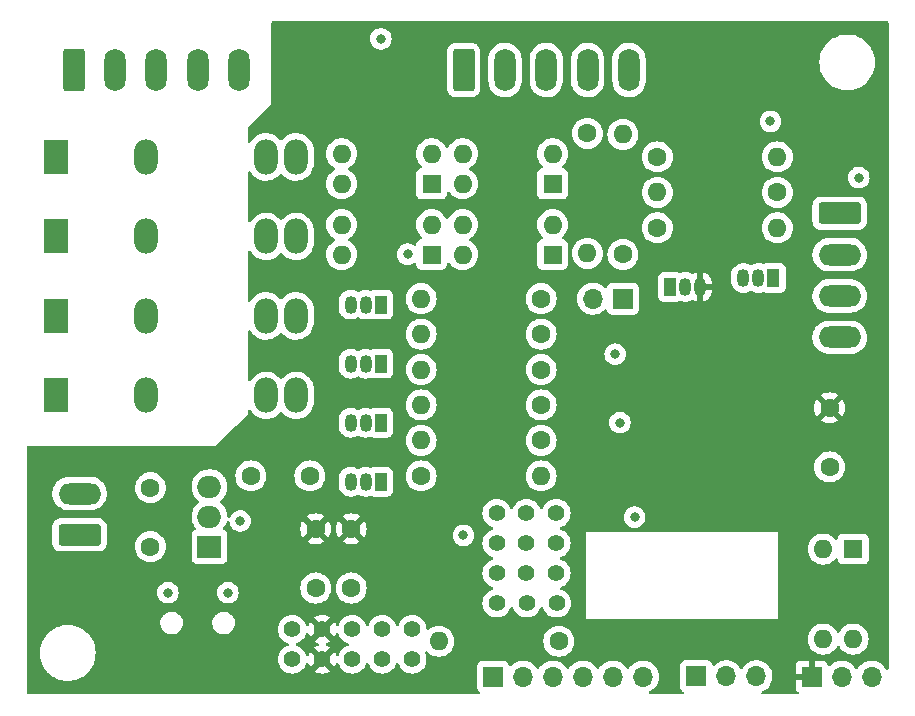
<source format=gbr>
%TF.GenerationSoftware,KiCad,Pcbnew,(6.0.7)*%
%TF.CreationDate,2023-01-15T20:37:24-05:00*%
%TF.ProjectId,ESPoules,4553506f-756c-4657-932e-6b696361645f,rev?*%
%TF.SameCoordinates,Original*%
%TF.FileFunction,Copper,L3,Inr*%
%TF.FilePolarity,Positive*%
%FSLAX46Y46*%
G04 Gerber Fmt 4.6, Leading zero omitted, Abs format (unit mm)*
G04 Created by KiCad (PCBNEW (6.0.7)) date 2023-01-15 20:37:24*
%MOMM*%
%LPD*%
G01*
G04 APERTURE LIST*
G04 Aperture macros list*
%AMRoundRect*
0 Rectangle with rounded corners*
0 $1 Rounding radius*
0 $2 $3 $4 $5 $6 $7 $8 $9 X,Y pos of 4 corners*
0 Add a 4 corners polygon primitive as box body*
4,1,4,$2,$3,$4,$5,$6,$7,$8,$9,$2,$3,0*
0 Add four circle primitives for the rounded corners*
1,1,$1+$1,$2,$3*
1,1,$1+$1,$4,$5*
1,1,$1+$1,$6,$7*
1,1,$1+$1,$8,$9*
0 Add four rect primitives between the rounded corners*
20,1,$1+$1,$2,$3,$4,$5,0*
20,1,$1+$1,$4,$5,$6,$7,0*
20,1,$1+$1,$6,$7,$8,$9,0*
20,1,$1+$1,$8,$9,$2,$3,0*%
G04 Aperture macros list end*
%TA.AperFunction,ComponentPad*%
%ADD10C,1.400000*%
%TD*%
%TA.AperFunction,ComponentPad*%
%ADD11R,1.700000X1.700000*%
%TD*%
%TA.AperFunction,ComponentPad*%
%ADD12O,1.700000X1.700000*%
%TD*%
%TA.AperFunction,ComponentPad*%
%ADD13R,2.000000X3.000000*%
%TD*%
%TA.AperFunction,ComponentPad*%
%ADD14O,2.000000X3.000000*%
%TD*%
%TA.AperFunction,ComponentPad*%
%ADD15C,1.600000*%
%TD*%
%TA.AperFunction,ComponentPad*%
%ADD16O,1.600000X1.600000*%
%TD*%
%TA.AperFunction,ComponentPad*%
%ADD17R,1.600000X1.600000*%
%TD*%
%TA.AperFunction,ComponentPad*%
%ADD18R,2.000000X1.905000*%
%TD*%
%TA.AperFunction,ComponentPad*%
%ADD19O,2.000000X1.905000*%
%TD*%
%TA.AperFunction,ComponentPad*%
%ADD20R,1.050000X1.500000*%
%TD*%
%TA.AperFunction,ComponentPad*%
%ADD21O,1.050000X1.500000*%
%TD*%
%TA.AperFunction,ComponentPad*%
%ADD22RoundRect,0.250000X-0.650000X-1.550000X0.650000X-1.550000X0.650000X1.550000X-0.650000X1.550000X0*%
%TD*%
%TA.AperFunction,ComponentPad*%
%ADD23O,1.800000X3.600000*%
%TD*%
%TA.AperFunction,ComponentPad*%
%ADD24RoundRect,0.250000X1.550000X-0.650000X1.550000X0.650000X-1.550000X0.650000X-1.550000X-0.650000X0*%
%TD*%
%TA.AperFunction,ComponentPad*%
%ADD25O,3.600000X1.800000*%
%TD*%
%TA.AperFunction,ComponentPad*%
%ADD26RoundRect,0.250000X-1.550000X0.650000X-1.550000X-0.650000X1.550000X-0.650000X1.550000X0.650000X0*%
%TD*%
%TA.AperFunction,ViaPad*%
%ADD27C,0.800000*%
%TD*%
G04 APERTURE END LIST*
D10*
%TO.N,+3.3V*%
%TO.C,REF\u002A\u002A*%
X162540000Y-149540000D03*
%TD*%
D11*
%TO.N,unconnected-(J9-Pad1)*%
%TO.C,J9*%
X177000000Y-151000000D03*
D12*
%TO.N,+5V*%
X179540000Y-151000000D03*
%TO.N,GND*%
X182080000Y-151000000D03*
%TO.N,Net-(R1-Pad1)*%
X184620000Y-151000000D03*
%TO.N,unconnected-(J9-Pad5)*%
X187160000Y-151000000D03*
%TO.N,unconnected-(J9-Pad6)*%
X189700000Y-151000000D03*
%TD*%
D10*
%TO.N,+3.3V*%
%TO.C,REF\u002A\u002A*%
X162540000Y-147000000D03*
%TD*%
D13*
%TO.N,Net-(J2-Pad1)*%
%TO.C,U5*%
X140000000Y-113731000D03*
D14*
%TO.N,Net-(J2-Pad3)*%
X147620000Y-113731000D03*
%TO.N,+5V*%
X157780000Y-113731000D03*
%TO.N,Net-(Q2-Pad3)*%
X160320000Y-113731000D03*
%TD*%
D11*
%TO.N,/GPIO01*%
%TO.C,J5*%
X194225000Y-150975000D03*
D12*
X196765000Y-150975000D03*
%TO.N,GND*%
X199305000Y-150975000D03*
%TD*%
D10*
%TO.N,N/C*%
%TO.C,REF\u002A\u002A*%
X179839765Y-139700000D03*
%TD*%
D15*
%TO.N,/GPIO03*%
%TO.C,R10*%
X181080000Y-128000000D03*
D16*
%TO.N,Net-(Q4-Pad2)*%
X170920000Y-128000000D03*
%TD*%
D10*
%TO.N,N/C*%
%TO.C,REF\u002A\u002A*%
X170160000Y-149540000D03*
%TD*%
D15*
%TO.N,+3.3V*%
%TO.C,C5*%
X205500000Y-128250000D03*
%TO.N,GND*%
X205500000Y-133250000D03*
%TD*%
%TO.N,GND*%
%TO.C,R2*%
X170920000Y-134000000D03*
D16*
%TO.N,Net-(R2-Pad2)*%
X181080000Y-134000000D03*
%TD*%
D10*
%TO.N,N/C*%
%TO.C,REF\u002A\u002A*%
X182366740Y-139700000D03*
%TD*%
D15*
%TO.N,+3.3V*%
%TO.C,C4*%
X165000000Y-138500000D03*
%TO.N,GND*%
X165000000Y-143500000D03*
%TD*%
D17*
%TO.N,Net-(D10-Pad1)*%
%TO.C,U11*%
X182050000Y-115275000D03*
D16*
%TO.N,Net-(J6-Pad4)*%
X182050000Y-112735000D03*
%TO.N,GND*%
X174430000Y-112735000D03*
%TO.N,/GPIO12*%
X174430000Y-115275000D03*
%TD*%
D11*
%TO.N,GND*%
%TO.C,J4*%
X188000000Y-119000000D03*
D12*
%TO.N,/GPIO00*%
X185460000Y-119000000D03*
%TD*%
D15*
%TO.N,/GPIO00*%
%TO.C,R7*%
X181080000Y-119000000D03*
D16*
%TO.N,Net-(Q1-Pad2)*%
X170920000Y-119000000D03*
%TD*%
D15*
%TO.N,/GPIO01*%
%TO.C,R8*%
X181080000Y-122000000D03*
D16*
%TO.N,Net-(Q2-Pad2)*%
X170920000Y-122000000D03*
%TD*%
D18*
%TO.N,Net-(C3-Pad1)*%
%TO.C,U14*%
X153000000Y-140000000D03*
D19*
%TO.N,GND*%
X153000000Y-137460000D03*
%TO.N,+5V*%
X153000000Y-134920000D03*
%TD*%
D15*
%TO.N,Net-(R2-Pad2)*%
%TO.C,R3*%
X181080000Y-131000000D03*
D16*
%TO.N,/ADC*%
X170920000Y-131000000D03*
%TD*%
D20*
%TO.N,/GPIO01*%
%TO.C,Q5*%
X192000000Y-118000000D03*
D21*
%TO.N,Net-(Q5-Pad2)*%
X193270000Y-118000000D03*
%TO.N,+3.3V*%
X194540000Y-118000000D03*
%TD*%
D15*
%TO.N,Net-(C3-Pad1)*%
%TO.C,C3*%
X148000000Y-140000000D03*
%TO.N,GND*%
X148000000Y-135000000D03*
%TD*%
D10*
%TO.N,N/C*%
%TO.C,REF\u002A\u002A*%
X179839765Y-137160000D03*
%TD*%
%TO.N,unconnected-(U8-Pad7)*%
%TO.C,+*%
X177323246Y-139700000D03*
%TD*%
D11*
%TO.N,+3.3V*%
%TO.C,J8*%
X203975000Y-151000000D03*
D12*
%TO.N,/GPIO4*%
X206515000Y-151000000D03*
%TO.N,GND*%
X209055000Y-151000000D03*
%TD*%
D22*
%TO.N,Net-(J2-Pad1)*%
%TO.C,J2*%
X141500000Y-99642500D03*
D23*
%TO.N,Net-(J2-Pad2)*%
X145000000Y-99642500D03*
%TO.N,Net-(J2-Pad3)*%
X148500000Y-99642500D03*
%TO.N,Net-(J2-Pad4)*%
X152000000Y-99642500D03*
%TO.N,Net-(J2-Pad5)*%
X155500000Y-99642500D03*
%TD*%
D24*
%TO.N,Net-(C3-Pad1)*%
%TO.C,J3*%
X142000000Y-139000000D03*
D25*
%TO.N,GND*%
X142000000Y-135500000D03*
%TD*%
D10*
%TO.N,GND*%
%TO.C,REF\u002A\u002A*%
X165080000Y-149540000D03*
%TD*%
%TO.N,N/C*%
%TO.C,REF\u002A\u002A*%
X170160000Y-147000000D03*
%TD*%
%TO.N,N/C*%
%TO.C,REF\u002A\u002A*%
X177323246Y-137160000D03*
%TD*%
%TO.N,N/C*%
%TO.C,REF\u002A\u002A*%
X179863246Y-144780000D03*
%TD*%
%TO.N,GND*%
%TO.C,REF\u002A\u002A*%
X165080000Y-147000000D03*
%TD*%
D17*
%TO.N,Net-(U9-Pad1)*%
%TO.C,U9*%
X171800000Y-115275000D03*
D16*
%TO.N,Net-(J6-Pad2)*%
X171800000Y-112735000D03*
%TO.N,GND*%
X164180000Y-112735000D03*
%TO.N,/GPIO4*%
X164180000Y-115275000D03*
%TD*%
D15*
%TO.N,Net-(R1-Pad1)*%
%TO.C,R1*%
X182580000Y-148000000D03*
D16*
%TO.N,Net-(R1-Pad2)*%
X172420000Y-148000000D03*
%TD*%
D17*
%TO.N,Net-(D11-Pad1)*%
%TO.C,U12*%
X182050000Y-109275000D03*
D16*
%TO.N,Net-(J6-Pad5)*%
X182050000Y-106735000D03*
%TO.N,GND*%
X174430000Y-106735000D03*
%TO.N,/GPIO13*%
X174430000Y-109275000D03*
%TD*%
D10*
%TO.N,unconnected-(U8-Pad6)*%
%TO.C,-*%
X177323246Y-142240000D03*
%TD*%
%TO.N,+5V*%
%TO.C,REF\u002A\u002A*%
X160000000Y-149540000D03*
%TD*%
%TO.N,N/C*%
%TO.C,REF\u002A\u002A*%
X179839765Y-142240000D03*
%TD*%
D17*
%TO.N,GND*%
%TO.C,SW1*%
X207500000Y-140200000D03*
D16*
X204960000Y-140200000D03*
%TO.N,Net-(SW1-Pad3)*%
X204960000Y-147820000D03*
%TO.N,Net-(SW1-Pad4)*%
X207500000Y-147820000D03*
%TD*%
D15*
%TO.N,/GPIO00*%
%TO.C,RTRIG1*%
X188000000Y-115250000D03*
D16*
%TO.N,Net-(Q6-Pad2)*%
X188000000Y-105090000D03*
%TD*%
D20*
%TO.N,GND*%
%TO.C,Q2*%
X167500000Y-124500000D03*
D21*
%TO.N,Net-(Q2-Pad2)*%
X166230000Y-124500000D03*
%TO.N,Net-(Q2-Pad3)*%
X164960000Y-124500000D03*
%TD*%
D15*
%TO.N,Net-(Q6-Pad3)*%
%TO.C,R17*%
X185000000Y-105000000D03*
D16*
%TO.N,+5V*%
X185000000Y-115160000D03*
%TD*%
D20*
%TO.N,GND*%
%TO.C,Q3*%
X167500000Y-129500000D03*
D21*
%TO.N,Net-(Q3-Pad2)*%
X166230000Y-129500000D03*
%TO.N,Net-(Q3-Pad3)*%
X164960000Y-129500000D03*
%TD*%
D10*
%TO.N,N/C*%
%TO.C,REF\u002A\u002A*%
X182390221Y-144780000D03*
%TD*%
D15*
%TO.N,GND*%
%TO.C,R16*%
X190920000Y-107000000D03*
D16*
%TO.N,/GPIO01*%
X201080000Y-107000000D03*
%TD*%
D15*
%TO.N,+5V*%
%TO.C,C1*%
X156500000Y-134000000D03*
%TO.N,GND*%
X161500000Y-134000000D03*
%TD*%
%TO.N,Net-(Q5-Pad2)*%
%TO.C,RECHO1*%
X190920000Y-113000000D03*
D16*
%TO.N,Net-(J7-Pad3)*%
X201080000Y-113000000D03*
%TD*%
D20*
%TO.N,GND*%
%TO.C,Q4*%
X167500000Y-134500000D03*
D21*
%TO.N,Net-(Q4-Pad2)*%
X166230000Y-134500000D03*
%TO.N,Net-(Q4-Pad3)*%
X164960000Y-134500000D03*
%TD*%
D10*
%TO.N,+5V*%
%TO.C,REF\u002A\u002A*%
X160000000Y-147000000D03*
%TD*%
D20*
%TO.N,GND*%
%TO.C,Q1*%
X167500000Y-119500000D03*
D21*
%TO.N,Net-(Q1-Pad2)*%
X166230000Y-119500000D03*
%TO.N,Net-(Q1-Pad3)*%
X164960000Y-119500000D03*
%TD*%
D13*
%TO.N,Net-(J2-Pad1)*%
%TO.C,U4*%
X140000000Y-107000000D03*
D14*
%TO.N,Net-(J2-Pad2)*%
X147620000Y-107000000D03*
%TO.N,+5V*%
X157780000Y-107000000D03*
%TO.N,Net-(Q1-Pad3)*%
X160320000Y-107000000D03*
%TD*%
D10*
%TO.N,N/C*%
%TO.C,REF\u002A\u002A*%
X167620000Y-147000000D03*
%TD*%
D22*
%TO.N,GND*%
%TO.C,J6*%
X174517500Y-99642500D03*
D23*
%TO.N,Net-(J6-Pad2)*%
X178017500Y-99642500D03*
%TO.N,Net-(J6-Pad3)*%
X181517500Y-99642500D03*
%TO.N,Net-(J6-Pad4)*%
X185017500Y-99642500D03*
%TO.N,Net-(J6-Pad5)*%
X188517500Y-99642500D03*
%TD*%
D13*
%TO.N,Net-(J2-Pad1)*%
%TO.C,U7*%
X140000000Y-127193000D03*
D14*
%TO.N,Net-(J2-Pad5)*%
X147620000Y-127193000D03*
%TO.N,+5V*%
X157780000Y-127193000D03*
%TO.N,Net-(Q4-Pad3)*%
X160320000Y-127193000D03*
%TD*%
D10*
%TO.N,N/C*%
%TO.C,REF\u002A\u002A*%
X182366740Y-142240000D03*
%TD*%
D15*
%TO.N,Net-(D7-Pad1)*%
%TO.C,R15*%
X201080000Y-110000000D03*
D16*
%TO.N,GND*%
X190920000Y-110000000D03*
%TD*%
D20*
%TO.N,Net-(J7-Pad2)*%
%TO.C,Q6*%
X200750000Y-117250000D03*
D21*
%TO.N,Net-(Q6-Pad2)*%
X199480000Y-117250000D03*
%TO.N,Net-(Q6-Pad3)*%
X198210000Y-117250000D03*
%TD*%
D13*
%TO.N,Net-(J2-Pad1)*%
%TO.C,U6*%
X140000000Y-120462000D03*
D14*
%TO.N,Net-(J2-Pad4)*%
X147620000Y-120462000D03*
%TO.N,+5V*%
X157780000Y-120462000D03*
%TO.N,Net-(Q3-Pad3)*%
X160320000Y-120462000D03*
%TD*%
D10*
%TO.N,N/C*%
%TO.C,REF\u002A\u002A*%
X167620000Y-149540000D03*
%TD*%
D15*
%TO.N,/GPIO02*%
%TO.C,R9*%
X181080000Y-125000000D03*
D16*
%TO.N,Net-(Q3-Pad2)*%
X170920000Y-125000000D03*
%TD*%
D10*
%TO.N,unconnected-(U8-Pad5)*%
%TO.C,OUT*%
X177323246Y-144780000D03*
%TD*%
D15*
%TO.N,+3.3V*%
%TO.C,C2*%
X162000000Y-138500000D03*
%TO.N,GND*%
X162000000Y-143500000D03*
%TD*%
D17*
%TO.N,Net-(D9-Pad1)*%
%TO.C,U10*%
X171800000Y-109275000D03*
D16*
%TO.N,Net-(J6-Pad3)*%
X171800000Y-106735000D03*
%TO.N,GND*%
X164180000Y-106735000D03*
%TO.N,/GPIO5*%
X164180000Y-109275000D03*
%TD*%
D26*
%TO.N,+5V*%
%TO.C,J7*%
X206357500Y-111767500D03*
D25*
%TO.N,Net-(J7-Pad2)*%
X206357500Y-115267500D03*
%TO.N,Net-(J7-Pad3)*%
X206357500Y-118767500D03*
%TO.N,GND*%
X206357500Y-122267500D03*
%TD*%
D10*
%TO.N,N/C*%
%TO.C,REF\u002A\u002A*%
X182366740Y-137160000D03*
%TD*%
D27*
%TO.N,GND*%
X207975200Y-108762800D03*
X187350400Y-123698000D03*
%TO.N,+5V*%
X200495200Y-104000000D03*
X167510400Y-97000000D03*
X174498000Y-139039600D03*
X155600400Y-137820400D03*
X149479000Y-143891000D03*
%TO.N,GND*%
X154559000Y-143891000D03*
%TO.N,/GPIO00*%
X187750000Y-129500000D03*
%TO.N,/GPIO01*%
X189000000Y-137500000D03*
%TO.N,/GPIO4*%
X169767795Y-115232205D03*
%TD*%
%TA.AperFunction,Conductor*%
%TO.N,+3.3V*%
G36*
X210433621Y-95528502D02*
G01*
X210480114Y-95582158D01*
X210491500Y-95634500D01*
X210491500Y-150293655D01*
X210471498Y-150361776D01*
X210417842Y-150408269D01*
X210347568Y-150418373D01*
X210282988Y-150388879D01*
X210256495Y-150355748D01*
X210256354Y-150355840D01*
X210255445Y-150354434D01*
X210255442Y-150354430D01*
X210230104Y-150315264D01*
X210137822Y-150172617D01*
X210137820Y-150172614D01*
X210135014Y-150168277D01*
X209984670Y-150003051D01*
X209980619Y-149999852D01*
X209980615Y-149999848D01*
X209813414Y-149867800D01*
X209813410Y-149867798D01*
X209809359Y-149864598D01*
X209613789Y-149756638D01*
X209608920Y-149754914D01*
X209608916Y-149754912D01*
X209408087Y-149683795D01*
X209408083Y-149683794D01*
X209403212Y-149682069D01*
X209398119Y-149681162D01*
X209398116Y-149681161D01*
X209188373Y-149643800D01*
X209188367Y-149643799D01*
X209183284Y-149642894D01*
X209109452Y-149641992D01*
X208965081Y-149640228D01*
X208965079Y-149640228D01*
X208959911Y-149640165D01*
X208739091Y-149673955D01*
X208526756Y-149743357D01*
X208496443Y-149759137D01*
X208339993Y-149840580D01*
X208328607Y-149846507D01*
X208324474Y-149849610D01*
X208324471Y-149849612D01*
X208154100Y-149977530D01*
X208149965Y-149980635D01*
X208146393Y-149984373D01*
X208019520Y-150117138D01*
X207995629Y-150142138D01*
X207888201Y-150299621D01*
X207833293Y-150344621D01*
X207762768Y-150352792D01*
X207699021Y-150321538D01*
X207678324Y-150297054D01*
X207597822Y-150172617D01*
X207597820Y-150172614D01*
X207595014Y-150168277D01*
X207444670Y-150003051D01*
X207440619Y-149999852D01*
X207440615Y-149999848D01*
X207273414Y-149867800D01*
X207273410Y-149867798D01*
X207269359Y-149864598D01*
X207073789Y-149756638D01*
X207068920Y-149754914D01*
X207068916Y-149754912D01*
X206868087Y-149683795D01*
X206868083Y-149683794D01*
X206863212Y-149682069D01*
X206858119Y-149681162D01*
X206858116Y-149681161D01*
X206648373Y-149643800D01*
X206648367Y-149643799D01*
X206643284Y-149642894D01*
X206569452Y-149641992D01*
X206425081Y-149640228D01*
X206425079Y-149640228D01*
X206419911Y-149640165D01*
X206199091Y-149673955D01*
X205986756Y-149743357D01*
X205956443Y-149759137D01*
X205799993Y-149840580D01*
X205788607Y-149846507D01*
X205784474Y-149849610D01*
X205784471Y-149849612D01*
X205614100Y-149977530D01*
X205609965Y-149980635D01*
X205606393Y-149984373D01*
X205528898Y-150065466D01*
X205467374Y-150100895D01*
X205396462Y-150097438D01*
X205338676Y-150056192D01*
X205319823Y-150022644D01*
X205278324Y-149911946D01*
X205269786Y-149896351D01*
X205193285Y-149794276D01*
X205180724Y-149781715D01*
X205078649Y-149705214D01*
X205063054Y-149696676D01*
X204942606Y-149651522D01*
X204927351Y-149647895D01*
X204876486Y-149642369D01*
X204869672Y-149642000D01*
X204247115Y-149642000D01*
X204231876Y-149646475D01*
X204230671Y-149647865D01*
X204229000Y-149655548D01*
X204229000Y-151128000D01*
X204208998Y-151196121D01*
X204155342Y-151242614D01*
X204103000Y-151254000D01*
X202635116Y-151254000D01*
X202619877Y-151258475D01*
X202618672Y-151259865D01*
X202617001Y-151267548D01*
X202617001Y-151894669D01*
X202617371Y-151901490D01*
X202622895Y-151952352D01*
X202626521Y-151967604D01*
X202671676Y-152088054D01*
X202680214Y-152103649D01*
X202756715Y-152205724D01*
X202769276Y-152218285D01*
X202831173Y-152264674D01*
X202873688Y-152321533D01*
X202878714Y-152392351D01*
X202844654Y-152454645D01*
X202782323Y-152488635D01*
X202755608Y-152491500D01*
X199836459Y-152491500D01*
X199768338Y-152471498D01*
X199721845Y-152417842D01*
X199711741Y-152347568D01*
X199741235Y-152282988D01*
X199793301Y-152249309D01*
X199792611Y-152247549D01*
X199797429Y-152245661D01*
X199802384Y-152244174D01*
X200002994Y-152145896D01*
X200184860Y-152016173D01*
X200343096Y-151858489D01*
X200378665Y-151808990D01*
X200470435Y-151681277D01*
X200473453Y-151677077D01*
X200475907Y-151672113D01*
X200570136Y-151481453D01*
X200570137Y-151481451D01*
X200572430Y-151476811D01*
X200628269Y-151293023D01*
X200635865Y-151268023D01*
X200635865Y-151268021D01*
X200637370Y-151263069D01*
X200666529Y-151041590D01*
X200668156Y-150975000D01*
X200649852Y-150752361D01*
X200643704Y-150727885D01*
X202617000Y-150727885D01*
X202621475Y-150743124D01*
X202622865Y-150744329D01*
X202630548Y-150746000D01*
X203702885Y-150746000D01*
X203718124Y-150741525D01*
X203719329Y-150740135D01*
X203721000Y-150732452D01*
X203721000Y-149660116D01*
X203716525Y-149644877D01*
X203715135Y-149643672D01*
X203707452Y-149642001D01*
X203080331Y-149642001D01*
X203073510Y-149642371D01*
X203022648Y-149647895D01*
X203007396Y-149651521D01*
X202886946Y-149696676D01*
X202871351Y-149705214D01*
X202769276Y-149781715D01*
X202756715Y-149794276D01*
X202680214Y-149896351D01*
X202671676Y-149911946D01*
X202626522Y-150032394D01*
X202622895Y-150047649D01*
X202617369Y-150098514D01*
X202617000Y-150105328D01*
X202617000Y-150727885D01*
X200643704Y-150727885D01*
X200595431Y-150535702D01*
X200506354Y-150330840D01*
X200412145Y-150185215D01*
X200387822Y-150147617D01*
X200387820Y-150147614D01*
X200385014Y-150143277D01*
X200234670Y-149978051D01*
X200230619Y-149974852D01*
X200230615Y-149974848D01*
X200063414Y-149842800D01*
X200063410Y-149842798D01*
X200059359Y-149839598D01*
X199863789Y-149731638D01*
X199858920Y-149729914D01*
X199858916Y-149729912D01*
X199658087Y-149658795D01*
X199658083Y-149658794D01*
X199653212Y-149657069D01*
X199648119Y-149656162D01*
X199648116Y-149656161D01*
X199438373Y-149618800D01*
X199438367Y-149618799D01*
X199433284Y-149617894D01*
X199359452Y-149616992D01*
X199215081Y-149615228D01*
X199215079Y-149615228D01*
X199209911Y-149615165D01*
X198989091Y-149648955D01*
X198776756Y-149718357D01*
X198578607Y-149821507D01*
X198574474Y-149824610D01*
X198574471Y-149824612D01*
X198404100Y-149952530D01*
X198399965Y-149955635D01*
X198374894Y-149981870D01*
X198263427Y-150098514D01*
X198245629Y-150117138D01*
X198138201Y-150274621D01*
X198083293Y-150319621D01*
X198012768Y-150327792D01*
X197949021Y-150296538D01*
X197928324Y-150272054D01*
X197847822Y-150147617D01*
X197847820Y-150147614D01*
X197845014Y-150143277D01*
X197694670Y-149978051D01*
X197690619Y-149974852D01*
X197690615Y-149974848D01*
X197523414Y-149842800D01*
X197523410Y-149842798D01*
X197519359Y-149839598D01*
X197323789Y-149731638D01*
X197318920Y-149729914D01*
X197318916Y-149729912D01*
X197118087Y-149658795D01*
X197118083Y-149658794D01*
X197113212Y-149657069D01*
X197108119Y-149656162D01*
X197108116Y-149656161D01*
X196898373Y-149618800D01*
X196898367Y-149618799D01*
X196893284Y-149617894D01*
X196819452Y-149616992D01*
X196675081Y-149615228D01*
X196675079Y-149615228D01*
X196669911Y-149615165D01*
X196449091Y-149648955D01*
X196236756Y-149718357D01*
X196038607Y-149821507D01*
X196034474Y-149824610D01*
X196034471Y-149824612D01*
X195864100Y-149952530D01*
X195859965Y-149955635D01*
X195786613Y-150032394D01*
X195779283Y-150040064D01*
X195717759Y-150075494D01*
X195646846Y-150072037D01*
X195589060Y-150030791D01*
X195570207Y-149997243D01*
X195528767Y-149886703D01*
X195525615Y-149878295D01*
X195438261Y-149761739D01*
X195321705Y-149674385D01*
X195185316Y-149623255D01*
X195123134Y-149616500D01*
X193326866Y-149616500D01*
X193264684Y-149623255D01*
X193128295Y-149674385D01*
X193011739Y-149761739D01*
X192924385Y-149878295D01*
X192873255Y-150014684D01*
X192866500Y-150076866D01*
X192866500Y-151873134D01*
X192873255Y-151935316D01*
X192924385Y-152071705D01*
X193011739Y-152188261D01*
X193018919Y-152193642D01*
X193018920Y-152193643D01*
X193113696Y-152264674D01*
X193156211Y-152321533D01*
X193161237Y-152392352D01*
X193127177Y-152454645D01*
X193064845Y-152488635D01*
X193038131Y-152491500D01*
X190287160Y-152491500D01*
X190219039Y-152471498D01*
X190172546Y-152417842D01*
X190162442Y-152347568D01*
X190191936Y-152282988D01*
X190231728Y-152252349D01*
X190326901Y-152205724D01*
X190397994Y-152170896D01*
X190579860Y-152041173D01*
X190738096Y-151883489D01*
X190868453Y-151702077D01*
X190883102Y-151672438D01*
X190965136Y-151506453D01*
X190965137Y-151506451D01*
X190967430Y-151501811D01*
X191032370Y-151288069D01*
X191061529Y-151066590D01*
X191061611Y-151063240D01*
X191063074Y-151003365D01*
X191063074Y-151003361D01*
X191063156Y-151000000D01*
X191044852Y-150777361D01*
X190990431Y-150560702D01*
X190901354Y-150355840D01*
X190793877Y-150189706D01*
X190782822Y-150172617D01*
X190782820Y-150172614D01*
X190780014Y-150168277D01*
X190629670Y-150003051D01*
X190625619Y-149999852D01*
X190625615Y-149999848D01*
X190458414Y-149867800D01*
X190458410Y-149867798D01*
X190454359Y-149864598D01*
X190258789Y-149756638D01*
X190253920Y-149754914D01*
X190253916Y-149754912D01*
X190053087Y-149683795D01*
X190053083Y-149683794D01*
X190048212Y-149682069D01*
X190043119Y-149681162D01*
X190043116Y-149681161D01*
X189833373Y-149643800D01*
X189833367Y-149643799D01*
X189828284Y-149642894D01*
X189754452Y-149641992D01*
X189610081Y-149640228D01*
X189610079Y-149640228D01*
X189604911Y-149640165D01*
X189384091Y-149673955D01*
X189171756Y-149743357D01*
X189141443Y-149759137D01*
X188984993Y-149840580D01*
X188973607Y-149846507D01*
X188969474Y-149849610D01*
X188969471Y-149849612D01*
X188799100Y-149977530D01*
X188794965Y-149980635D01*
X188791393Y-149984373D01*
X188664520Y-150117138D01*
X188640629Y-150142138D01*
X188533201Y-150299621D01*
X188478293Y-150344621D01*
X188407768Y-150352792D01*
X188344021Y-150321538D01*
X188323324Y-150297054D01*
X188242822Y-150172617D01*
X188242820Y-150172614D01*
X188240014Y-150168277D01*
X188089670Y-150003051D01*
X188085619Y-149999852D01*
X188085615Y-149999848D01*
X187918414Y-149867800D01*
X187918410Y-149867798D01*
X187914359Y-149864598D01*
X187718789Y-149756638D01*
X187713920Y-149754914D01*
X187713916Y-149754912D01*
X187513087Y-149683795D01*
X187513083Y-149683794D01*
X187508212Y-149682069D01*
X187503119Y-149681162D01*
X187503116Y-149681161D01*
X187293373Y-149643800D01*
X187293367Y-149643799D01*
X187288284Y-149642894D01*
X187214452Y-149641992D01*
X187070081Y-149640228D01*
X187070079Y-149640228D01*
X187064911Y-149640165D01*
X186844091Y-149673955D01*
X186631756Y-149743357D01*
X186601443Y-149759137D01*
X186444993Y-149840580D01*
X186433607Y-149846507D01*
X186429474Y-149849610D01*
X186429471Y-149849612D01*
X186259100Y-149977530D01*
X186254965Y-149980635D01*
X186251393Y-149984373D01*
X186124520Y-150117138D01*
X186100629Y-150142138D01*
X185993201Y-150299621D01*
X185938293Y-150344621D01*
X185867768Y-150352792D01*
X185804021Y-150321538D01*
X185783324Y-150297054D01*
X185702822Y-150172617D01*
X185702820Y-150172614D01*
X185700014Y-150168277D01*
X185549670Y-150003051D01*
X185545619Y-149999852D01*
X185545615Y-149999848D01*
X185378414Y-149867800D01*
X185378410Y-149867798D01*
X185374359Y-149864598D01*
X185178789Y-149756638D01*
X185173920Y-149754914D01*
X185173916Y-149754912D01*
X184973087Y-149683795D01*
X184973083Y-149683794D01*
X184968212Y-149682069D01*
X184963119Y-149681162D01*
X184963116Y-149681161D01*
X184753373Y-149643800D01*
X184753367Y-149643799D01*
X184748284Y-149642894D01*
X184674452Y-149641992D01*
X184530081Y-149640228D01*
X184530079Y-149640228D01*
X184524911Y-149640165D01*
X184304091Y-149673955D01*
X184091756Y-149743357D01*
X184061443Y-149759137D01*
X183904993Y-149840580D01*
X183893607Y-149846507D01*
X183889474Y-149849610D01*
X183889471Y-149849612D01*
X183719100Y-149977530D01*
X183714965Y-149980635D01*
X183711393Y-149984373D01*
X183584520Y-150117138D01*
X183560629Y-150142138D01*
X183453201Y-150299621D01*
X183398293Y-150344621D01*
X183327768Y-150352792D01*
X183264021Y-150321538D01*
X183243324Y-150297054D01*
X183162822Y-150172617D01*
X183162820Y-150172614D01*
X183160014Y-150168277D01*
X183009670Y-150003051D01*
X183005619Y-149999852D01*
X183005615Y-149999848D01*
X182838414Y-149867800D01*
X182838410Y-149867798D01*
X182834359Y-149864598D01*
X182638789Y-149756638D01*
X182633920Y-149754914D01*
X182633916Y-149754912D01*
X182433087Y-149683795D01*
X182433083Y-149683794D01*
X182428212Y-149682069D01*
X182423119Y-149681162D01*
X182423116Y-149681161D01*
X182213373Y-149643800D01*
X182213367Y-149643799D01*
X182208284Y-149642894D01*
X182134452Y-149641992D01*
X181990081Y-149640228D01*
X181990079Y-149640228D01*
X181984911Y-149640165D01*
X181764091Y-149673955D01*
X181551756Y-149743357D01*
X181521443Y-149759137D01*
X181364993Y-149840580D01*
X181353607Y-149846507D01*
X181349474Y-149849610D01*
X181349471Y-149849612D01*
X181179100Y-149977530D01*
X181174965Y-149980635D01*
X181171393Y-149984373D01*
X181044520Y-150117138D01*
X181020629Y-150142138D01*
X180913201Y-150299621D01*
X180858293Y-150344621D01*
X180787768Y-150352792D01*
X180724021Y-150321538D01*
X180703324Y-150297054D01*
X180622822Y-150172617D01*
X180622820Y-150172614D01*
X180620014Y-150168277D01*
X180469670Y-150003051D01*
X180465619Y-149999852D01*
X180465615Y-149999848D01*
X180298414Y-149867800D01*
X180298410Y-149867798D01*
X180294359Y-149864598D01*
X180098789Y-149756638D01*
X180093920Y-149754914D01*
X180093916Y-149754912D01*
X179893087Y-149683795D01*
X179893083Y-149683794D01*
X179888212Y-149682069D01*
X179883119Y-149681162D01*
X179883116Y-149681161D01*
X179673373Y-149643800D01*
X179673367Y-149643799D01*
X179668284Y-149642894D01*
X179594452Y-149641992D01*
X179450081Y-149640228D01*
X179450079Y-149640228D01*
X179444911Y-149640165D01*
X179224091Y-149673955D01*
X179011756Y-149743357D01*
X178981443Y-149759137D01*
X178824993Y-149840580D01*
X178813607Y-149846507D01*
X178809474Y-149849610D01*
X178809471Y-149849612D01*
X178639100Y-149977530D01*
X178634965Y-149980635D01*
X178578174Y-150040064D01*
X178554283Y-150065064D01*
X178492759Y-150100494D01*
X178421846Y-150097037D01*
X178364060Y-150055791D01*
X178345207Y-150022243D01*
X178303767Y-149911703D01*
X178300615Y-149903295D01*
X178213261Y-149786739D01*
X178096705Y-149699385D01*
X177960316Y-149648255D01*
X177898134Y-149641500D01*
X176101866Y-149641500D01*
X176039684Y-149648255D01*
X175903295Y-149699385D01*
X175786739Y-149786739D01*
X175699385Y-149903295D01*
X175648255Y-150039684D01*
X175641500Y-150101866D01*
X175641500Y-151898134D01*
X175648255Y-151960316D01*
X175699385Y-152096705D01*
X175786739Y-152213261D01*
X175793919Y-152218642D01*
X175793920Y-152218643D01*
X175855339Y-152264674D01*
X175897854Y-152321533D01*
X175902880Y-152392352D01*
X175868820Y-152454645D01*
X175806489Y-152488635D01*
X175779774Y-152491500D01*
X137634500Y-152491500D01*
X137566379Y-152471498D01*
X137519886Y-152417842D01*
X137508500Y-152365500D01*
X137508500Y-149000000D01*
X138636439Y-149000000D01*
X138636709Y-149004119D01*
X138655711Y-149294022D01*
X138656660Y-149308507D01*
X138716975Y-149611735D01*
X138718300Y-149615639D01*
X138718301Y-149615642D01*
X138794657Y-149840580D01*
X138816354Y-149904496D01*
X138818177Y-149908192D01*
X138818180Y-149908200D01*
X138913010Y-150100494D01*
X138953096Y-150181780D01*
X138955390Y-150185213D01*
X138955391Y-150185215D01*
X139104431Y-150408269D01*
X139124861Y-150438845D01*
X139127575Y-150441939D01*
X139127579Y-150441945D01*
X139259974Y-150592912D01*
X139328710Y-150671290D01*
X139331799Y-150673999D01*
X139558055Y-150872421D01*
X139558061Y-150872425D01*
X139561155Y-150875139D01*
X139564581Y-150877428D01*
X139564586Y-150877432D01*
X139743003Y-150996646D01*
X139818220Y-151046904D01*
X139821923Y-151048730D01*
X140091800Y-151181820D01*
X140091808Y-151181823D01*
X140095504Y-151183646D01*
X140099419Y-151184975D01*
X140384358Y-151281699D01*
X140384361Y-151281700D01*
X140388265Y-151283025D01*
X140614961Y-151328117D01*
X140687450Y-151342536D01*
X140687453Y-151342536D01*
X140691493Y-151343340D01*
X140695604Y-151343609D01*
X140695608Y-151343610D01*
X140920737Y-151358366D01*
X140920746Y-151358366D01*
X140922786Y-151358500D01*
X141077214Y-151358500D01*
X141079254Y-151358366D01*
X141079263Y-151358366D01*
X141304392Y-151343610D01*
X141304396Y-151343609D01*
X141308507Y-151343340D01*
X141312547Y-151342536D01*
X141312550Y-151342536D01*
X141385039Y-151328117D01*
X141611735Y-151283025D01*
X141615639Y-151281700D01*
X141615642Y-151281699D01*
X141900581Y-151184975D01*
X141904496Y-151183646D01*
X141908192Y-151181823D01*
X141908200Y-151181820D01*
X142178077Y-151048730D01*
X142181780Y-151046904D01*
X142256997Y-150996646D01*
X142435414Y-150877432D01*
X142435419Y-150877428D01*
X142438845Y-150875139D01*
X142441939Y-150872425D01*
X142441945Y-150872421D01*
X142668201Y-150673999D01*
X142671290Y-150671290D01*
X142740026Y-150592912D01*
X142872421Y-150441945D01*
X142872425Y-150441939D01*
X142875139Y-150438845D01*
X142895570Y-150408269D01*
X143044610Y-150185214D01*
X143046904Y-150181781D01*
X143051424Y-150172617D01*
X143125433Y-150022540D01*
X143183646Y-149904496D01*
X143205343Y-149840580D01*
X143281699Y-149615642D01*
X143281700Y-149615639D01*
X143283025Y-149611735D01*
X143297294Y-149540000D01*
X158786884Y-149540000D01*
X158805314Y-149750655D01*
X158806738Y-149755968D01*
X158806738Y-149755970D01*
X158858575Y-149949426D01*
X158860044Y-149954910D01*
X158862366Y-149959891D01*
X158862367Y-149959892D01*
X158946100Y-150139457D01*
X158949411Y-150146558D01*
X159070699Y-150319776D01*
X159220224Y-150469301D01*
X159393442Y-150590589D01*
X159398420Y-150592910D01*
X159398423Y-150592912D01*
X159572315Y-150673999D01*
X159585090Y-150679956D01*
X159590398Y-150681378D01*
X159590400Y-150681379D01*
X159784030Y-150733262D01*
X159784032Y-150733262D01*
X159789345Y-150734686D01*
X160000000Y-150753116D01*
X160210655Y-150734686D01*
X160215968Y-150733262D01*
X160215970Y-150733262D01*
X160409600Y-150681379D01*
X160409602Y-150681378D01*
X160414910Y-150679956D01*
X160427685Y-150673999D01*
X160601577Y-150592912D01*
X160601580Y-150592910D01*
X160606558Y-150590589D01*
X160658440Y-150554261D01*
X161890294Y-150554261D01*
X161899590Y-150566276D01*
X161929189Y-150587001D01*
X161938677Y-150592479D01*
X162120277Y-150677159D01*
X162130571Y-150680907D01*
X162324122Y-150732769D01*
X162334909Y-150734671D01*
X162534525Y-150752135D01*
X162545475Y-150752135D01*
X162745091Y-150734671D01*
X162755878Y-150732769D01*
X162949429Y-150680907D01*
X162959723Y-150677159D01*
X163141323Y-150592479D01*
X163150811Y-150587001D01*
X163181248Y-150565689D01*
X163189623Y-150555212D01*
X163182554Y-150541764D01*
X162552812Y-149912022D01*
X162538868Y-149904408D01*
X162537035Y-149904539D01*
X162530420Y-149908790D01*
X161896724Y-150542486D01*
X161890294Y-150554261D01*
X160658440Y-150554261D01*
X160779776Y-150469301D01*
X160929301Y-150319776D01*
X161050589Y-150146558D01*
X161053901Y-150139457D01*
X161137633Y-149959892D01*
X161137634Y-149959891D01*
X161139956Y-149954910D01*
X161141379Y-149949600D01*
X161141382Y-149949592D01*
X161148553Y-149922829D01*
X161185504Y-149862207D01*
X161249365Y-149831185D01*
X161319860Y-149839614D01*
X161374606Y-149884818D01*
X161391966Y-149922830D01*
X161399092Y-149949426D01*
X161402841Y-149959723D01*
X161487521Y-150141323D01*
X161492999Y-150150811D01*
X161514311Y-150181248D01*
X161524788Y-150189623D01*
X161538236Y-150182554D01*
X162167978Y-149552812D01*
X162174356Y-149541132D01*
X162904408Y-149541132D01*
X162904539Y-149542965D01*
X162908790Y-149549580D01*
X163542486Y-150183276D01*
X163554261Y-150189706D01*
X163566276Y-150180410D01*
X163587001Y-150150811D01*
X163592479Y-150141323D01*
X163677159Y-149959723D01*
X163680908Y-149949426D01*
X163688034Y-149922830D01*
X163724986Y-149862207D01*
X163788846Y-149831186D01*
X163859341Y-149839614D01*
X163914088Y-149884817D01*
X163931447Y-149922829D01*
X163938618Y-149949592D01*
X163938621Y-149949600D01*
X163940044Y-149954910D01*
X163942366Y-149959891D01*
X163942367Y-149959892D01*
X164026100Y-150139457D01*
X164029411Y-150146558D01*
X164150699Y-150319776D01*
X164300224Y-150469301D01*
X164473442Y-150590589D01*
X164478420Y-150592910D01*
X164478423Y-150592912D01*
X164652315Y-150673999D01*
X164665090Y-150679956D01*
X164670398Y-150681378D01*
X164670400Y-150681379D01*
X164864030Y-150733262D01*
X164864032Y-150733262D01*
X164869345Y-150734686D01*
X165080000Y-150753116D01*
X165290655Y-150734686D01*
X165295968Y-150733262D01*
X165295970Y-150733262D01*
X165489600Y-150681379D01*
X165489602Y-150681378D01*
X165494910Y-150679956D01*
X165507685Y-150673999D01*
X165681577Y-150592912D01*
X165681580Y-150592910D01*
X165686558Y-150590589D01*
X165859776Y-150469301D01*
X166009301Y-150319776D01*
X166130589Y-150146558D01*
X166133901Y-150139457D01*
X166217633Y-149959892D01*
X166217634Y-149959891D01*
X166219956Y-149954910D01*
X166221426Y-149949426D01*
X166228293Y-149923796D01*
X166265245Y-149863173D01*
X166329106Y-149832152D01*
X166399600Y-149840580D01*
X166454347Y-149885783D01*
X166471707Y-149923796D01*
X166478575Y-149949426D01*
X166480044Y-149954910D01*
X166482366Y-149959891D01*
X166482367Y-149959892D01*
X166566100Y-150139457D01*
X166569411Y-150146558D01*
X166690699Y-150319776D01*
X166840224Y-150469301D01*
X167013442Y-150590589D01*
X167018420Y-150592910D01*
X167018423Y-150592912D01*
X167192315Y-150673999D01*
X167205090Y-150679956D01*
X167210398Y-150681378D01*
X167210400Y-150681379D01*
X167404030Y-150733262D01*
X167404032Y-150733262D01*
X167409345Y-150734686D01*
X167620000Y-150753116D01*
X167830655Y-150734686D01*
X167835968Y-150733262D01*
X167835970Y-150733262D01*
X168029600Y-150681379D01*
X168029602Y-150681378D01*
X168034910Y-150679956D01*
X168047685Y-150673999D01*
X168221577Y-150592912D01*
X168221580Y-150592910D01*
X168226558Y-150590589D01*
X168399776Y-150469301D01*
X168549301Y-150319776D01*
X168670589Y-150146558D01*
X168673901Y-150139457D01*
X168757633Y-149959892D01*
X168757634Y-149959891D01*
X168759956Y-149954910D01*
X168761426Y-149949426D01*
X168768293Y-149923796D01*
X168805245Y-149863173D01*
X168869106Y-149832152D01*
X168939600Y-149840580D01*
X168994347Y-149885783D01*
X169011707Y-149923796D01*
X169018575Y-149949426D01*
X169020044Y-149954910D01*
X169022366Y-149959891D01*
X169022367Y-149959892D01*
X169106100Y-150139457D01*
X169109411Y-150146558D01*
X169230699Y-150319776D01*
X169380224Y-150469301D01*
X169553442Y-150590589D01*
X169558420Y-150592910D01*
X169558423Y-150592912D01*
X169732315Y-150673999D01*
X169745090Y-150679956D01*
X169750398Y-150681378D01*
X169750400Y-150681379D01*
X169944030Y-150733262D01*
X169944032Y-150733262D01*
X169949345Y-150734686D01*
X170160000Y-150753116D01*
X170370655Y-150734686D01*
X170375968Y-150733262D01*
X170375970Y-150733262D01*
X170569600Y-150681379D01*
X170569602Y-150681378D01*
X170574910Y-150679956D01*
X170587685Y-150673999D01*
X170761577Y-150592912D01*
X170761580Y-150592910D01*
X170766558Y-150590589D01*
X170939776Y-150469301D01*
X171089301Y-150319776D01*
X171210589Y-150146558D01*
X171213901Y-150139457D01*
X171297633Y-149959892D01*
X171297634Y-149959891D01*
X171299956Y-149954910D01*
X171301426Y-149949426D01*
X171353262Y-149755970D01*
X171353262Y-149755968D01*
X171354686Y-149750655D01*
X171373116Y-149540000D01*
X171354686Y-149329345D01*
X171350440Y-149313498D01*
X171301379Y-149130400D01*
X171301378Y-149130398D01*
X171299956Y-149125090D01*
X171257142Y-149033275D01*
X171246481Y-148963083D01*
X171275461Y-148898271D01*
X171334881Y-148859414D01*
X171405875Y-148858851D01*
X171460432Y-148890930D01*
X171575700Y-149006198D01*
X171580208Y-149009355D01*
X171580211Y-149009357D01*
X171614370Y-149033275D01*
X171763251Y-149137523D01*
X171768233Y-149139846D01*
X171768238Y-149139849D01*
X171965775Y-149231961D01*
X171970757Y-149234284D01*
X171976065Y-149235706D01*
X171976067Y-149235707D01*
X172186598Y-149292119D01*
X172186600Y-149292119D01*
X172191913Y-149293543D01*
X172420000Y-149313498D01*
X172648087Y-149293543D01*
X172653400Y-149292119D01*
X172653402Y-149292119D01*
X172863933Y-149235707D01*
X172863935Y-149235706D01*
X172869243Y-149234284D01*
X172874225Y-149231961D01*
X173071762Y-149139849D01*
X173071767Y-149139846D01*
X173076749Y-149137523D01*
X173225630Y-149033275D01*
X173259789Y-149009357D01*
X173259792Y-149009355D01*
X173264300Y-149006198D01*
X173426198Y-148844300D01*
X173436662Y-148829357D01*
X173522119Y-148707311D01*
X173557523Y-148656749D01*
X173559846Y-148651767D01*
X173559849Y-148651762D01*
X173651961Y-148454225D01*
X173651961Y-148454224D01*
X173654284Y-148449243D01*
X173666718Y-148402841D01*
X173712119Y-148233402D01*
X173712119Y-148233400D01*
X173713543Y-148228087D01*
X173733498Y-148000000D01*
X181266502Y-148000000D01*
X181286457Y-148228087D01*
X181287881Y-148233400D01*
X181287881Y-148233402D01*
X181333283Y-148402841D01*
X181345716Y-148449243D01*
X181348039Y-148454224D01*
X181348039Y-148454225D01*
X181440151Y-148651762D01*
X181440154Y-148651767D01*
X181442477Y-148656749D01*
X181477881Y-148707311D01*
X181563339Y-148829357D01*
X181573802Y-148844300D01*
X181735700Y-149006198D01*
X181740208Y-149009355D01*
X181740211Y-149009357D01*
X181774370Y-149033275D01*
X181923251Y-149137523D01*
X181928233Y-149139846D01*
X181928238Y-149139849D01*
X182125775Y-149231961D01*
X182130757Y-149234284D01*
X182136065Y-149235706D01*
X182136067Y-149235707D01*
X182346598Y-149292119D01*
X182346600Y-149292119D01*
X182351913Y-149293543D01*
X182580000Y-149313498D01*
X182808087Y-149293543D01*
X182813400Y-149292119D01*
X182813402Y-149292119D01*
X183023933Y-149235707D01*
X183023935Y-149235706D01*
X183029243Y-149234284D01*
X183034225Y-149231961D01*
X183231762Y-149139849D01*
X183231767Y-149139846D01*
X183236749Y-149137523D01*
X183385630Y-149033275D01*
X183419789Y-149009357D01*
X183419792Y-149009355D01*
X183424300Y-149006198D01*
X183586198Y-148844300D01*
X183596662Y-148829357D01*
X183682119Y-148707311D01*
X183717523Y-148656749D01*
X183719846Y-148651767D01*
X183719849Y-148651762D01*
X183811961Y-148454225D01*
X183811961Y-148454224D01*
X183814284Y-148449243D01*
X183826718Y-148402841D01*
X183872119Y-148233402D01*
X183872119Y-148233400D01*
X183873543Y-148228087D01*
X183893498Y-148000000D01*
X183877750Y-147820000D01*
X203646502Y-147820000D01*
X203666457Y-148048087D01*
X203667881Y-148053400D01*
X203667881Y-148053402D01*
X203703209Y-148185245D01*
X203725716Y-148269243D01*
X203728039Y-148274224D01*
X203728039Y-148274225D01*
X203820151Y-148471762D01*
X203820154Y-148471767D01*
X203822477Y-148476749D01*
X203865025Y-148537514D01*
X203948515Y-148656749D01*
X203953802Y-148664300D01*
X204115700Y-148826198D01*
X204120208Y-148829355D01*
X204120211Y-148829357D01*
X204162333Y-148858851D01*
X204303251Y-148957523D01*
X204308233Y-148959846D01*
X204308238Y-148959849D01*
X204505775Y-149051961D01*
X204510757Y-149054284D01*
X204516065Y-149055706D01*
X204516067Y-149055707D01*
X204726598Y-149112119D01*
X204726600Y-149112119D01*
X204731913Y-149113543D01*
X204960000Y-149133498D01*
X205188087Y-149113543D01*
X205193400Y-149112119D01*
X205193402Y-149112119D01*
X205403933Y-149055707D01*
X205403935Y-149055706D01*
X205409243Y-149054284D01*
X205414225Y-149051961D01*
X205611762Y-148959849D01*
X205611767Y-148959846D01*
X205616749Y-148957523D01*
X205757667Y-148858851D01*
X205799789Y-148829357D01*
X205799792Y-148829355D01*
X205804300Y-148826198D01*
X205966198Y-148664300D01*
X205971486Y-148656749D01*
X206054975Y-148537514D01*
X206097523Y-148476749D01*
X206099846Y-148471767D01*
X206099849Y-148471762D01*
X206115805Y-148437543D01*
X206162722Y-148384258D01*
X206230999Y-148364797D01*
X206298959Y-148385339D01*
X206344195Y-148437543D01*
X206360151Y-148471762D01*
X206360154Y-148471767D01*
X206362477Y-148476749D01*
X206405025Y-148537514D01*
X206488515Y-148656749D01*
X206493802Y-148664300D01*
X206655700Y-148826198D01*
X206660208Y-148829355D01*
X206660211Y-148829357D01*
X206702333Y-148858851D01*
X206843251Y-148957523D01*
X206848233Y-148959846D01*
X206848238Y-148959849D01*
X207045775Y-149051961D01*
X207050757Y-149054284D01*
X207056065Y-149055706D01*
X207056067Y-149055707D01*
X207266598Y-149112119D01*
X207266600Y-149112119D01*
X207271913Y-149113543D01*
X207500000Y-149133498D01*
X207728087Y-149113543D01*
X207733400Y-149112119D01*
X207733402Y-149112119D01*
X207943933Y-149055707D01*
X207943935Y-149055706D01*
X207949243Y-149054284D01*
X207954225Y-149051961D01*
X208151762Y-148959849D01*
X208151767Y-148959846D01*
X208156749Y-148957523D01*
X208297667Y-148858851D01*
X208339789Y-148829357D01*
X208339792Y-148829355D01*
X208344300Y-148826198D01*
X208506198Y-148664300D01*
X208511486Y-148656749D01*
X208594975Y-148537514D01*
X208637523Y-148476749D01*
X208639846Y-148471767D01*
X208639849Y-148471762D01*
X208731961Y-148274225D01*
X208731961Y-148274224D01*
X208734284Y-148269243D01*
X208756792Y-148185245D01*
X208792119Y-148053402D01*
X208792119Y-148053400D01*
X208793543Y-148048087D01*
X208813498Y-147820000D01*
X208793543Y-147591913D01*
X208786221Y-147564586D01*
X208735707Y-147376067D01*
X208735706Y-147376065D01*
X208734284Y-147370757D01*
X208731385Y-147364539D01*
X208639849Y-147168238D01*
X208639846Y-147168233D01*
X208637523Y-147163251D01*
X208541456Y-147026053D01*
X208509357Y-146980211D01*
X208509355Y-146980208D01*
X208506198Y-146975700D01*
X208344300Y-146813802D01*
X208339792Y-146810645D01*
X208339789Y-146810643D01*
X208211181Y-146720591D01*
X208156749Y-146682477D01*
X208151767Y-146680154D01*
X208151762Y-146680151D01*
X207954225Y-146588039D01*
X207954224Y-146588039D01*
X207949243Y-146585716D01*
X207943935Y-146584294D01*
X207943933Y-146584293D01*
X207733402Y-146527881D01*
X207733400Y-146527881D01*
X207728087Y-146526457D01*
X207500000Y-146506502D01*
X207271913Y-146526457D01*
X207266600Y-146527881D01*
X207266598Y-146527881D01*
X207056067Y-146584293D01*
X207056065Y-146584294D01*
X207050757Y-146585716D01*
X207045776Y-146588039D01*
X207045775Y-146588039D01*
X206848238Y-146680151D01*
X206848233Y-146680154D01*
X206843251Y-146682477D01*
X206788819Y-146720591D01*
X206660211Y-146810643D01*
X206660208Y-146810645D01*
X206655700Y-146813802D01*
X206493802Y-146975700D01*
X206490645Y-146980208D01*
X206490643Y-146980211D01*
X206458544Y-147026053D01*
X206362477Y-147163251D01*
X206360154Y-147168233D01*
X206360151Y-147168238D01*
X206344195Y-147202457D01*
X206297278Y-147255742D01*
X206229001Y-147275203D01*
X206161041Y-147254661D01*
X206115805Y-147202457D01*
X206099849Y-147168238D01*
X206099846Y-147168233D01*
X206097523Y-147163251D01*
X206001456Y-147026053D01*
X205969357Y-146980211D01*
X205969355Y-146980208D01*
X205966198Y-146975700D01*
X205804300Y-146813802D01*
X205799792Y-146810645D01*
X205799789Y-146810643D01*
X205671181Y-146720591D01*
X205616749Y-146682477D01*
X205611767Y-146680154D01*
X205611762Y-146680151D01*
X205414225Y-146588039D01*
X205414224Y-146588039D01*
X205409243Y-146585716D01*
X205403935Y-146584294D01*
X205403933Y-146584293D01*
X205193402Y-146527881D01*
X205193400Y-146527881D01*
X205188087Y-146526457D01*
X204960000Y-146506502D01*
X204731913Y-146526457D01*
X204726600Y-146527881D01*
X204726598Y-146527881D01*
X204516067Y-146584293D01*
X204516065Y-146584294D01*
X204510757Y-146585716D01*
X204505776Y-146588039D01*
X204505775Y-146588039D01*
X204308238Y-146680151D01*
X204308233Y-146680154D01*
X204303251Y-146682477D01*
X204248819Y-146720591D01*
X204120211Y-146810643D01*
X204120208Y-146810645D01*
X204115700Y-146813802D01*
X203953802Y-146975700D01*
X203950645Y-146980208D01*
X203950643Y-146980211D01*
X203918544Y-147026053D01*
X203822477Y-147163251D01*
X203820154Y-147168233D01*
X203820151Y-147168238D01*
X203728615Y-147364539D01*
X203725716Y-147370757D01*
X203724294Y-147376065D01*
X203724293Y-147376067D01*
X203673779Y-147564586D01*
X203666457Y-147591913D01*
X203646502Y-147820000D01*
X183877750Y-147820000D01*
X183873543Y-147771913D01*
X183853923Y-147698691D01*
X183815707Y-147556067D01*
X183815706Y-147556065D01*
X183814284Y-147550757D01*
X183811961Y-147545775D01*
X183719849Y-147348238D01*
X183719846Y-147348233D01*
X183717523Y-147343251D01*
X183624678Y-147210655D01*
X183589357Y-147160211D01*
X183589355Y-147160208D01*
X183586198Y-147155700D01*
X183424300Y-146993802D01*
X183419792Y-146990645D01*
X183419789Y-146990643D01*
X183341611Y-146935902D01*
X183236749Y-146862477D01*
X183231767Y-146860154D01*
X183231762Y-146860151D01*
X183034225Y-146768039D01*
X183034224Y-146768039D01*
X183029243Y-146765716D01*
X183023935Y-146764294D01*
X183023933Y-146764293D01*
X182813402Y-146707881D01*
X182813400Y-146707881D01*
X182808087Y-146706457D01*
X182580000Y-146686502D01*
X182351913Y-146706457D01*
X182346600Y-146707881D01*
X182346598Y-146707881D01*
X182136067Y-146764293D01*
X182136065Y-146764294D01*
X182130757Y-146765716D01*
X182125776Y-146768039D01*
X182125775Y-146768039D01*
X181928238Y-146860151D01*
X181928233Y-146860154D01*
X181923251Y-146862477D01*
X181818389Y-146935902D01*
X181740211Y-146990643D01*
X181740208Y-146990645D01*
X181735700Y-146993802D01*
X181573802Y-147155700D01*
X181570645Y-147160208D01*
X181570643Y-147160211D01*
X181535322Y-147210655D01*
X181442477Y-147343251D01*
X181440154Y-147348233D01*
X181440151Y-147348238D01*
X181348039Y-147545775D01*
X181345716Y-147550757D01*
X181344294Y-147556065D01*
X181344293Y-147556067D01*
X181306077Y-147698691D01*
X181286457Y-147771913D01*
X181266502Y-148000000D01*
X173733498Y-148000000D01*
X173713543Y-147771913D01*
X173693923Y-147698691D01*
X173655707Y-147556067D01*
X173655706Y-147556065D01*
X173654284Y-147550757D01*
X173651961Y-147545775D01*
X173559849Y-147348238D01*
X173559846Y-147348233D01*
X173557523Y-147343251D01*
X173464678Y-147210655D01*
X173429357Y-147160211D01*
X173429355Y-147160208D01*
X173426198Y-147155700D01*
X173264300Y-146993802D01*
X173259792Y-146990645D01*
X173259789Y-146990643D01*
X173181611Y-146935902D01*
X173076749Y-146862477D01*
X173071767Y-146860154D01*
X173071762Y-146860151D01*
X172874225Y-146768039D01*
X172874224Y-146768039D01*
X172869243Y-146765716D01*
X172863935Y-146764294D01*
X172863933Y-146764293D01*
X172653402Y-146707881D01*
X172653400Y-146707881D01*
X172648087Y-146706457D01*
X172420000Y-146686502D01*
X172191913Y-146706457D01*
X172186600Y-146707881D01*
X172186598Y-146707881D01*
X171976067Y-146764293D01*
X171976065Y-146764294D01*
X171970757Y-146765716D01*
X171965776Y-146768039D01*
X171965775Y-146768039D01*
X171768238Y-146860151D01*
X171768233Y-146860154D01*
X171763251Y-146862477D01*
X171575700Y-146993802D01*
X171571898Y-146997604D01*
X171506894Y-147026053D01*
X171436789Y-147014836D01*
X171383877Y-146967498D01*
X171365421Y-146912048D01*
X171355166Y-146794826D01*
X171355165Y-146794821D01*
X171354686Y-146789345D01*
X171347973Y-146764293D01*
X171301379Y-146590400D01*
X171301378Y-146590398D01*
X171299956Y-146585090D01*
X171272392Y-146525978D01*
X171212912Y-146398423D01*
X171212910Y-146398420D01*
X171210589Y-146393442D01*
X171089301Y-146220224D01*
X170989077Y-146120000D01*
X184880000Y-146120000D01*
X201120000Y-146120000D01*
X201120000Y-140200000D01*
X203646502Y-140200000D01*
X203666457Y-140428087D01*
X203667881Y-140433400D01*
X203667881Y-140433402D01*
X203720373Y-140629301D01*
X203725716Y-140649243D01*
X203728039Y-140654224D01*
X203728039Y-140654225D01*
X203820151Y-140851762D01*
X203820154Y-140851767D01*
X203822477Y-140856749D01*
X203849041Y-140894686D01*
X203929335Y-141009357D01*
X203953802Y-141044300D01*
X204115700Y-141206198D01*
X204120208Y-141209355D01*
X204120211Y-141209357D01*
X204152493Y-141231961D01*
X204303251Y-141337523D01*
X204308233Y-141339846D01*
X204308238Y-141339849D01*
X204505775Y-141431961D01*
X204510757Y-141434284D01*
X204516065Y-141435706D01*
X204516067Y-141435707D01*
X204726598Y-141492119D01*
X204726600Y-141492119D01*
X204731913Y-141493543D01*
X204960000Y-141513498D01*
X205188087Y-141493543D01*
X205193400Y-141492119D01*
X205193402Y-141492119D01*
X205403933Y-141435707D01*
X205403935Y-141435706D01*
X205409243Y-141434284D01*
X205414225Y-141431961D01*
X205611762Y-141339849D01*
X205611767Y-141339846D01*
X205616749Y-141337523D01*
X205767507Y-141231961D01*
X205799789Y-141209357D01*
X205799792Y-141209355D01*
X205804300Y-141206198D01*
X205966198Y-141044300D01*
X205969357Y-141039789D01*
X205972892Y-141035576D01*
X205974026Y-141036527D01*
X206024071Y-140996529D01*
X206094690Y-140989224D01*
X206158049Y-141021258D01*
X206194030Y-141082462D01*
X206197082Y-141099517D01*
X206198255Y-141110316D01*
X206249385Y-141246705D01*
X206336739Y-141363261D01*
X206453295Y-141450615D01*
X206589684Y-141501745D01*
X206651866Y-141508500D01*
X208348134Y-141508500D01*
X208410316Y-141501745D01*
X208546705Y-141450615D01*
X208663261Y-141363261D01*
X208750615Y-141246705D01*
X208801745Y-141110316D01*
X208808500Y-141048134D01*
X208808500Y-139351866D01*
X208801745Y-139289684D01*
X208750615Y-139153295D01*
X208663261Y-139036739D01*
X208546705Y-138949385D01*
X208410316Y-138898255D01*
X208348134Y-138891500D01*
X206651866Y-138891500D01*
X206589684Y-138898255D01*
X206453295Y-138949385D01*
X206336739Y-139036739D01*
X206249385Y-139153295D01*
X206198255Y-139289684D01*
X206197083Y-139300474D01*
X206196197Y-139302606D01*
X206195575Y-139305222D01*
X206195152Y-139305121D01*
X206169845Y-139366035D01*
X206111483Y-139406463D01*
X206040529Y-139408922D01*
X205979510Y-139372629D01*
X205972511Y-139363969D01*
X205969354Y-139360207D01*
X205966198Y-139355700D01*
X205804300Y-139193802D01*
X205799792Y-139190645D01*
X205799789Y-139190643D01*
X205660971Y-139093442D01*
X205616749Y-139062477D01*
X205611767Y-139060154D01*
X205611762Y-139060151D01*
X205414225Y-138968039D01*
X205414224Y-138968039D01*
X205409243Y-138965716D01*
X205403935Y-138964294D01*
X205403933Y-138964293D01*
X205193402Y-138907881D01*
X205193400Y-138907881D01*
X205188087Y-138906457D01*
X204960000Y-138886502D01*
X204731913Y-138906457D01*
X204726600Y-138907881D01*
X204726598Y-138907881D01*
X204516067Y-138964293D01*
X204516065Y-138964294D01*
X204510757Y-138965716D01*
X204505776Y-138968039D01*
X204505775Y-138968039D01*
X204308238Y-139060151D01*
X204308233Y-139060154D01*
X204303251Y-139062477D01*
X204259029Y-139093442D01*
X204120211Y-139190643D01*
X204120208Y-139190645D01*
X204115700Y-139193802D01*
X203953802Y-139355700D01*
X203950645Y-139360208D01*
X203950643Y-139360211D01*
X203941948Y-139372629D01*
X203822477Y-139543251D01*
X203820154Y-139548233D01*
X203820151Y-139548238D01*
X203728500Y-139744787D01*
X203725716Y-139750757D01*
X203724294Y-139756065D01*
X203724293Y-139756067D01*
X203684196Y-139905709D01*
X203666457Y-139971913D01*
X203646502Y-140200000D01*
X201120000Y-140200000D01*
X201120000Y-138800000D01*
X184880000Y-138800000D01*
X184880000Y-146120000D01*
X170989077Y-146120000D01*
X170939776Y-146070699D01*
X170766558Y-145949411D01*
X170761580Y-145947090D01*
X170761577Y-145947088D01*
X170579892Y-145862367D01*
X170579891Y-145862366D01*
X170574910Y-145860044D01*
X170569602Y-145858622D01*
X170569600Y-145858621D01*
X170375970Y-145806738D01*
X170375968Y-145806738D01*
X170370655Y-145805314D01*
X170160000Y-145786884D01*
X169949345Y-145805314D01*
X169944032Y-145806738D01*
X169944030Y-145806738D01*
X169750400Y-145858621D01*
X169750398Y-145858622D01*
X169745090Y-145860044D01*
X169740109Y-145862366D01*
X169740108Y-145862367D01*
X169558423Y-145947088D01*
X169558420Y-145947090D01*
X169553442Y-145949411D01*
X169380224Y-146070699D01*
X169230699Y-146220224D01*
X169109411Y-146393442D01*
X169107090Y-146398420D01*
X169107088Y-146398423D01*
X169047608Y-146525978D01*
X169020044Y-146585090D01*
X169018622Y-146590398D01*
X169018621Y-146590400D01*
X169011707Y-146616204D01*
X168974755Y-146676827D01*
X168910894Y-146707848D01*
X168840400Y-146699420D01*
X168785653Y-146654217D01*
X168768293Y-146616204D01*
X168761379Y-146590400D01*
X168761378Y-146590398D01*
X168759956Y-146585090D01*
X168732392Y-146525978D01*
X168672912Y-146398423D01*
X168672910Y-146398420D01*
X168670589Y-146393442D01*
X168549301Y-146220224D01*
X168399776Y-146070699D01*
X168226558Y-145949411D01*
X168221580Y-145947090D01*
X168221577Y-145947088D01*
X168039892Y-145862367D01*
X168039891Y-145862366D01*
X168034910Y-145860044D01*
X168029602Y-145858622D01*
X168029600Y-145858621D01*
X167835970Y-145806738D01*
X167835968Y-145806738D01*
X167830655Y-145805314D01*
X167620000Y-145786884D01*
X167409345Y-145805314D01*
X167404032Y-145806738D01*
X167404030Y-145806738D01*
X167210400Y-145858621D01*
X167210398Y-145858622D01*
X167205090Y-145860044D01*
X167200109Y-145862366D01*
X167200108Y-145862367D01*
X167018423Y-145947088D01*
X167018420Y-145947090D01*
X167013442Y-145949411D01*
X166840224Y-146070699D01*
X166690699Y-146220224D01*
X166569411Y-146393442D01*
X166567090Y-146398420D01*
X166567088Y-146398423D01*
X166507608Y-146525978D01*
X166480044Y-146585090D01*
X166478622Y-146590398D01*
X166478621Y-146590400D01*
X166471707Y-146616204D01*
X166434755Y-146676827D01*
X166370894Y-146707848D01*
X166300400Y-146699420D01*
X166245653Y-146654217D01*
X166228293Y-146616204D01*
X166221379Y-146590400D01*
X166221378Y-146590398D01*
X166219956Y-146585090D01*
X166192392Y-146525978D01*
X166132912Y-146398423D01*
X166132910Y-146398420D01*
X166130589Y-146393442D01*
X166009301Y-146220224D01*
X165859776Y-146070699D01*
X165686558Y-145949411D01*
X165681580Y-145947090D01*
X165681577Y-145947088D01*
X165499892Y-145862367D01*
X165499891Y-145862366D01*
X165494910Y-145860044D01*
X165489602Y-145858622D01*
X165489600Y-145858621D01*
X165295970Y-145806738D01*
X165295968Y-145806738D01*
X165290655Y-145805314D01*
X165080000Y-145786884D01*
X164869345Y-145805314D01*
X164864032Y-145806738D01*
X164864030Y-145806738D01*
X164670400Y-145858621D01*
X164670398Y-145858622D01*
X164665090Y-145860044D01*
X164660109Y-145862366D01*
X164660108Y-145862367D01*
X164478423Y-145947088D01*
X164478420Y-145947090D01*
X164473442Y-145949411D01*
X164300224Y-146070699D01*
X164150699Y-146220224D01*
X164029411Y-146393442D01*
X164027090Y-146398420D01*
X164027088Y-146398423D01*
X163967608Y-146525978D01*
X163940044Y-146585090D01*
X163938622Y-146590397D01*
X163938618Y-146590408D01*
X163931447Y-146617171D01*
X163894496Y-146677793D01*
X163830635Y-146708815D01*
X163760140Y-146700386D01*
X163705394Y-146655182D01*
X163688034Y-146617170D01*
X163680908Y-146590574D01*
X163677159Y-146580277D01*
X163592479Y-146398677D01*
X163587001Y-146389189D01*
X163565689Y-146358752D01*
X163555212Y-146350377D01*
X163541764Y-146357446D01*
X162912022Y-146987188D01*
X162904408Y-147001132D01*
X162904539Y-147002965D01*
X162908790Y-147009580D01*
X163542486Y-147643276D01*
X163554261Y-147649706D01*
X163566276Y-147640410D01*
X163587001Y-147610811D01*
X163592479Y-147601323D01*
X163677159Y-147419723D01*
X163680908Y-147409426D01*
X163688034Y-147382830D01*
X163724986Y-147322207D01*
X163788846Y-147291186D01*
X163859341Y-147299614D01*
X163914088Y-147344817D01*
X163931447Y-147382829D01*
X163938618Y-147409592D01*
X163938621Y-147409600D01*
X163940044Y-147414910D01*
X163942366Y-147419891D01*
X163942367Y-147419892D01*
X164006794Y-147558055D01*
X164029411Y-147606558D01*
X164150699Y-147779776D01*
X164300224Y-147929301D01*
X164473442Y-148050589D01*
X164478420Y-148052910D01*
X164478423Y-148052912D01*
X164578158Y-148099419D01*
X164665090Y-148139956D01*
X164670398Y-148141378D01*
X164670400Y-148141379D01*
X164696204Y-148148293D01*
X164756827Y-148185245D01*
X164787848Y-148249106D01*
X164779420Y-148319600D01*
X164734217Y-148374347D01*
X164696204Y-148391707D01*
X164670400Y-148398621D01*
X164670398Y-148398622D01*
X164665090Y-148400044D01*
X164660109Y-148402366D01*
X164660108Y-148402367D01*
X164478423Y-148487088D01*
X164478420Y-148487090D01*
X164473442Y-148489411D01*
X164300224Y-148610699D01*
X164150699Y-148760224D01*
X164029411Y-148933442D01*
X164027090Y-148938420D01*
X164027088Y-148938423D01*
X163973061Y-149054284D01*
X163940044Y-149125090D01*
X163938622Y-149130397D01*
X163938618Y-149130408D01*
X163931447Y-149157171D01*
X163894496Y-149217793D01*
X163830635Y-149248815D01*
X163760140Y-149240386D01*
X163705394Y-149195182D01*
X163688034Y-149157170D01*
X163680908Y-149130574D01*
X163677159Y-149120277D01*
X163592479Y-148938677D01*
X163587001Y-148929189D01*
X163565689Y-148898752D01*
X163555212Y-148890377D01*
X163541764Y-148897446D01*
X162912022Y-149527188D01*
X162904408Y-149541132D01*
X162174356Y-149541132D01*
X162175592Y-149538868D01*
X162175461Y-149537035D01*
X162171210Y-149530420D01*
X161537514Y-148896724D01*
X161525739Y-148890294D01*
X161513724Y-148899590D01*
X161492999Y-148929189D01*
X161487521Y-148938677D01*
X161402841Y-149120277D01*
X161399092Y-149130574D01*
X161391966Y-149157170D01*
X161355014Y-149217793D01*
X161291154Y-149248814D01*
X161220659Y-149240386D01*
X161165912Y-149195183D01*
X161148553Y-149157171D01*
X161141382Y-149130408D01*
X161141378Y-149130397D01*
X161139956Y-149125090D01*
X161106939Y-149054284D01*
X161052912Y-148938423D01*
X161052910Y-148938420D01*
X161050589Y-148933442D01*
X160929301Y-148760224D01*
X160779776Y-148610699D01*
X160606558Y-148489411D01*
X160601580Y-148487090D01*
X160601577Y-148487088D01*
X160419892Y-148402367D01*
X160419891Y-148402366D01*
X160414910Y-148400044D01*
X160409602Y-148398622D01*
X160409600Y-148398621D01*
X160383796Y-148391707D01*
X160323173Y-148354755D01*
X160292152Y-148290894D01*
X160300580Y-148220400D01*
X160345783Y-148165653D01*
X160383796Y-148148293D01*
X160409600Y-148141379D01*
X160409602Y-148141378D01*
X160414910Y-148139956D01*
X160501842Y-148099419D01*
X160601577Y-148052912D01*
X160601580Y-148052910D01*
X160606558Y-148050589D01*
X160658440Y-148014261D01*
X161890294Y-148014261D01*
X161899590Y-148026276D01*
X161929189Y-148047001D01*
X161938677Y-148052479D01*
X162120277Y-148137159D01*
X162130582Y-148140910D01*
X162158137Y-148148294D01*
X162218759Y-148185245D01*
X162249781Y-148249106D01*
X162241352Y-148319600D01*
X162196148Y-148374347D01*
X162158137Y-148391706D01*
X162130582Y-148399090D01*
X162120277Y-148402841D01*
X161938677Y-148487521D01*
X161929189Y-148492999D01*
X161898752Y-148514311D01*
X161890377Y-148524788D01*
X161897446Y-148538236D01*
X162527188Y-149167978D01*
X162541132Y-149175592D01*
X162542965Y-149175461D01*
X162549580Y-149171210D01*
X163183276Y-148537514D01*
X163189706Y-148525739D01*
X163180410Y-148513724D01*
X163150811Y-148492999D01*
X163141323Y-148487521D01*
X162959723Y-148402841D01*
X162949418Y-148399090D01*
X162921863Y-148391706D01*
X162861241Y-148354755D01*
X162830219Y-148290894D01*
X162838648Y-148220400D01*
X162883852Y-148165653D01*
X162921863Y-148148294D01*
X162949418Y-148140910D01*
X162959723Y-148137159D01*
X163141323Y-148052479D01*
X163150811Y-148047001D01*
X163181248Y-148025689D01*
X163189623Y-148015212D01*
X163182554Y-148001764D01*
X162552812Y-147372022D01*
X162538868Y-147364408D01*
X162537035Y-147364539D01*
X162530420Y-147368790D01*
X161896724Y-148002486D01*
X161890294Y-148014261D01*
X160658440Y-148014261D01*
X160779776Y-147929301D01*
X160929301Y-147779776D01*
X161050589Y-147606558D01*
X161073207Y-147558055D01*
X161137633Y-147419892D01*
X161137634Y-147419891D01*
X161139956Y-147414910D01*
X161141379Y-147409600D01*
X161141382Y-147409592D01*
X161148553Y-147382829D01*
X161185504Y-147322207D01*
X161249365Y-147291185D01*
X161319860Y-147299614D01*
X161374606Y-147344818D01*
X161391966Y-147382830D01*
X161399092Y-147409426D01*
X161402841Y-147419723D01*
X161487521Y-147601323D01*
X161492999Y-147610811D01*
X161514311Y-147641248D01*
X161524788Y-147649623D01*
X161538236Y-147642554D01*
X162167978Y-147012812D01*
X162175592Y-146998868D01*
X162175461Y-146997035D01*
X162171210Y-146990420D01*
X161537514Y-146356724D01*
X161525739Y-146350294D01*
X161513724Y-146359590D01*
X161492999Y-146389189D01*
X161487521Y-146398677D01*
X161402841Y-146580277D01*
X161399092Y-146590574D01*
X161391966Y-146617170D01*
X161355014Y-146677793D01*
X161291154Y-146708814D01*
X161220659Y-146700386D01*
X161165912Y-146655183D01*
X161148553Y-146617171D01*
X161141382Y-146590408D01*
X161141378Y-146590397D01*
X161139956Y-146585090D01*
X161112392Y-146525978D01*
X161052912Y-146398423D01*
X161052910Y-146398420D01*
X161050589Y-146393442D01*
X160929301Y-146220224D01*
X160779776Y-146070699D01*
X160657082Y-145984788D01*
X161890377Y-145984788D01*
X161897446Y-145998236D01*
X162527188Y-146627978D01*
X162541132Y-146635592D01*
X162542965Y-146635461D01*
X162549580Y-146631210D01*
X163183276Y-145997514D01*
X163189706Y-145985739D01*
X163180410Y-145973724D01*
X163150811Y-145952999D01*
X163141323Y-145947521D01*
X162959723Y-145862841D01*
X162949429Y-145859093D01*
X162755878Y-145807231D01*
X162745091Y-145805329D01*
X162545475Y-145787865D01*
X162534525Y-145787865D01*
X162334909Y-145805329D01*
X162324122Y-145807231D01*
X162130571Y-145859093D01*
X162120277Y-145862841D01*
X161938677Y-145947521D01*
X161929189Y-145952999D01*
X161898752Y-145974311D01*
X161890377Y-145984788D01*
X160657082Y-145984788D01*
X160606558Y-145949411D01*
X160601580Y-145947090D01*
X160601577Y-145947088D01*
X160419892Y-145862367D01*
X160419891Y-145862366D01*
X160414910Y-145860044D01*
X160409602Y-145858622D01*
X160409600Y-145858621D01*
X160215970Y-145806738D01*
X160215968Y-145806738D01*
X160210655Y-145805314D01*
X160000000Y-145786884D01*
X159789345Y-145805314D01*
X159784032Y-145806738D01*
X159784030Y-145806738D01*
X159590400Y-145858621D01*
X159590398Y-145858622D01*
X159585090Y-145860044D01*
X159580109Y-145862366D01*
X159580108Y-145862367D01*
X159398423Y-145947088D01*
X159398420Y-145947090D01*
X159393442Y-145949411D01*
X159220224Y-146070699D01*
X159070699Y-146220224D01*
X158949411Y-146393442D01*
X158947090Y-146398420D01*
X158947088Y-146398423D01*
X158887608Y-146525978D01*
X158860044Y-146585090D01*
X158858622Y-146590398D01*
X158858621Y-146590400D01*
X158812027Y-146764293D01*
X158805314Y-146789345D01*
X158786884Y-147000000D01*
X158805314Y-147210655D01*
X158806738Y-147215968D01*
X158806738Y-147215970D01*
X158858575Y-147409426D01*
X158860044Y-147414910D01*
X158862366Y-147419891D01*
X158862367Y-147419892D01*
X158926794Y-147558055D01*
X158949411Y-147606558D01*
X159070699Y-147779776D01*
X159220224Y-147929301D01*
X159393442Y-148050589D01*
X159398420Y-148052910D01*
X159398423Y-148052912D01*
X159498158Y-148099419D01*
X159585090Y-148139956D01*
X159590398Y-148141378D01*
X159590400Y-148141379D01*
X159616204Y-148148293D01*
X159676827Y-148185245D01*
X159707848Y-148249106D01*
X159699420Y-148319600D01*
X159654217Y-148374347D01*
X159616204Y-148391707D01*
X159590400Y-148398621D01*
X159590398Y-148398622D01*
X159585090Y-148400044D01*
X159580109Y-148402366D01*
X159580108Y-148402367D01*
X159398423Y-148487088D01*
X159398420Y-148487090D01*
X159393442Y-148489411D01*
X159220224Y-148610699D01*
X159070699Y-148760224D01*
X158949411Y-148933442D01*
X158947090Y-148938420D01*
X158947088Y-148938423D01*
X158893061Y-149054284D01*
X158860044Y-149125090D01*
X158858622Y-149130398D01*
X158858621Y-149130400D01*
X158809560Y-149313498D01*
X158805314Y-149329345D01*
X158786884Y-149540000D01*
X143297294Y-149540000D01*
X143343340Y-149308507D01*
X143344290Y-149294022D01*
X143363291Y-149004119D01*
X143363561Y-149000000D01*
X143359525Y-148938423D01*
X143343610Y-148695608D01*
X143343609Y-148695604D01*
X143343340Y-148691493D01*
X143283025Y-148388265D01*
X143278301Y-148374347D01*
X143184975Y-148099419D01*
X143183646Y-148095504D01*
X143181822Y-148091806D01*
X143181820Y-148091800D01*
X143048730Y-147821923D01*
X143046904Y-147818220D01*
X143044610Y-147814787D01*
X143044609Y-147814785D01*
X142877432Y-147564586D01*
X142877428Y-147564581D01*
X142875139Y-147561155D01*
X142872425Y-147558061D01*
X142872421Y-147558055D01*
X142673999Y-147331799D01*
X142671290Y-147328710D01*
X142663875Y-147322207D01*
X142441945Y-147127579D01*
X142441939Y-147127575D01*
X142438845Y-147124861D01*
X142435419Y-147122572D01*
X142435414Y-147122568D01*
X142185215Y-146955391D01*
X142185213Y-146955390D01*
X142181780Y-146953096D01*
X142098543Y-146912048D01*
X141908200Y-146818180D01*
X141908192Y-146818177D01*
X141904496Y-146816354D01*
X141762165Y-146768039D01*
X141615642Y-146718301D01*
X141615639Y-146718300D01*
X141611735Y-146716975D01*
X141385039Y-146671883D01*
X141312550Y-146657464D01*
X141312547Y-146657464D01*
X141308507Y-146656660D01*
X141304396Y-146656391D01*
X141304392Y-146656390D01*
X141079263Y-146641634D01*
X141079254Y-146641634D01*
X141077214Y-146641500D01*
X140922786Y-146641500D01*
X140920746Y-146641634D01*
X140920737Y-146641634D01*
X140695608Y-146656390D01*
X140695604Y-146656391D01*
X140691493Y-146656660D01*
X140687453Y-146657464D01*
X140687450Y-146657464D01*
X140614961Y-146671883D01*
X140388265Y-146716975D01*
X140384361Y-146718300D01*
X140384358Y-146718301D01*
X140237835Y-146768039D01*
X140095504Y-146816354D01*
X140091808Y-146818177D01*
X140091800Y-146818180D01*
X139901457Y-146912048D01*
X139818220Y-146953096D01*
X139814787Y-146955390D01*
X139814785Y-146955391D01*
X139564586Y-147122568D01*
X139564581Y-147122572D01*
X139561155Y-147124861D01*
X139558061Y-147127575D01*
X139558055Y-147127579D01*
X139336125Y-147322207D01*
X139328710Y-147328710D01*
X139326001Y-147331799D01*
X139127579Y-147558055D01*
X139127575Y-147558061D01*
X139124861Y-147561155D01*
X139122572Y-147564581D01*
X139122568Y-147564586D01*
X139091513Y-147611063D01*
X138953096Y-147818219D01*
X138951272Y-147821918D01*
X138951269Y-147821923D01*
X138891486Y-147943151D01*
X138816354Y-148095504D01*
X138815029Y-148099409D01*
X138815028Y-148099410D01*
X138721700Y-148374347D01*
X138716975Y-148388265D01*
X138656660Y-148691493D01*
X138656391Y-148695604D01*
X138656390Y-148695608D01*
X138640475Y-148938423D01*
X138636439Y-149000000D01*
X137508500Y-149000000D01*
X137508500Y-146522064D01*
X148837707Y-146522064D01*
X148866825Y-146714599D01*
X148869028Y-146720585D01*
X148869029Y-146720591D01*
X148931860Y-146891360D01*
X148931862Y-146891365D01*
X148934063Y-146897346D01*
X148937425Y-146902768D01*
X148997010Y-146998868D01*
X149036674Y-147062840D01*
X149170466Y-147204322D01*
X149175696Y-147207984D01*
X149175697Y-147207985D01*
X149252808Y-147261978D01*
X149329975Y-147316011D01*
X149353061Y-147326001D01*
X149502825Y-147390810D01*
X149502829Y-147390811D01*
X149508684Y-147393345D01*
X149514931Y-147394650D01*
X149514934Y-147394651D01*
X149694557Y-147432176D01*
X149694562Y-147432177D01*
X149699293Y-147433165D01*
X149705685Y-147433500D01*
X149848663Y-147433500D01*
X149917951Y-147426462D01*
X149987378Y-147419410D01*
X149987379Y-147419410D01*
X149993727Y-147418765D01*
X150074843Y-147393345D01*
X150173451Y-147362444D01*
X150173456Y-147362442D01*
X150179541Y-147360535D01*
X150266475Y-147312346D01*
X150344271Y-147269223D01*
X150344274Y-147269221D01*
X150349850Y-147266130D01*
X150354691Y-147261981D01*
X150354695Y-147261978D01*
X150492855Y-147143560D01*
X150497698Y-147139409D01*
X150506875Y-147127579D01*
X150613131Y-146990594D01*
X150617046Y-146985547D01*
X150621892Y-146975700D01*
X150700200Y-146816556D01*
X150703018Y-146810829D01*
X150704628Y-146804649D01*
X150750492Y-146628575D01*
X150750492Y-146628572D01*
X150752102Y-146622393D01*
X150757360Y-146522064D01*
X153237707Y-146522064D01*
X153266825Y-146714599D01*
X153269028Y-146720585D01*
X153269029Y-146720591D01*
X153331860Y-146891360D01*
X153331862Y-146891365D01*
X153334063Y-146897346D01*
X153337425Y-146902768D01*
X153397010Y-146998868D01*
X153436674Y-147062840D01*
X153570466Y-147204322D01*
X153575696Y-147207984D01*
X153575697Y-147207985D01*
X153652808Y-147261978D01*
X153729975Y-147316011D01*
X153753061Y-147326001D01*
X153902825Y-147390810D01*
X153902829Y-147390811D01*
X153908684Y-147393345D01*
X153914931Y-147394650D01*
X153914934Y-147394651D01*
X154094557Y-147432176D01*
X154094562Y-147432177D01*
X154099293Y-147433165D01*
X154105685Y-147433500D01*
X154248663Y-147433500D01*
X154317951Y-147426462D01*
X154387378Y-147419410D01*
X154387379Y-147419410D01*
X154393727Y-147418765D01*
X154474843Y-147393345D01*
X154573451Y-147362444D01*
X154573456Y-147362442D01*
X154579541Y-147360535D01*
X154666475Y-147312346D01*
X154744271Y-147269223D01*
X154744274Y-147269221D01*
X154749850Y-147266130D01*
X154754691Y-147261981D01*
X154754695Y-147261978D01*
X154892855Y-147143560D01*
X154897698Y-147139409D01*
X154906875Y-147127579D01*
X155013131Y-146990594D01*
X155017046Y-146985547D01*
X155021892Y-146975700D01*
X155100200Y-146816556D01*
X155103018Y-146810829D01*
X155104628Y-146804649D01*
X155150492Y-146628575D01*
X155150492Y-146628572D01*
X155152102Y-146622393D01*
X155157694Y-146515683D01*
X155161959Y-146434317D01*
X155161959Y-146434313D01*
X155162293Y-146427936D01*
X155133175Y-146235401D01*
X155130972Y-146229415D01*
X155130971Y-146229409D01*
X155068140Y-146058640D01*
X155068138Y-146058635D01*
X155065937Y-146052654D01*
X154984543Y-145921379D01*
X154966688Y-145892582D01*
X154966687Y-145892581D01*
X154963326Y-145887160D01*
X154829534Y-145745678D01*
X154772020Y-145705406D01*
X154675259Y-145637654D01*
X154670025Y-145633989D01*
X154622013Y-145613212D01*
X154497175Y-145559190D01*
X154497171Y-145559189D01*
X154491316Y-145556655D01*
X154485069Y-145555350D01*
X154485066Y-145555349D01*
X154305443Y-145517824D01*
X154305438Y-145517823D01*
X154300707Y-145516835D01*
X154294315Y-145516500D01*
X154151337Y-145516500D01*
X154082049Y-145523538D01*
X154012622Y-145530590D01*
X154012621Y-145530590D01*
X154006273Y-145531235D01*
X153949939Y-145548889D01*
X153826549Y-145587556D01*
X153826544Y-145587558D01*
X153820459Y-145589465D01*
X153744713Y-145631452D01*
X153655729Y-145680777D01*
X153655726Y-145680779D01*
X153650150Y-145683870D01*
X153645309Y-145688019D01*
X153645305Y-145688022D01*
X153528817Y-145787865D01*
X153502302Y-145810591D01*
X153498391Y-145815633D01*
X153498390Y-145815634D01*
X153446503Y-145882526D01*
X153382954Y-145964453D01*
X153380138Y-145970176D01*
X153380136Y-145970179D01*
X153306415Y-146120000D01*
X153296982Y-146139171D01*
X153247898Y-146327607D01*
X153247564Y-146333986D01*
X153238523Y-146506502D01*
X153237707Y-146522064D01*
X150757360Y-146522064D01*
X150757694Y-146515683D01*
X150761959Y-146434317D01*
X150761959Y-146434313D01*
X150762293Y-146427936D01*
X150733175Y-146235401D01*
X150730972Y-146229415D01*
X150730971Y-146229409D01*
X150668140Y-146058640D01*
X150668138Y-146058635D01*
X150665937Y-146052654D01*
X150584543Y-145921379D01*
X150566688Y-145892582D01*
X150566687Y-145892581D01*
X150563326Y-145887160D01*
X150429534Y-145745678D01*
X150372020Y-145705406D01*
X150275259Y-145637654D01*
X150270025Y-145633989D01*
X150222013Y-145613212D01*
X150097175Y-145559190D01*
X150097171Y-145559189D01*
X150091316Y-145556655D01*
X150085069Y-145555350D01*
X150085066Y-145555349D01*
X149905443Y-145517824D01*
X149905438Y-145517823D01*
X149900707Y-145516835D01*
X149894315Y-145516500D01*
X149751337Y-145516500D01*
X149682049Y-145523538D01*
X149612622Y-145530590D01*
X149612621Y-145530590D01*
X149606273Y-145531235D01*
X149549939Y-145548889D01*
X149426549Y-145587556D01*
X149426544Y-145587558D01*
X149420459Y-145589465D01*
X149344713Y-145631452D01*
X149255729Y-145680777D01*
X149255726Y-145680779D01*
X149250150Y-145683870D01*
X149245309Y-145688019D01*
X149245305Y-145688022D01*
X149128817Y-145787865D01*
X149102302Y-145810591D01*
X149098391Y-145815633D01*
X149098390Y-145815634D01*
X149046503Y-145882526D01*
X148982954Y-145964453D01*
X148980138Y-145970176D01*
X148980136Y-145970179D01*
X148906415Y-146120000D01*
X148896982Y-146139171D01*
X148847898Y-146327607D01*
X148847564Y-146333986D01*
X148838523Y-146506502D01*
X148837707Y-146522064D01*
X137508500Y-146522064D01*
X137508500Y-143891000D01*
X148565496Y-143891000D01*
X148566186Y-143897565D01*
X148571618Y-143949243D01*
X148585458Y-144080928D01*
X148644473Y-144262556D01*
X148739960Y-144427944D01*
X148744378Y-144432851D01*
X148744379Y-144432852D01*
X148862492Y-144564030D01*
X148867747Y-144569866D01*
X149022248Y-144682118D01*
X149028276Y-144684802D01*
X149028278Y-144684803D01*
X149139415Y-144734284D01*
X149196712Y-144759794D01*
X149266016Y-144774525D01*
X149377056Y-144798128D01*
X149377061Y-144798128D01*
X149383513Y-144799500D01*
X149574487Y-144799500D01*
X149580939Y-144798128D01*
X149580944Y-144798128D01*
X149691984Y-144774525D01*
X149761288Y-144759794D01*
X149818585Y-144734284D01*
X149929722Y-144684803D01*
X149929724Y-144684802D01*
X149935752Y-144682118D01*
X150090253Y-144569866D01*
X150095508Y-144564030D01*
X150213621Y-144432852D01*
X150213622Y-144432851D01*
X150218040Y-144427944D01*
X150313527Y-144262556D01*
X150372542Y-144080928D01*
X150386383Y-143949243D01*
X150391814Y-143897565D01*
X150392504Y-143891000D01*
X153645496Y-143891000D01*
X153646186Y-143897565D01*
X153651618Y-143949243D01*
X153665458Y-144080928D01*
X153724473Y-144262556D01*
X153819960Y-144427944D01*
X153824378Y-144432851D01*
X153824379Y-144432852D01*
X153942492Y-144564030D01*
X153947747Y-144569866D01*
X154102248Y-144682118D01*
X154108276Y-144684802D01*
X154108278Y-144684803D01*
X154219415Y-144734284D01*
X154276712Y-144759794D01*
X154346016Y-144774525D01*
X154457056Y-144798128D01*
X154457061Y-144798128D01*
X154463513Y-144799500D01*
X154654487Y-144799500D01*
X154660939Y-144798128D01*
X154660944Y-144798128D01*
X154771984Y-144774525D01*
X154841288Y-144759794D01*
X154898585Y-144734284D01*
X155009722Y-144684803D01*
X155009724Y-144684802D01*
X155015752Y-144682118D01*
X155170253Y-144569866D01*
X155175508Y-144564030D01*
X155293621Y-144432852D01*
X155293622Y-144432851D01*
X155298040Y-144427944D01*
X155393527Y-144262556D01*
X155452542Y-144080928D01*
X155466383Y-143949243D01*
X155471814Y-143897565D01*
X155472504Y-143891000D01*
X155455521Y-143729411D01*
X155453232Y-143707635D01*
X155453232Y-143707633D01*
X155452542Y-143701072D01*
X155393527Y-143519444D01*
X155382301Y-143500000D01*
X160686502Y-143500000D01*
X160706457Y-143728087D01*
X160707881Y-143733400D01*
X160707881Y-143733402D01*
X160748351Y-143884435D01*
X160765716Y-143949243D01*
X160768039Y-143954224D01*
X160768039Y-143954225D01*
X160860151Y-144151762D01*
X160860154Y-144151767D01*
X160862477Y-144156749D01*
X160993802Y-144344300D01*
X161155700Y-144506198D01*
X161160208Y-144509355D01*
X161160211Y-144509357D01*
X161238292Y-144564030D01*
X161343251Y-144637523D01*
X161348233Y-144639846D01*
X161348238Y-144639849D01*
X161545775Y-144731961D01*
X161550757Y-144734284D01*
X161556065Y-144735706D01*
X161556067Y-144735707D01*
X161766598Y-144792119D01*
X161766600Y-144792119D01*
X161771913Y-144793543D01*
X162000000Y-144813498D01*
X162228087Y-144793543D01*
X162233400Y-144792119D01*
X162233402Y-144792119D01*
X162443933Y-144735707D01*
X162443935Y-144735706D01*
X162449243Y-144734284D01*
X162454225Y-144731961D01*
X162651762Y-144639849D01*
X162651767Y-144639846D01*
X162656749Y-144637523D01*
X162761708Y-144564030D01*
X162839789Y-144509357D01*
X162839792Y-144509355D01*
X162844300Y-144506198D01*
X163006198Y-144344300D01*
X163137523Y-144156749D01*
X163139846Y-144151767D01*
X163139849Y-144151762D01*
X163231961Y-143954225D01*
X163231961Y-143954224D01*
X163234284Y-143949243D01*
X163251650Y-143884435D01*
X163292119Y-143733402D01*
X163292119Y-143733400D01*
X163293543Y-143728087D01*
X163313498Y-143500000D01*
X163686502Y-143500000D01*
X163706457Y-143728087D01*
X163707881Y-143733400D01*
X163707881Y-143733402D01*
X163748351Y-143884435D01*
X163765716Y-143949243D01*
X163768039Y-143954224D01*
X163768039Y-143954225D01*
X163860151Y-144151762D01*
X163860154Y-144151767D01*
X163862477Y-144156749D01*
X163993802Y-144344300D01*
X164155700Y-144506198D01*
X164160208Y-144509355D01*
X164160211Y-144509357D01*
X164238292Y-144564030D01*
X164343251Y-144637523D01*
X164348233Y-144639846D01*
X164348238Y-144639849D01*
X164545775Y-144731961D01*
X164550757Y-144734284D01*
X164556065Y-144735706D01*
X164556067Y-144735707D01*
X164766598Y-144792119D01*
X164766600Y-144792119D01*
X164771913Y-144793543D01*
X165000000Y-144813498D01*
X165228087Y-144793543D01*
X165233400Y-144792119D01*
X165233402Y-144792119D01*
X165278630Y-144780000D01*
X176110130Y-144780000D01*
X176128560Y-144990655D01*
X176129984Y-144995968D01*
X176129984Y-144995970D01*
X176181865Y-145189590D01*
X176183290Y-145194910D01*
X176272657Y-145386558D01*
X176393945Y-145559776D01*
X176543470Y-145709301D01*
X176716688Y-145830589D01*
X176721666Y-145832910D01*
X176721669Y-145832912D01*
X176849632Y-145892582D01*
X176908336Y-145919956D01*
X176913644Y-145921378D01*
X176913646Y-145921379D01*
X177107276Y-145973262D01*
X177107278Y-145973262D01*
X177112591Y-145974686D01*
X177323246Y-145993116D01*
X177533901Y-145974686D01*
X177539214Y-145973262D01*
X177539216Y-145973262D01*
X177732846Y-145921379D01*
X177732848Y-145921378D01*
X177738156Y-145919956D01*
X177796860Y-145892582D01*
X177924823Y-145832912D01*
X177924826Y-145832910D01*
X177929804Y-145830589D01*
X178103022Y-145709301D01*
X178252547Y-145559776D01*
X178373835Y-145386558D01*
X178463202Y-145194910D01*
X178464628Y-145189590D01*
X178471539Y-145163796D01*
X178508491Y-145103173D01*
X178572352Y-145072152D01*
X178642846Y-145080580D01*
X178697593Y-145125783D01*
X178714953Y-145163796D01*
X178721865Y-145189590D01*
X178723290Y-145194910D01*
X178812657Y-145386558D01*
X178933945Y-145559776D01*
X179083470Y-145709301D01*
X179256688Y-145830589D01*
X179261666Y-145832910D01*
X179261669Y-145832912D01*
X179389632Y-145892582D01*
X179448336Y-145919956D01*
X179453644Y-145921378D01*
X179453646Y-145921379D01*
X179647276Y-145973262D01*
X179647278Y-145973262D01*
X179652591Y-145974686D01*
X179863246Y-145993116D01*
X180073901Y-145974686D01*
X180079214Y-145973262D01*
X180079216Y-145973262D01*
X180272846Y-145921379D01*
X180272848Y-145921378D01*
X180278156Y-145919956D01*
X180336860Y-145892582D01*
X180464823Y-145832912D01*
X180464826Y-145832910D01*
X180469804Y-145830589D01*
X180643022Y-145709301D01*
X180792547Y-145559776D01*
X180913835Y-145386558D01*
X181003202Y-145194910D01*
X181004623Y-145189606D01*
X181004629Y-145189590D01*
X181005030Y-145188092D01*
X181005387Y-145187507D01*
X181006508Y-145184426D01*
X181007127Y-145184651D01*
X181041986Y-145127472D01*
X181105849Y-145096455D01*
X181176342Y-145104889D01*
X181231086Y-145150096D01*
X181246789Y-145184488D01*
X181246959Y-145184426D01*
X181247736Y-145186560D01*
X181248442Y-145188107D01*
X181250265Y-145194910D01*
X181339632Y-145386558D01*
X181460920Y-145559776D01*
X181610445Y-145709301D01*
X181783663Y-145830589D01*
X181788641Y-145832910D01*
X181788644Y-145832912D01*
X181916607Y-145892582D01*
X181975311Y-145919956D01*
X181980619Y-145921378D01*
X181980621Y-145921379D01*
X182174251Y-145973262D01*
X182174253Y-145973262D01*
X182179566Y-145974686D01*
X182390221Y-145993116D01*
X182600876Y-145974686D01*
X182606189Y-145973262D01*
X182606191Y-145973262D01*
X182799821Y-145921379D01*
X182799823Y-145921378D01*
X182805131Y-145919956D01*
X182863835Y-145892582D01*
X182991798Y-145832912D01*
X182991801Y-145832910D01*
X182996779Y-145830589D01*
X183169997Y-145709301D01*
X183319522Y-145559776D01*
X183440810Y-145386558D01*
X183530177Y-145194910D01*
X183531603Y-145189590D01*
X183583483Y-144995970D01*
X183583483Y-144995968D01*
X183584907Y-144990655D01*
X183603337Y-144780000D01*
X183584907Y-144569345D01*
X183532970Y-144375513D01*
X183531600Y-144370400D01*
X183531599Y-144370398D01*
X183530177Y-144365090D01*
X183522300Y-144348197D01*
X183443133Y-144178423D01*
X183443131Y-144178420D01*
X183440810Y-144173442D01*
X183319522Y-144000224D01*
X183169997Y-143850699D01*
X182996779Y-143729411D01*
X182991801Y-143727090D01*
X182991798Y-143727088D01*
X182810113Y-143642367D01*
X182810112Y-143642366D01*
X182805131Y-143640044D01*
X182799823Y-143638622D01*
X182799821Y-143638621D01*
X182762276Y-143628561D01*
X182701653Y-143591609D01*
X182670632Y-143527748D01*
X182679060Y-143457254D01*
X182724263Y-143402507D01*
X182762277Y-143385147D01*
X182776338Y-143381380D01*
X182776345Y-143381378D01*
X182781650Y-143379956D01*
X182786632Y-143377633D01*
X182968317Y-143292912D01*
X182968320Y-143292910D01*
X182973298Y-143290589D01*
X183146516Y-143169301D01*
X183296041Y-143019776D01*
X183417329Y-142846558D01*
X183420974Y-142838743D01*
X183504373Y-142659892D01*
X183504374Y-142659891D01*
X183506696Y-142654910D01*
X183508122Y-142649590D01*
X183560002Y-142455970D01*
X183560002Y-142455968D01*
X183561426Y-142450655D01*
X183579856Y-142240000D01*
X183561426Y-142029345D01*
X183509489Y-141835513D01*
X183508119Y-141830400D01*
X183508118Y-141830398D01*
X183506696Y-141825090D01*
X183504373Y-141820108D01*
X183419652Y-141638423D01*
X183419650Y-141638420D01*
X183417329Y-141633442D01*
X183296041Y-141460224D01*
X183146516Y-141310699D01*
X182973298Y-141189411D01*
X182968320Y-141187090D01*
X182968317Y-141187088D01*
X182786632Y-141102367D01*
X182786631Y-141102366D01*
X182781650Y-141100044D01*
X182776342Y-141098622D01*
X182776340Y-141098621D01*
X182750536Y-141091707D01*
X182689913Y-141054755D01*
X182658892Y-140990894D01*
X182667320Y-140920400D01*
X182712523Y-140865653D01*
X182750536Y-140848293D01*
X182776340Y-140841379D01*
X182776342Y-140841378D01*
X182781650Y-140839956D01*
X182786632Y-140837633D01*
X182968317Y-140752912D01*
X182968320Y-140752910D01*
X182973298Y-140750589D01*
X183146516Y-140629301D01*
X183296041Y-140479776D01*
X183417329Y-140306558D01*
X183442236Y-140253146D01*
X183504373Y-140119892D01*
X183504374Y-140119891D01*
X183506696Y-140114910D01*
X183508122Y-140109590D01*
X183560002Y-139915970D01*
X183560002Y-139915968D01*
X183561426Y-139910655D01*
X183579856Y-139700000D01*
X183561426Y-139489345D01*
X183524572Y-139351803D01*
X183508119Y-139290400D01*
X183508118Y-139290398D01*
X183506696Y-139285090D01*
X183504373Y-139280108D01*
X183419652Y-139098423D01*
X183419650Y-139098420D01*
X183417329Y-139093442D01*
X183296041Y-138920224D01*
X183146516Y-138770699D01*
X182973298Y-138649411D01*
X182968320Y-138647090D01*
X182968317Y-138647088D01*
X182786632Y-138562367D01*
X182786631Y-138562366D01*
X182781650Y-138560044D01*
X182776342Y-138558622D01*
X182776340Y-138558621D01*
X182750536Y-138551707D01*
X182689913Y-138514755D01*
X182658892Y-138450894D01*
X182667320Y-138380400D01*
X182712523Y-138325653D01*
X182750536Y-138308293D01*
X182776340Y-138301379D01*
X182776342Y-138301378D01*
X182781650Y-138299956D01*
X182834461Y-138275330D01*
X182968317Y-138212912D01*
X182968320Y-138212910D01*
X182973298Y-138210589D01*
X183146516Y-138089301D01*
X183296041Y-137939776D01*
X183417329Y-137766558D01*
X183424341Y-137751522D01*
X183504373Y-137579892D01*
X183504374Y-137579891D01*
X183506696Y-137574910D01*
X183508122Y-137569590D01*
X183526768Y-137500000D01*
X188086496Y-137500000D01*
X188087186Y-137506565D01*
X188103150Y-137658450D01*
X188106458Y-137689928D01*
X188165473Y-137871556D01*
X188168776Y-137877278D01*
X188168777Y-137877279D01*
X188182801Y-137901569D01*
X188260960Y-138036944D01*
X188388747Y-138178866D01*
X188543248Y-138291118D01*
X188549276Y-138293802D01*
X188549278Y-138293803D01*
X188703018Y-138362252D01*
X188717712Y-138368794D01*
X188811113Y-138388647D01*
X188898056Y-138407128D01*
X188898061Y-138407128D01*
X188904513Y-138408500D01*
X189095487Y-138408500D01*
X189101939Y-138407128D01*
X189101944Y-138407128D01*
X189188887Y-138388647D01*
X189282288Y-138368794D01*
X189296982Y-138362252D01*
X189450722Y-138293803D01*
X189450724Y-138293802D01*
X189456752Y-138291118D01*
X189611253Y-138178866D01*
X189739040Y-138036944D01*
X189817199Y-137901569D01*
X189831223Y-137877279D01*
X189831224Y-137877278D01*
X189834527Y-137871556D01*
X189893542Y-137689928D01*
X189896851Y-137658450D01*
X189912814Y-137506565D01*
X189913504Y-137500000D01*
X189904359Y-137412988D01*
X189894232Y-137316635D01*
X189894232Y-137316633D01*
X189893542Y-137310072D01*
X189834527Y-137128444D01*
X189739040Y-136963056D01*
X189728731Y-136951606D01*
X189615675Y-136826045D01*
X189615674Y-136826044D01*
X189611253Y-136821134D01*
X189456752Y-136708882D01*
X189450724Y-136706198D01*
X189450722Y-136706197D01*
X189288319Y-136633891D01*
X189288318Y-136633891D01*
X189282288Y-136631206D01*
X189188887Y-136611353D01*
X189101944Y-136592872D01*
X189101939Y-136592872D01*
X189095487Y-136591500D01*
X188904513Y-136591500D01*
X188898061Y-136592872D01*
X188898056Y-136592872D01*
X188811113Y-136611353D01*
X188717712Y-136631206D01*
X188711682Y-136633891D01*
X188711681Y-136633891D01*
X188549278Y-136706197D01*
X188549276Y-136706198D01*
X188543248Y-136708882D01*
X188388747Y-136821134D01*
X188384326Y-136826044D01*
X188384325Y-136826045D01*
X188271270Y-136951606D01*
X188260960Y-136963056D01*
X188165473Y-137128444D01*
X188106458Y-137310072D01*
X188105768Y-137316633D01*
X188105768Y-137316635D01*
X188095641Y-137412988D01*
X188086496Y-137500000D01*
X183526768Y-137500000D01*
X183560002Y-137375970D01*
X183560002Y-137375968D01*
X183561426Y-137370655D01*
X183579856Y-137160000D01*
X183561426Y-136949345D01*
X183546072Y-136892042D01*
X183508119Y-136750400D01*
X183508118Y-136750398D01*
X183506696Y-136745090D01*
X183504373Y-136740108D01*
X183419652Y-136558423D01*
X183419650Y-136558420D01*
X183417329Y-136553442D01*
X183296041Y-136380224D01*
X183146516Y-136230699D01*
X182973298Y-136109411D01*
X182968320Y-136107090D01*
X182968317Y-136107088D01*
X182786632Y-136022367D01*
X182786631Y-136022366D01*
X182781650Y-136020044D01*
X182776342Y-136018622D01*
X182776340Y-136018621D01*
X182582710Y-135966738D01*
X182582708Y-135966738D01*
X182577395Y-135965314D01*
X182366740Y-135946884D01*
X182156085Y-135965314D01*
X182150772Y-135966738D01*
X182150770Y-135966738D01*
X181957140Y-136018621D01*
X181957138Y-136018622D01*
X181951830Y-136020044D01*
X181946849Y-136022366D01*
X181946848Y-136022367D01*
X181765163Y-136107088D01*
X181765160Y-136107090D01*
X181760182Y-136109411D01*
X181586964Y-136230699D01*
X181437439Y-136380224D01*
X181316151Y-136553442D01*
X181313830Y-136558420D01*
X181313828Y-136558423D01*
X181229107Y-136740108D01*
X181226784Y-136745090D01*
X181225362Y-136750398D01*
X181224962Y-136751891D01*
X181224606Y-136752476D01*
X181223478Y-136755574D01*
X181222855Y-136755347D01*
X181188014Y-136812516D01*
X181124156Y-136843542D01*
X181053660Y-136835118D01*
X180998911Y-136789919D01*
X180983195Y-136755513D01*
X180983027Y-136755574D01*
X180982256Y-136753456D01*
X180981549Y-136751908D01*
X180981148Y-136750410D01*
X180981142Y-136750394D01*
X180979721Y-136745090D01*
X180977398Y-136740108D01*
X180892677Y-136558423D01*
X180892675Y-136558420D01*
X180890354Y-136553442D01*
X180769066Y-136380224D01*
X180619541Y-136230699D01*
X180446323Y-136109411D01*
X180441345Y-136107090D01*
X180441342Y-136107088D01*
X180259657Y-136022367D01*
X180259656Y-136022366D01*
X180254675Y-136020044D01*
X180249367Y-136018622D01*
X180249365Y-136018621D01*
X180055735Y-135966738D01*
X180055733Y-135966738D01*
X180050420Y-135965314D01*
X179839765Y-135946884D01*
X179629110Y-135965314D01*
X179623797Y-135966738D01*
X179623795Y-135966738D01*
X179430165Y-136018621D01*
X179430163Y-136018622D01*
X179424855Y-136020044D01*
X179419874Y-136022366D01*
X179419873Y-136022367D01*
X179238188Y-136107088D01*
X179238185Y-136107090D01*
X179233207Y-136109411D01*
X179059989Y-136230699D01*
X178910464Y-136380224D01*
X178789176Y-136553442D01*
X178786855Y-136558420D01*
X178786853Y-136558423D01*
X178728579Y-136683393D01*
X178699809Y-136745090D01*
X178699277Y-136747077D01*
X178657817Y-136803391D01*
X178591496Y-136828731D01*
X178522004Y-136814193D01*
X178471403Y-136764393D01*
X178464075Y-136748349D01*
X178463202Y-136745090D01*
X178460879Y-136740108D01*
X178460878Y-136740105D01*
X178376158Y-136558423D01*
X178376156Y-136558420D01*
X178373835Y-136553442D01*
X178252547Y-136380224D01*
X178103022Y-136230699D01*
X177929804Y-136109411D01*
X177924826Y-136107090D01*
X177924823Y-136107088D01*
X177743138Y-136022367D01*
X177743137Y-136022366D01*
X177738156Y-136020044D01*
X177732848Y-136018622D01*
X177732846Y-136018621D01*
X177539216Y-135966738D01*
X177539214Y-135966738D01*
X177533901Y-135965314D01*
X177323246Y-135946884D01*
X177112591Y-135965314D01*
X177107278Y-135966738D01*
X177107276Y-135966738D01*
X176913646Y-136018621D01*
X176913644Y-136018622D01*
X176908336Y-136020044D01*
X176903355Y-136022366D01*
X176903354Y-136022367D01*
X176721669Y-136107088D01*
X176721666Y-136107090D01*
X176716688Y-136109411D01*
X176543470Y-136230699D01*
X176393945Y-136380224D01*
X176272657Y-136553442D01*
X176270336Y-136558420D01*
X176270334Y-136558423D01*
X176185613Y-136740108D01*
X176183290Y-136745090D01*
X176181868Y-136750398D01*
X176181867Y-136750400D01*
X176143914Y-136892042D01*
X176128560Y-136949345D01*
X176110130Y-137160000D01*
X176128560Y-137370655D01*
X176129984Y-137375968D01*
X176129984Y-137375970D01*
X176181865Y-137569590D01*
X176183290Y-137574910D01*
X176185612Y-137579891D01*
X176185613Y-137579892D01*
X176265646Y-137751522D01*
X176272657Y-137766558D01*
X176393945Y-137939776D01*
X176543470Y-138089301D01*
X176716688Y-138210589D01*
X176721666Y-138212910D01*
X176721669Y-138212912D01*
X176855525Y-138275330D01*
X176908336Y-138299956D01*
X176913644Y-138301378D01*
X176913646Y-138301379D01*
X176939450Y-138308293D01*
X177000073Y-138345245D01*
X177031094Y-138409106D01*
X177022666Y-138479600D01*
X176977463Y-138534347D01*
X176939450Y-138551707D01*
X176913646Y-138558621D01*
X176913644Y-138558622D01*
X176908336Y-138560044D01*
X176903355Y-138562366D01*
X176903354Y-138562367D01*
X176721669Y-138647088D01*
X176721666Y-138647090D01*
X176716688Y-138649411D01*
X176543470Y-138770699D01*
X176393945Y-138920224D01*
X176272657Y-139093442D01*
X176270336Y-139098420D01*
X176270334Y-139098423D01*
X176185613Y-139280108D01*
X176183290Y-139285090D01*
X176181868Y-139290398D01*
X176181867Y-139290400D01*
X176165414Y-139351803D01*
X176128560Y-139489345D01*
X176110130Y-139700000D01*
X176128560Y-139910655D01*
X176129984Y-139915968D01*
X176129984Y-139915970D01*
X176181865Y-140109590D01*
X176183290Y-140114910D01*
X176185612Y-140119891D01*
X176185613Y-140119892D01*
X176247751Y-140253146D01*
X176272657Y-140306558D01*
X176393945Y-140479776D01*
X176543470Y-140629301D01*
X176716688Y-140750589D01*
X176721666Y-140752910D01*
X176721669Y-140752912D01*
X176903354Y-140837633D01*
X176908336Y-140839956D01*
X176913644Y-140841378D01*
X176913646Y-140841379D01*
X176939450Y-140848293D01*
X177000073Y-140885245D01*
X177031094Y-140949106D01*
X177022666Y-141019600D01*
X176977463Y-141074347D01*
X176939450Y-141091707D01*
X176913646Y-141098621D01*
X176913644Y-141098622D01*
X176908336Y-141100044D01*
X176903355Y-141102366D01*
X176903354Y-141102367D01*
X176721669Y-141187088D01*
X176721666Y-141187090D01*
X176716688Y-141189411D01*
X176543470Y-141310699D01*
X176393945Y-141460224D01*
X176272657Y-141633442D01*
X176270336Y-141638420D01*
X176270334Y-141638423D01*
X176185613Y-141820108D01*
X176183290Y-141825090D01*
X176181868Y-141830398D01*
X176181867Y-141830400D01*
X176180497Y-141835513D01*
X176128560Y-142029345D01*
X176110130Y-142240000D01*
X176128560Y-142450655D01*
X176129984Y-142455968D01*
X176129984Y-142455970D01*
X176181865Y-142649590D01*
X176183290Y-142654910D01*
X176185612Y-142659891D01*
X176185613Y-142659892D01*
X176269013Y-142838743D01*
X176272657Y-142846558D01*
X176393945Y-143019776D01*
X176543470Y-143169301D01*
X176716688Y-143290589D01*
X176721666Y-143292910D01*
X176721669Y-143292912D01*
X176903354Y-143377633D01*
X176908336Y-143379956D01*
X176913644Y-143381378D01*
X176913646Y-143381379D01*
X176939450Y-143388293D01*
X177000073Y-143425245D01*
X177031094Y-143489106D01*
X177022666Y-143559600D01*
X176977463Y-143614347D01*
X176939450Y-143631707D01*
X176913646Y-143638621D01*
X176913644Y-143638622D01*
X176908336Y-143640044D01*
X176903355Y-143642366D01*
X176903354Y-143642367D01*
X176721669Y-143727088D01*
X176721666Y-143727090D01*
X176716688Y-143729411D01*
X176543470Y-143850699D01*
X176393945Y-144000224D01*
X176272657Y-144173442D01*
X176270336Y-144178420D01*
X176270334Y-144178423D01*
X176191167Y-144348197D01*
X176183290Y-144365090D01*
X176181868Y-144370398D01*
X176181867Y-144370400D01*
X176180497Y-144375513D01*
X176128560Y-144569345D01*
X176110130Y-144780000D01*
X165278630Y-144780000D01*
X165443933Y-144735707D01*
X165443935Y-144735706D01*
X165449243Y-144734284D01*
X165454225Y-144731961D01*
X165651762Y-144639849D01*
X165651767Y-144639846D01*
X165656749Y-144637523D01*
X165761708Y-144564030D01*
X165839789Y-144509357D01*
X165839792Y-144509355D01*
X165844300Y-144506198D01*
X166006198Y-144344300D01*
X166137523Y-144156749D01*
X166139846Y-144151767D01*
X166139849Y-144151762D01*
X166231961Y-143954225D01*
X166231961Y-143954224D01*
X166234284Y-143949243D01*
X166251650Y-143884435D01*
X166292119Y-143733402D01*
X166292119Y-143733400D01*
X166293543Y-143728087D01*
X166313498Y-143500000D01*
X166293543Y-143271913D01*
X166276485Y-143208251D01*
X166235707Y-143056067D01*
X166235706Y-143056065D01*
X166234284Y-143050757D01*
X166220331Y-143020834D01*
X166139849Y-142848238D01*
X166139846Y-142848233D01*
X166137523Y-142843251D01*
X166006198Y-142655700D01*
X165844300Y-142493802D01*
X165839792Y-142490645D01*
X165839789Y-142490643D01*
X165761611Y-142435902D01*
X165656749Y-142362477D01*
X165651767Y-142360154D01*
X165651762Y-142360151D01*
X165454225Y-142268039D01*
X165454224Y-142268039D01*
X165449243Y-142265716D01*
X165443935Y-142264294D01*
X165443933Y-142264293D01*
X165233402Y-142207881D01*
X165233400Y-142207881D01*
X165228087Y-142206457D01*
X165000000Y-142186502D01*
X164771913Y-142206457D01*
X164766600Y-142207881D01*
X164766598Y-142207881D01*
X164556067Y-142264293D01*
X164556065Y-142264294D01*
X164550757Y-142265716D01*
X164545776Y-142268039D01*
X164545775Y-142268039D01*
X164348238Y-142360151D01*
X164348233Y-142360154D01*
X164343251Y-142362477D01*
X164238389Y-142435902D01*
X164160211Y-142490643D01*
X164160208Y-142490645D01*
X164155700Y-142493802D01*
X163993802Y-142655700D01*
X163862477Y-142843251D01*
X163860154Y-142848233D01*
X163860151Y-142848238D01*
X163779669Y-143020834D01*
X163765716Y-143050757D01*
X163764294Y-143056065D01*
X163764293Y-143056067D01*
X163723515Y-143208251D01*
X163706457Y-143271913D01*
X163686502Y-143500000D01*
X163313498Y-143500000D01*
X163293543Y-143271913D01*
X163276485Y-143208251D01*
X163235707Y-143056067D01*
X163235706Y-143056065D01*
X163234284Y-143050757D01*
X163220331Y-143020834D01*
X163139849Y-142848238D01*
X163139846Y-142848233D01*
X163137523Y-142843251D01*
X163006198Y-142655700D01*
X162844300Y-142493802D01*
X162839792Y-142490645D01*
X162839789Y-142490643D01*
X162761611Y-142435902D01*
X162656749Y-142362477D01*
X162651767Y-142360154D01*
X162651762Y-142360151D01*
X162454225Y-142268039D01*
X162454224Y-142268039D01*
X162449243Y-142265716D01*
X162443935Y-142264294D01*
X162443933Y-142264293D01*
X162233402Y-142207881D01*
X162233400Y-142207881D01*
X162228087Y-142206457D01*
X162000000Y-142186502D01*
X161771913Y-142206457D01*
X161766600Y-142207881D01*
X161766598Y-142207881D01*
X161556067Y-142264293D01*
X161556065Y-142264294D01*
X161550757Y-142265716D01*
X161545776Y-142268039D01*
X161545775Y-142268039D01*
X161348238Y-142360151D01*
X161348233Y-142360154D01*
X161343251Y-142362477D01*
X161238389Y-142435902D01*
X161160211Y-142490643D01*
X161160208Y-142490645D01*
X161155700Y-142493802D01*
X160993802Y-142655700D01*
X160862477Y-142843251D01*
X160860154Y-142848233D01*
X160860151Y-142848238D01*
X160779669Y-143020834D01*
X160765716Y-143050757D01*
X160764294Y-143056065D01*
X160764293Y-143056067D01*
X160723515Y-143208251D01*
X160706457Y-143271913D01*
X160686502Y-143500000D01*
X155382301Y-143500000D01*
X155298040Y-143354056D01*
X155238054Y-143287434D01*
X155174675Y-143217045D01*
X155174674Y-143217044D01*
X155170253Y-143212134D01*
X155015752Y-143099882D01*
X155009724Y-143097198D01*
X155009722Y-143097197D01*
X154847319Y-143024891D01*
X154847318Y-143024891D01*
X154841288Y-143022206D01*
X154747887Y-143002353D01*
X154660944Y-142983872D01*
X154660939Y-142983872D01*
X154654487Y-142982500D01*
X154463513Y-142982500D01*
X154457061Y-142983872D01*
X154457056Y-142983872D01*
X154370113Y-143002353D01*
X154276712Y-143022206D01*
X154270682Y-143024891D01*
X154270681Y-143024891D01*
X154108278Y-143097197D01*
X154108276Y-143097198D01*
X154102248Y-143099882D01*
X153947747Y-143212134D01*
X153943326Y-143217044D01*
X153943325Y-143217045D01*
X153879947Y-143287434D01*
X153819960Y-143354056D01*
X153724473Y-143519444D01*
X153665458Y-143701072D01*
X153664768Y-143707633D01*
X153664768Y-143707635D01*
X153662479Y-143729411D01*
X153645496Y-143891000D01*
X150392504Y-143891000D01*
X150375521Y-143729411D01*
X150373232Y-143707635D01*
X150373232Y-143707633D01*
X150372542Y-143701072D01*
X150313527Y-143519444D01*
X150218040Y-143354056D01*
X150158054Y-143287434D01*
X150094675Y-143217045D01*
X150094674Y-143217044D01*
X150090253Y-143212134D01*
X149935752Y-143099882D01*
X149929724Y-143097198D01*
X149929722Y-143097197D01*
X149767319Y-143024891D01*
X149767318Y-143024891D01*
X149761288Y-143022206D01*
X149667887Y-143002353D01*
X149580944Y-142983872D01*
X149580939Y-142983872D01*
X149574487Y-142982500D01*
X149383513Y-142982500D01*
X149377061Y-142983872D01*
X149377056Y-142983872D01*
X149290113Y-143002353D01*
X149196712Y-143022206D01*
X149190682Y-143024891D01*
X149190681Y-143024891D01*
X149028278Y-143097197D01*
X149028276Y-143097198D01*
X149022248Y-143099882D01*
X148867747Y-143212134D01*
X148863326Y-143217044D01*
X148863325Y-143217045D01*
X148799947Y-143287434D01*
X148739960Y-143354056D01*
X148644473Y-143519444D01*
X148585458Y-143701072D01*
X148584768Y-143707633D01*
X148584768Y-143707635D01*
X148582479Y-143729411D01*
X148565496Y-143891000D01*
X137508500Y-143891000D01*
X137508500Y-139700400D01*
X139691500Y-139700400D01*
X139691837Y-139703646D01*
X139691837Y-139703650D01*
X139701163Y-139793528D01*
X139702474Y-139806166D01*
X139758450Y-139973946D01*
X139851522Y-140124348D01*
X139976697Y-140249305D01*
X139982927Y-140253145D01*
X139982928Y-140253146D01*
X140120090Y-140337694D01*
X140127262Y-140342115D01*
X140207005Y-140368564D01*
X140288611Y-140395632D01*
X140288613Y-140395632D01*
X140295139Y-140397797D01*
X140301975Y-140398497D01*
X140301978Y-140398498D01*
X140345031Y-140402909D01*
X140399600Y-140408500D01*
X143600400Y-140408500D01*
X143603646Y-140408163D01*
X143603650Y-140408163D01*
X143699308Y-140398238D01*
X143699312Y-140398237D01*
X143706166Y-140397526D01*
X143712702Y-140395345D01*
X143712704Y-140395345D01*
X143844806Y-140351272D01*
X143873946Y-140341550D01*
X144024348Y-140248478D01*
X144044704Y-140228087D01*
X144144134Y-140128483D01*
X144149305Y-140123303D01*
X144155174Y-140113782D01*
X144225311Y-140000000D01*
X146686502Y-140000000D01*
X146706457Y-140228087D01*
X146707881Y-140233400D01*
X146707881Y-140233402D01*
X146754709Y-140408163D01*
X146765716Y-140449243D01*
X146768039Y-140454224D01*
X146768039Y-140454225D01*
X146860151Y-140651762D01*
X146860154Y-140651767D01*
X146862477Y-140656749D01*
X146865634Y-140661257D01*
X146989134Y-140837633D01*
X146993802Y-140844300D01*
X147155700Y-141006198D01*
X147160208Y-141009355D01*
X147160211Y-141009357D01*
X147220442Y-141051531D01*
X147343251Y-141137523D01*
X147348233Y-141139846D01*
X147348238Y-141139849D01*
X147545775Y-141231961D01*
X147550757Y-141234284D01*
X147556065Y-141235706D01*
X147556067Y-141235707D01*
X147766598Y-141292119D01*
X147766600Y-141292119D01*
X147771913Y-141293543D01*
X148000000Y-141313498D01*
X148228087Y-141293543D01*
X148233400Y-141292119D01*
X148233402Y-141292119D01*
X148443933Y-141235707D01*
X148443935Y-141235706D01*
X148449243Y-141234284D01*
X148454225Y-141231961D01*
X148651762Y-141139849D01*
X148651767Y-141139846D01*
X148656749Y-141137523D01*
X148779558Y-141051531D01*
X148839789Y-141009357D01*
X148839792Y-141009355D01*
X148844300Y-141006198D01*
X149006198Y-140844300D01*
X149010867Y-140837633D01*
X149134366Y-140661257D01*
X149137523Y-140656749D01*
X149139846Y-140651767D01*
X149139849Y-140651762D01*
X149231961Y-140454225D01*
X149231961Y-140454224D01*
X149234284Y-140449243D01*
X149245292Y-140408163D01*
X149292119Y-140233402D01*
X149292119Y-140233400D01*
X149293543Y-140228087D01*
X149313498Y-140000000D01*
X149293543Y-139771913D01*
X149286275Y-139744787D01*
X149235707Y-139556067D01*
X149235706Y-139556065D01*
X149234284Y-139550757D01*
X149208203Y-139494825D01*
X149139849Y-139348238D01*
X149139846Y-139348233D01*
X149137523Y-139343251D01*
X149047774Y-139215077D01*
X149009357Y-139160211D01*
X149009355Y-139160208D01*
X149006198Y-139155700D01*
X148844300Y-138993802D01*
X148839792Y-138990645D01*
X148839789Y-138990643D01*
X148761611Y-138935902D01*
X148656749Y-138862477D01*
X148651767Y-138860154D01*
X148651762Y-138860151D01*
X148454225Y-138768039D01*
X148454224Y-138768039D01*
X148449243Y-138765716D01*
X148443935Y-138764294D01*
X148443933Y-138764293D01*
X148233402Y-138707881D01*
X148233400Y-138707881D01*
X148228087Y-138706457D01*
X148000000Y-138686502D01*
X147771913Y-138706457D01*
X147766600Y-138707881D01*
X147766598Y-138707881D01*
X147556067Y-138764293D01*
X147556065Y-138764294D01*
X147550757Y-138765716D01*
X147545776Y-138768039D01*
X147545775Y-138768039D01*
X147348238Y-138860151D01*
X147348233Y-138860154D01*
X147343251Y-138862477D01*
X147238389Y-138935902D01*
X147160211Y-138990643D01*
X147160208Y-138990645D01*
X147155700Y-138993802D01*
X146993802Y-139155700D01*
X146990645Y-139160208D01*
X146990643Y-139160211D01*
X146952226Y-139215077D01*
X146862477Y-139343251D01*
X146860154Y-139348233D01*
X146860151Y-139348238D01*
X146791797Y-139494825D01*
X146765716Y-139550757D01*
X146764294Y-139556065D01*
X146764293Y-139556067D01*
X146713725Y-139744787D01*
X146706457Y-139771913D01*
X146686502Y-140000000D01*
X144225311Y-140000000D01*
X144238275Y-139978968D01*
X144238276Y-139978966D01*
X144242115Y-139972738D01*
X144297797Y-139804861D01*
X144308500Y-139700400D01*
X144308500Y-138299600D01*
X144305561Y-138271276D01*
X144298238Y-138200692D01*
X144298237Y-138200688D01*
X144297526Y-138193834D01*
X144292533Y-138178866D01*
X144243868Y-138033002D01*
X144241550Y-138026054D01*
X144148478Y-137875652D01*
X144023303Y-137750695D01*
X143914074Y-137683365D01*
X143878968Y-137661725D01*
X143878966Y-137661724D01*
X143872738Y-137657885D01*
X143712254Y-137604655D01*
X143711389Y-137604368D01*
X143711387Y-137604368D01*
X143704861Y-137602203D01*
X143698025Y-137601503D01*
X143698022Y-137601502D01*
X143654969Y-137597091D01*
X143600400Y-137591500D01*
X140399600Y-137591500D01*
X140396354Y-137591837D01*
X140396350Y-137591837D01*
X140300692Y-137601762D01*
X140300688Y-137601763D01*
X140293834Y-137602474D01*
X140287298Y-137604655D01*
X140287296Y-137604655D01*
X140228731Y-137624194D01*
X140126054Y-137658450D01*
X139975652Y-137751522D01*
X139970479Y-137756704D01*
X139960642Y-137766558D01*
X139850695Y-137876697D01*
X139846855Y-137882927D01*
X139846854Y-137882928D01*
X139814594Y-137935264D01*
X139757885Y-138027262D01*
X139748328Y-138056077D01*
X139706313Y-138182749D01*
X139702203Y-138195139D01*
X139691500Y-138299600D01*
X139691500Y-139700400D01*
X137508500Y-139700400D01*
X137508500Y-137562263D01*
X151490064Y-137562263D01*
X151526404Y-137799744D01*
X151551556Y-137876697D01*
X151599434Y-138023183D01*
X151599437Y-138023189D01*
X151601042Y-138028101D01*
X151603429Y-138032687D01*
X151603431Y-138032691D01*
X151674616Y-138169434D01*
X151711975Y-138241200D01*
X151828415Y-138396283D01*
X151853320Y-138462765D01*
X151838328Y-138532161D01*
X151788198Y-138582435D01*
X151771885Y-138589915D01*
X151761707Y-138593731D01*
X151761704Y-138593733D01*
X151753295Y-138596885D01*
X151636739Y-138684239D01*
X151549385Y-138800795D01*
X151498255Y-138937184D01*
X151491500Y-138999366D01*
X151491500Y-141000634D01*
X151498255Y-141062816D01*
X151549385Y-141199205D01*
X151636739Y-141315761D01*
X151753295Y-141403115D01*
X151889684Y-141454245D01*
X151951866Y-141461000D01*
X154048134Y-141461000D01*
X154110316Y-141454245D01*
X154246705Y-141403115D01*
X154363261Y-141315761D01*
X154450615Y-141199205D01*
X154501745Y-141062816D01*
X154508500Y-141000634D01*
X154508500Y-139586062D01*
X161278493Y-139586062D01*
X161287789Y-139598077D01*
X161338994Y-139633931D01*
X161348489Y-139639414D01*
X161545947Y-139731490D01*
X161556239Y-139735236D01*
X161766688Y-139791625D01*
X161777481Y-139793528D01*
X161994525Y-139812517D01*
X162005475Y-139812517D01*
X162222519Y-139793528D01*
X162233312Y-139791625D01*
X162443761Y-139735236D01*
X162454053Y-139731490D01*
X162651511Y-139639414D01*
X162661006Y-139633931D01*
X162713048Y-139597491D01*
X162721424Y-139587012D01*
X162720925Y-139586062D01*
X164278493Y-139586062D01*
X164287789Y-139598077D01*
X164338994Y-139633931D01*
X164348489Y-139639414D01*
X164545947Y-139731490D01*
X164556239Y-139735236D01*
X164766688Y-139791625D01*
X164777481Y-139793528D01*
X164994525Y-139812517D01*
X165005475Y-139812517D01*
X165222519Y-139793528D01*
X165233312Y-139791625D01*
X165443761Y-139735236D01*
X165454053Y-139731490D01*
X165651511Y-139639414D01*
X165661006Y-139633931D01*
X165713048Y-139597491D01*
X165721424Y-139587012D01*
X165714356Y-139573566D01*
X165012812Y-138872022D01*
X164998868Y-138864408D01*
X164997035Y-138864539D01*
X164990420Y-138868790D01*
X164284923Y-139574287D01*
X164278493Y-139586062D01*
X162720925Y-139586062D01*
X162714356Y-139573566D01*
X162012812Y-138872022D01*
X161998868Y-138864408D01*
X161997035Y-138864539D01*
X161990420Y-138868790D01*
X161284923Y-139574287D01*
X161278493Y-139586062D01*
X154508500Y-139586062D01*
X154508500Y-138999366D01*
X154501745Y-138937184D01*
X154450615Y-138800795D01*
X154363261Y-138684239D01*
X154246705Y-138596885D01*
X154226811Y-138589427D01*
X154170047Y-138546787D01*
X154145346Y-138480226D01*
X154160553Y-138410877D01*
X154172158Y-138393353D01*
X154265367Y-138275330D01*
X154265370Y-138275325D01*
X154268568Y-138271276D01*
X154282634Y-138245797D01*
X154382177Y-138065474D01*
X154382179Y-138065470D01*
X154384674Y-138060950D01*
X154397032Y-138026054D01*
X154448086Y-137881880D01*
X154451345Y-137872679D01*
X154492938Y-137815144D01*
X154559036Y-137789228D01*
X154628652Y-137803162D01*
X154679683Y-137852521D01*
X154695427Y-137901569D01*
X154698969Y-137935264D01*
X154706858Y-138010328D01*
X154765873Y-138191956D01*
X154861360Y-138357344D01*
X154865778Y-138362251D01*
X154865779Y-138362252D01*
X154896419Y-138396281D01*
X154989147Y-138499266D01*
X155054554Y-138546787D01*
X155130921Y-138602271D01*
X155143648Y-138611518D01*
X155149676Y-138614202D01*
X155149678Y-138614203D01*
X155312081Y-138686509D01*
X155318112Y-138689194D01*
X155397074Y-138705978D01*
X155498456Y-138727528D01*
X155498461Y-138727528D01*
X155504913Y-138728900D01*
X155695887Y-138728900D01*
X155702339Y-138727528D01*
X155702344Y-138727528D01*
X155803726Y-138705978D01*
X155882688Y-138689194D01*
X155888719Y-138686509D01*
X156051122Y-138614203D01*
X156051124Y-138614202D01*
X156057152Y-138611518D01*
X156069880Y-138602271D01*
X156146246Y-138546787D01*
X156203107Y-138505475D01*
X160687483Y-138505475D01*
X160706472Y-138722519D01*
X160708375Y-138733312D01*
X160764764Y-138943761D01*
X160768510Y-138954053D01*
X160860586Y-139151511D01*
X160866069Y-139161006D01*
X160902509Y-139213048D01*
X160912988Y-139221424D01*
X160926434Y-139214356D01*
X161627978Y-138512812D01*
X161634356Y-138501132D01*
X162364408Y-138501132D01*
X162364539Y-138502965D01*
X162368790Y-138509580D01*
X163074287Y-139215077D01*
X163086062Y-139221507D01*
X163098077Y-139212211D01*
X163133931Y-139161006D01*
X163139414Y-139151511D01*
X163231490Y-138954053D01*
X163235236Y-138943761D01*
X163291625Y-138733312D01*
X163293528Y-138722519D01*
X163312517Y-138505475D01*
X163687483Y-138505475D01*
X163706472Y-138722519D01*
X163708375Y-138733312D01*
X163764764Y-138943761D01*
X163768510Y-138954053D01*
X163860586Y-139151511D01*
X163866069Y-139161006D01*
X163902509Y-139213048D01*
X163912988Y-139221424D01*
X163926434Y-139214356D01*
X164627978Y-138512812D01*
X164634356Y-138501132D01*
X165364408Y-138501132D01*
X165364539Y-138502965D01*
X165368790Y-138509580D01*
X166074287Y-139215077D01*
X166086062Y-139221507D01*
X166098077Y-139212211D01*
X166133931Y-139161006D01*
X166139414Y-139151511D01*
X166191599Y-139039600D01*
X173584496Y-139039600D01*
X173585186Y-139046165D01*
X173601113Y-139197699D01*
X173604458Y-139229528D01*
X173663473Y-139411156D01*
X173758960Y-139576544D01*
X173763378Y-139581451D01*
X173763379Y-139581452D01*
X173867584Y-139697183D01*
X173886747Y-139718466D01*
X173931192Y-139750757D01*
X174016197Y-139812517D01*
X174041248Y-139830718D01*
X174047276Y-139833402D01*
X174047278Y-139833403D01*
X174208482Y-139905175D01*
X174215712Y-139908394D01*
X174309113Y-139928247D01*
X174396056Y-139946728D01*
X174396061Y-139946728D01*
X174402513Y-139948100D01*
X174593487Y-139948100D01*
X174599939Y-139946728D01*
X174599944Y-139946728D01*
X174686887Y-139928247D01*
X174780288Y-139908394D01*
X174787518Y-139905175D01*
X174948722Y-139833403D01*
X174948724Y-139833402D01*
X174954752Y-139830718D01*
X174979804Y-139812517D01*
X175064808Y-139750757D01*
X175109253Y-139718466D01*
X175128416Y-139697183D01*
X175232621Y-139581452D01*
X175232622Y-139581451D01*
X175237040Y-139576544D01*
X175332527Y-139411156D01*
X175391542Y-139229528D01*
X175394888Y-139197699D01*
X175410814Y-139046165D01*
X175411504Y-139039600D01*
X175406918Y-138995969D01*
X175392232Y-138856235D01*
X175392232Y-138856233D01*
X175391542Y-138849672D01*
X175332527Y-138668044D01*
X175237040Y-138502656D01*
X175109253Y-138360734D01*
X174954752Y-138248482D01*
X174948724Y-138245798D01*
X174948722Y-138245797D01*
X174786319Y-138173491D01*
X174786318Y-138173491D01*
X174780288Y-138170806D01*
X174686888Y-138150953D01*
X174599944Y-138132472D01*
X174599939Y-138132472D01*
X174593487Y-138131100D01*
X174402513Y-138131100D01*
X174396061Y-138132472D01*
X174396056Y-138132472D01*
X174309112Y-138150953D01*
X174215712Y-138170806D01*
X174209682Y-138173491D01*
X174209681Y-138173491D01*
X174047278Y-138245797D01*
X174047276Y-138245798D01*
X174041248Y-138248482D01*
X173886747Y-138360734D01*
X173758960Y-138502656D01*
X173663473Y-138668044D01*
X173604458Y-138849672D01*
X173603768Y-138856233D01*
X173603768Y-138856235D01*
X173589082Y-138995969D01*
X173584496Y-139039600D01*
X166191599Y-139039600D01*
X166231490Y-138954053D01*
X166235236Y-138943761D01*
X166291625Y-138733312D01*
X166293528Y-138722519D01*
X166312517Y-138505475D01*
X166312517Y-138494525D01*
X166293528Y-138277481D01*
X166291625Y-138266688D01*
X166235236Y-138056239D01*
X166231490Y-138045947D01*
X166139414Y-137848489D01*
X166133931Y-137838994D01*
X166097491Y-137786952D01*
X166087012Y-137778576D01*
X166073566Y-137785644D01*
X165372022Y-138487188D01*
X165364408Y-138501132D01*
X164634356Y-138501132D01*
X164635592Y-138498868D01*
X164635461Y-138497035D01*
X164631210Y-138490420D01*
X163925713Y-137784923D01*
X163913938Y-137778493D01*
X163901923Y-137787789D01*
X163866069Y-137838994D01*
X163860586Y-137848489D01*
X163768510Y-138045947D01*
X163764764Y-138056239D01*
X163708375Y-138266688D01*
X163706472Y-138277481D01*
X163687483Y-138494525D01*
X163687483Y-138505475D01*
X163312517Y-138505475D01*
X163312517Y-138494525D01*
X163293528Y-138277481D01*
X163291625Y-138266688D01*
X163235236Y-138056239D01*
X163231490Y-138045947D01*
X163139414Y-137848489D01*
X163133931Y-137838994D01*
X163097491Y-137786952D01*
X163087012Y-137778576D01*
X163073566Y-137785644D01*
X162372022Y-138487188D01*
X162364408Y-138501132D01*
X161634356Y-138501132D01*
X161635592Y-138498868D01*
X161635461Y-138497035D01*
X161631210Y-138490420D01*
X160925713Y-137784923D01*
X160913938Y-137778493D01*
X160901923Y-137787789D01*
X160866069Y-137838994D01*
X160860586Y-137848489D01*
X160768510Y-138045947D01*
X160764764Y-138056239D01*
X160708375Y-138266688D01*
X160706472Y-138277481D01*
X160687483Y-138494525D01*
X160687483Y-138505475D01*
X156203107Y-138505475D01*
X156211653Y-138499266D01*
X156304381Y-138396281D01*
X156335021Y-138362252D01*
X156335022Y-138362251D01*
X156339440Y-138357344D01*
X156434927Y-138191956D01*
X156493942Y-138010328D01*
X156501832Y-137935264D01*
X156513214Y-137826965D01*
X156513904Y-137820400D01*
X156510628Y-137789228D01*
X156494632Y-137637035D01*
X156494632Y-137637033D01*
X156493942Y-137630472D01*
X156434927Y-137448844D01*
X156414226Y-137412988D01*
X161278576Y-137412988D01*
X161285644Y-137426434D01*
X161987188Y-138127978D01*
X162001132Y-138135592D01*
X162002965Y-138135461D01*
X162009580Y-138131210D01*
X162715077Y-137425713D01*
X162721507Y-137413938D01*
X162720772Y-137412988D01*
X164278576Y-137412988D01*
X164285644Y-137426434D01*
X164987188Y-138127978D01*
X165001132Y-138135592D01*
X165002965Y-138135461D01*
X165009580Y-138131210D01*
X165715077Y-137425713D01*
X165721507Y-137413938D01*
X165712211Y-137401923D01*
X165661006Y-137366069D01*
X165651511Y-137360586D01*
X165454053Y-137268510D01*
X165443761Y-137264764D01*
X165233312Y-137208375D01*
X165222519Y-137206472D01*
X165005475Y-137187483D01*
X164994525Y-137187483D01*
X164777481Y-137206472D01*
X164766688Y-137208375D01*
X164556239Y-137264764D01*
X164545947Y-137268510D01*
X164348489Y-137360586D01*
X164338994Y-137366069D01*
X164286952Y-137402509D01*
X164278576Y-137412988D01*
X162720772Y-137412988D01*
X162712211Y-137401923D01*
X162661006Y-137366069D01*
X162651511Y-137360586D01*
X162454053Y-137268510D01*
X162443761Y-137264764D01*
X162233312Y-137208375D01*
X162222519Y-137206472D01*
X162005475Y-137187483D01*
X161994525Y-137187483D01*
X161777481Y-137206472D01*
X161766688Y-137208375D01*
X161556239Y-137264764D01*
X161545947Y-137268510D01*
X161348489Y-137360586D01*
X161338994Y-137366069D01*
X161286952Y-137402509D01*
X161278576Y-137412988D01*
X156414226Y-137412988D01*
X156361715Y-137322037D01*
X156339440Y-137283456D01*
X156270124Y-137206472D01*
X156216075Y-137146445D01*
X156216074Y-137146444D01*
X156211653Y-137141534D01*
X156057152Y-137029282D01*
X156051124Y-137026598D01*
X156051122Y-137026597D01*
X155888719Y-136954291D01*
X155888718Y-136954291D01*
X155882688Y-136951606D01*
X155789287Y-136931753D01*
X155702344Y-136913272D01*
X155702339Y-136913272D01*
X155695887Y-136911900D01*
X155504913Y-136911900D01*
X155498461Y-136913272D01*
X155498456Y-136913272D01*
X155411513Y-136931753D01*
X155318112Y-136951606D01*
X155312082Y-136954291D01*
X155312081Y-136954291D01*
X155149678Y-137026597D01*
X155149676Y-137026598D01*
X155143648Y-137029282D01*
X154989147Y-137141534D01*
X154984726Y-137146444D01*
X154984725Y-137146445D01*
X154930677Y-137206472D01*
X154861360Y-137283456D01*
X154839085Y-137322037D01*
X154786575Y-137412988D01*
X154765873Y-137448844D01*
X154763831Y-137455129D01*
X154754722Y-137483163D01*
X154714648Y-137541769D01*
X154649252Y-137569406D01*
X154579295Y-137557299D01*
X154526989Y-137509293D01*
X154508898Y-137442688D01*
X154509873Y-137362906D01*
X154509873Y-137362904D01*
X154509936Y-137357737D01*
X154473596Y-137120256D01*
X154436906Y-137008003D01*
X154400566Y-136896817D01*
X154400563Y-136896811D01*
X154398958Y-136891899D01*
X154385338Y-136865734D01*
X154290416Y-136683393D01*
X154288025Y-136678800D01*
X154197643Y-136558423D01*
X154146882Y-136490815D01*
X154146880Y-136490812D01*
X154143777Y-136486680D01*
X153970088Y-136320699D01*
X153933097Y-136295465D01*
X153888096Y-136240556D01*
X153879925Y-136170032D01*
X153911179Y-136106284D01*
X153935660Y-136085589D01*
X153937635Y-136084311D01*
X153941977Y-136081502D01*
X154119670Y-135919814D01*
X154215671Y-135798256D01*
X154265367Y-135735330D01*
X154265370Y-135735325D01*
X154268568Y-135731276D01*
X154282885Y-135705342D01*
X154382177Y-135525474D01*
X154382179Y-135525470D01*
X154384674Y-135520950D01*
X154409096Y-135451987D01*
X154463144Y-135299360D01*
X154463145Y-135299356D01*
X154464870Y-135294485D01*
X154470183Y-135264659D01*
X154506095Y-135063052D01*
X154506096Y-135063046D01*
X154507001Y-135057963D01*
X154508156Y-134963414D01*
X154509873Y-134822907D01*
X154509873Y-134822905D01*
X154509936Y-134817737D01*
X154473596Y-134580256D01*
X154429039Y-134443933D01*
X154400566Y-134356817D01*
X154400563Y-134356811D01*
X154398958Y-134351899D01*
X154394457Y-134343251D01*
X154290416Y-134143393D01*
X154288025Y-134138800D01*
X154232768Y-134065205D01*
X154183811Y-134000000D01*
X155186502Y-134000000D01*
X155206457Y-134228087D01*
X155207881Y-134233400D01*
X155207881Y-134233402D01*
X155239633Y-134351899D01*
X155265716Y-134449243D01*
X155268039Y-134454224D01*
X155268039Y-134454225D01*
X155360151Y-134651762D01*
X155360154Y-134651767D01*
X155362477Y-134656749D01*
X155493802Y-134844300D01*
X155655700Y-135006198D01*
X155660208Y-135009355D01*
X155660211Y-135009357D01*
X155722253Y-135052799D01*
X155843251Y-135137523D01*
X155848233Y-135139846D01*
X155848238Y-135139849D01*
X155969625Y-135196452D01*
X156050757Y-135234284D01*
X156056065Y-135235706D01*
X156056067Y-135235707D01*
X156266598Y-135292119D01*
X156266600Y-135292119D01*
X156271913Y-135293543D01*
X156500000Y-135313498D01*
X156728087Y-135293543D01*
X156733400Y-135292119D01*
X156733402Y-135292119D01*
X156943933Y-135235707D01*
X156943935Y-135235706D01*
X156949243Y-135234284D01*
X157030375Y-135196452D01*
X157151762Y-135139849D01*
X157151767Y-135139846D01*
X157156749Y-135137523D01*
X157277747Y-135052799D01*
X157339789Y-135009357D01*
X157339792Y-135009355D01*
X157344300Y-135006198D01*
X157506198Y-134844300D01*
X157637523Y-134656749D01*
X157639846Y-134651767D01*
X157639849Y-134651762D01*
X157731961Y-134454225D01*
X157731961Y-134454224D01*
X157734284Y-134449243D01*
X157760368Y-134351899D01*
X157792119Y-134233402D01*
X157792119Y-134233400D01*
X157793543Y-134228087D01*
X157813498Y-134000000D01*
X160186502Y-134000000D01*
X160206457Y-134228087D01*
X160207881Y-134233400D01*
X160207881Y-134233402D01*
X160239633Y-134351899D01*
X160265716Y-134449243D01*
X160268039Y-134454224D01*
X160268039Y-134454225D01*
X160360151Y-134651762D01*
X160360154Y-134651767D01*
X160362477Y-134656749D01*
X160493802Y-134844300D01*
X160655700Y-135006198D01*
X160660208Y-135009355D01*
X160660211Y-135009357D01*
X160722253Y-135052799D01*
X160843251Y-135137523D01*
X160848233Y-135139846D01*
X160848238Y-135139849D01*
X160969625Y-135196452D01*
X161050757Y-135234284D01*
X161056065Y-135235706D01*
X161056067Y-135235707D01*
X161266598Y-135292119D01*
X161266600Y-135292119D01*
X161271913Y-135293543D01*
X161500000Y-135313498D01*
X161728087Y-135293543D01*
X161733400Y-135292119D01*
X161733402Y-135292119D01*
X161943933Y-135235707D01*
X161943935Y-135235706D01*
X161949243Y-135234284D01*
X162030375Y-135196452D01*
X162151762Y-135139849D01*
X162151767Y-135139846D01*
X162156749Y-135137523D01*
X162277747Y-135052799D01*
X162339789Y-135009357D01*
X162339792Y-135009355D01*
X162344300Y-135006198D01*
X162506198Y-134844300D01*
X162554020Y-134776004D01*
X163926500Y-134776004D01*
X163941277Y-134926713D01*
X163999858Y-135120742D01*
X164095010Y-135299698D01*
X164098904Y-135304472D01*
X164098905Y-135304474D01*
X164117869Y-135327726D01*
X164223110Y-135456763D01*
X164227857Y-135460690D01*
X164227859Y-135460692D01*
X164374528Y-135582027D01*
X164374531Y-135582029D01*
X164379278Y-135585956D01*
X164557565Y-135682356D01*
X164626733Y-135703767D01*
X164745293Y-135740468D01*
X164745296Y-135740469D01*
X164751180Y-135742290D01*
X164757305Y-135742934D01*
X164757306Y-135742934D01*
X164946622Y-135762832D01*
X164946623Y-135762832D01*
X164952750Y-135763476D01*
X165036014Y-135755898D01*
X165148457Y-135745665D01*
X165148460Y-135745664D01*
X165154596Y-135745106D01*
X165160502Y-135743368D01*
X165160506Y-135743367D01*
X165343120Y-135689620D01*
X165343119Y-135689620D01*
X165349029Y-135687881D01*
X165354486Y-135685028D01*
X165354489Y-135685027D01*
X165491765Y-135613261D01*
X165528460Y-135594077D01*
X165528462Y-135594077D01*
X165528645Y-135593981D01*
X165528663Y-135594016D01*
X165594441Y-135574111D01*
X165655409Y-135589271D01*
X165827565Y-135682356D01*
X165896733Y-135703767D01*
X166015293Y-135740468D01*
X166015296Y-135740469D01*
X166021180Y-135742290D01*
X166027305Y-135742934D01*
X166027306Y-135742934D01*
X166216622Y-135762832D01*
X166216623Y-135762832D01*
X166222750Y-135763476D01*
X166306014Y-135755898D01*
X166418457Y-135745665D01*
X166418460Y-135745664D01*
X166424596Y-135745106D01*
X166430502Y-135743368D01*
X166430506Y-135743367D01*
X166613121Y-135689620D01*
X166613123Y-135689619D01*
X166616111Y-135688740D01*
X166619029Y-135687881D01*
X166619282Y-135688740D01*
X166684662Y-135682286D01*
X166721406Y-135695452D01*
X166728295Y-135700615D01*
X166736696Y-135703764D01*
X166736699Y-135703766D01*
X166810083Y-135731276D01*
X166864684Y-135751745D01*
X166926866Y-135758500D01*
X168073134Y-135758500D01*
X168135316Y-135751745D01*
X168271705Y-135700615D01*
X168388261Y-135613261D01*
X168475615Y-135496705D01*
X168526745Y-135360316D01*
X168533500Y-135298134D01*
X168533500Y-134000000D01*
X169606502Y-134000000D01*
X169626457Y-134228087D01*
X169627881Y-134233400D01*
X169627881Y-134233402D01*
X169659633Y-134351899D01*
X169685716Y-134449243D01*
X169688039Y-134454224D01*
X169688039Y-134454225D01*
X169780151Y-134651762D01*
X169780154Y-134651767D01*
X169782477Y-134656749D01*
X169913802Y-134844300D01*
X170075700Y-135006198D01*
X170080208Y-135009355D01*
X170080211Y-135009357D01*
X170142253Y-135052799D01*
X170263251Y-135137523D01*
X170268233Y-135139846D01*
X170268238Y-135139849D01*
X170389625Y-135196452D01*
X170470757Y-135234284D01*
X170476065Y-135235706D01*
X170476067Y-135235707D01*
X170686598Y-135292119D01*
X170686600Y-135292119D01*
X170691913Y-135293543D01*
X170920000Y-135313498D01*
X171148087Y-135293543D01*
X171153400Y-135292119D01*
X171153402Y-135292119D01*
X171363933Y-135235707D01*
X171363935Y-135235706D01*
X171369243Y-135234284D01*
X171450375Y-135196452D01*
X171571762Y-135139849D01*
X171571767Y-135139846D01*
X171576749Y-135137523D01*
X171697747Y-135052799D01*
X171759789Y-135009357D01*
X171759792Y-135009355D01*
X171764300Y-135006198D01*
X171926198Y-134844300D01*
X172057523Y-134656749D01*
X172059846Y-134651767D01*
X172059849Y-134651762D01*
X172151961Y-134454225D01*
X172151961Y-134454224D01*
X172154284Y-134449243D01*
X172180368Y-134351899D01*
X172212119Y-134233402D01*
X172212119Y-134233400D01*
X172213543Y-134228087D01*
X172233498Y-134000000D01*
X179766502Y-134000000D01*
X179786457Y-134228087D01*
X179787881Y-134233400D01*
X179787881Y-134233402D01*
X179819633Y-134351899D01*
X179845716Y-134449243D01*
X179848039Y-134454224D01*
X179848039Y-134454225D01*
X179940151Y-134651762D01*
X179940154Y-134651767D01*
X179942477Y-134656749D01*
X180073802Y-134844300D01*
X180235700Y-135006198D01*
X180240208Y-135009355D01*
X180240211Y-135009357D01*
X180302253Y-135052799D01*
X180423251Y-135137523D01*
X180428233Y-135139846D01*
X180428238Y-135139849D01*
X180549625Y-135196452D01*
X180630757Y-135234284D01*
X180636065Y-135235706D01*
X180636067Y-135235707D01*
X180846598Y-135292119D01*
X180846600Y-135292119D01*
X180851913Y-135293543D01*
X181080000Y-135313498D01*
X181308087Y-135293543D01*
X181313400Y-135292119D01*
X181313402Y-135292119D01*
X181523933Y-135235707D01*
X181523935Y-135235706D01*
X181529243Y-135234284D01*
X181610375Y-135196452D01*
X181731762Y-135139849D01*
X181731767Y-135139846D01*
X181736749Y-135137523D01*
X181857747Y-135052799D01*
X181919789Y-135009357D01*
X181919792Y-135009355D01*
X181924300Y-135006198D01*
X182086198Y-134844300D01*
X182217523Y-134656749D01*
X182219846Y-134651767D01*
X182219849Y-134651762D01*
X182311961Y-134454225D01*
X182311961Y-134454224D01*
X182314284Y-134449243D01*
X182340368Y-134351899D01*
X182372119Y-134233402D01*
X182372119Y-134233400D01*
X182373543Y-134228087D01*
X182393498Y-134000000D01*
X182373543Y-133771913D01*
X182370880Y-133761974D01*
X182315707Y-133556067D01*
X182315706Y-133556065D01*
X182314284Y-133550757D01*
X182292152Y-133503295D01*
X182219849Y-133348238D01*
X182219846Y-133348233D01*
X182217523Y-133343251D01*
X182152228Y-133250000D01*
X204186502Y-133250000D01*
X204206457Y-133478087D01*
X204207881Y-133483400D01*
X204207881Y-133483402D01*
X204264225Y-133693677D01*
X204265716Y-133699243D01*
X204268039Y-133704224D01*
X204268039Y-133704225D01*
X204360151Y-133901762D01*
X204360154Y-133901767D01*
X204362477Y-133906749D01*
X204493802Y-134094300D01*
X204655700Y-134256198D01*
X204660208Y-134259355D01*
X204660211Y-134259357D01*
X204738389Y-134314098D01*
X204843251Y-134387523D01*
X204848233Y-134389846D01*
X204848238Y-134389849D01*
X205045775Y-134481961D01*
X205050757Y-134484284D01*
X205056065Y-134485706D01*
X205056067Y-134485707D01*
X205266598Y-134542119D01*
X205266600Y-134542119D01*
X205271913Y-134543543D01*
X205500000Y-134563498D01*
X205728087Y-134543543D01*
X205733400Y-134542119D01*
X205733402Y-134542119D01*
X205943933Y-134485707D01*
X205943935Y-134485706D01*
X205949243Y-134484284D01*
X205954225Y-134481961D01*
X206151762Y-134389849D01*
X206151767Y-134389846D01*
X206156749Y-134387523D01*
X206261611Y-134314098D01*
X206339789Y-134259357D01*
X206339792Y-134259355D01*
X206344300Y-134256198D01*
X206506198Y-134094300D01*
X206637523Y-133906749D01*
X206639846Y-133901767D01*
X206639849Y-133901762D01*
X206731961Y-133704225D01*
X206731961Y-133704224D01*
X206734284Y-133699243D01*
X206735776Y-133693677D01*
X206792119Y-133483402D01*
X206792119Y-133483400D01*
X206793543Y-133478087D01*
X206813498Y-133250000D01*
X206793543Y-133021913D01*
X206734284Y-132800757D01*
X206731961Y-132795775D01*
X206639849Y-132598238D01*
X206639846Y-132598233D01*
X206637523Y-132593251D01*
X206506198Y-132405700D01*
X206344300Y-132243802D01*
X206339792Y-132240645D01*
X206339789Y-132240643D01*
X206192518Y-132137523D01*
X206156749Y-132112477D01*
X206151767Y-132110154D01*
X206151762Y-132110151D01*
X205954225Y-132018039D01*
X205954224Y-132018039D01*
X205949243Y-132015716D01*
X205943935Y-132014294D01*
X205943933Y-132014293D01*
X205733402Y-131957881D01*
X205733400Y-131957881D01*
X205728087Y-131956457D01*
X205500000Y-131936502D01*
X205271913Y-131956457D01*
X205266600Y-131957881D01*
X205266598Y-131957881D01*
X205056067Y-132014293D01*
X205056065Y-132014294D01*
X205050757Y-132015716D01*
X205045776Y-132018039D01*
X205045775Y-132018039D01*
X204848238Y-132110151D01*
X204848233Y-132110154D01*
X204843251Y-132112477D01*
X204807482Y-132137523D01*
X204660211Y-132240643D01*
X204660208Y-132240645D01*
X204655700Y-132243802D01*
X204493802Y-132405700D01*
X204362477Y-132593251D01*
X204360154Y-132598233D01*
X204360151Y-132598238D01*
X204268039Y-132795775D01*
X204265716Y-132800757D01*
X204206457Y-133021913D01*
X204186502Y-133250000D01*
X182152228Y-133250000D01*
X182086198Y-133155700D01*
X181924300Y-132993802D01*
X181919792Y-132990645D01*
X181919789Y-132990643D01*
X181841611Y-132935902D01*
X181736749Y-132862477D01*
X181731767Y-132860154D01*
X181731762Y-132860151D01*
X181534225Y-132768039D01*
X181534224Y-132768039D01*
X181529243Y-132765716D01*
X181523935Y-132764294D01*
X181523933Y-132764293D01*
X181313402Y-132707881D01*
X181313400Y-132707881D01*
X181308087Y-132706457D01*
X181080000Y-132686502D01*
X180851913Y-132706457D01*
X180846600Y-132707881D01*
X180846598Y-132707881D01*
X180636067Y-132764293D01*
X180636065Y-132764294D01*
X180630757Y-132765716D01*
X180625776Y-132768039D01*
X180625775Y-132768039D01*
X180428238Y-132860151D01*
X180428233Y-132860154D01*
X180423251Y-132862477D01*
X180318389Y-132935902D01*
X180240211Y-132990643D01*
X180240208Y-132990645D01*
X180235700Y-132993802D01*
X180073802Y-133155700D01*
X179942477Y-133343251D01*
X179940154Y-133348233D01*
X179940151Y-133348238D01*
X179867848Y-133503295D01*
X179845716Y-133550757D01*
X179844294Y-133556065D01*
X179844293Y-133556067D01*
X179789120Y-133761974D01*
X179786457Y-133771913D01*
X179766502Y-134000000D01*
X172233498Y-134000000D01*
X172213543Y-133771913D01*
X172210880Y-133761974D01*
X172155707Y-133556067D01*
X172155706Y-133556065D01*
X172154284Y-133550757D01*
X172132152Y-133503295D01*
X172059849Y-133348238D01*
X172059846Y-133348233D01*
X172057523Y-133343251D01*
X171926198Y-133155700D01*
X171764300Y-132993802D01*
X171759792Y-132990645D01*
X171759789Y-132990643D01*
X171681611Y-132935902D01*
X171576749Y-132862477D01*
X171571767Y-132860154D01*
X171571762Y-132860151D01*
X171374225Y-132768039D01*
X171374224Y-132768039D01*
X171369243Y-132765716D01*
X171363935Y-132764294D01*
X171363933Y-132764293D01*
X171153402Y-132707881D01*
X171153400Y-132707881D01*
X171148087Y-132706457D01*
X170920000Y-132686502D01*
X170691913Y-132706457D01*
X170686600Y-132707881D01*
X170686598Y-132707881D01*
X170476067Y-132764293D01*
X170476065Y-132764294D01*
X170470757Y-132765716D01*
X170465776Y-132768039D01*
X170465775Y-132768039D01*
X170268238Y-132860151D01*
X170268233Y-132860154D01*
X170263251Y-132862477D01*
X170158389Y-132935902D01*
X170080211Y-132990643D01*
X170080208Y-132990645D01*
X170075700Y-132993802D01*
X169913802Y-133155700D01*
X169782477Y-133343251D01*
X169780154Y-133348233D01*
X169780151Y-133348238D01*
X169707848Y-133503295D01*
X169685716Y-133550757D01*
X169684294Y-133556065D01*
X169684293Y-133556067D01*
X169629120Y-133761974D01*
X169626457Y-133771913D01*
X169606502Y-134000000D01*
X168533500Y-134000000D01*
X168533500Y-133701866D01*
X168526745Y-133639684D01*
X168475615Y-133503295D01*
X168388261Y-133386739D01*
X168271705Y-133299385D01*
X168135316Y-133248255D01*
X168073134Y-133241500D01*
X166926866Y-133241500D01*
X166864684Y-133248255D01*
X166848466Y-133254335D01*
X166736704Y-133296232D01*
X166736701Y-133296234D01*
X166728295Y-133299385D01*
X166721106Y-133304773D01*
X166720863Y-133304906D01*
X166651506Y-133320076D01*
X166623092Y-133314752D01*
X166614587Y-133312119D01*
X166438820Y-133257710D01*
X166432695Y-133257066D01*
X166432694Y-133257066D01*
X166243378Y-133237168D01*
X166243377Y-133237168D01*
X166237250Y-133236524D01*
X166153986Y-133244102D01*
X166041543Y-133254335D01*
X166041540Y-133254336D01*
X166035404Y-133254894D01*
X166029498Y-133256632D01*
X166029494Y-133256633D01*
X165894950Y-133296232D01*
X165840971Y-133312119D01*
X165835514Y-133314972D01*
X165835511Y-133314973D01*
X165781420Y-133343251D01*
X165661540Y-133405923D01*
X165661538Y-133405923D01*
X165661355Y-133406019D01*
X165661337Y-133405984D01*
X165595559Y-133425889D01*
X165534591Y-133410729D01*
X165525815Y-133405984D01*
X165362435Y-133317644D01*
X165265628Y-133287677D01*
X165174707Y-133259532D01*
X165174704Y-133259531D01*
X165168820Y-133257710D01*
X165162695Y-133257066D01*
X165162694Y-133257066D01*
X164973378Y-133237168D01*
X164973377Y-133237168D01*
X164967250Y-133236524D01*
X164883986Y-133244102D01*
X164771543Y-133254335D01*
X164771540Y-133254336D01*
X164765404Y-133254894D01*
X164759498Y-133256632D01*
X164759494Y-133256633D01*
X164624950Y-133296232D01*
X164570971Y-133312119D01*
X164565514Y-133314972D01*
X164565511Y-133314973D01*
X164511420Y-133343251D01*
X164391355Y-133406019D01*
X164233399Y-133533019D01*
X164103119Y-133688281D01*
X164100155Y-133693673D01*
X164100152Y-133693677D01*
X164050347Y-133784272D01*
X164005477Y-133865891D01*
X163944193Y-134059084D01*
X163943507Y-134065201D01*
X163943506Y-134065205D01*
X163938912Y-134106166D01*
X163926500Y-134216817D01*
X163926500Y-134776004D01*
X162554020Y-134776004D01*
X162637523Y-134656749D01*
X162639846Y-134651767D01*
X162639849Y-134651762D01*
X162731961Y-134454225D01*
X162731961Y-134454224D01*
X162734284Y-134449243D01*
X162760368Y-134351899D01*
X162792119Y-134233402D01*
X162792119Y-134233400D01*
X162793543Y-134228087D01*
X162813498Y-134000000D01*
X162793543Y-133771913D01*
X162790880Y-133761974D01*
X162735707Y-133556067D01*
X162735706Y-133556065D01*
X162734284Y-133550757D01*
X162712152Y-133503295D01*
X162639849Y-133348238D01*
X162639846Y-133348233D01*
X162637523Y-133343251D01*
X162506198Y-133155700D01*
X162344300Y-132993802D01*
X162339792Y-132990645D01*
X162339789Y-132990643D01*
X162261611Y-132935902D01*
X162156749Y-132862477D01*
X162151767Y-132860154D01*
X162151762Y-132860151D01*
X161954225Y-132768039D01*
X161954224Y-132768039D01*
X161949243Y-132765716D01*
X161943935Y-132764294D01*
X161943933Y-132764293D01*
X161733402Y-132707881D01*
X161733400Y-132707881D01*
X161728087Y-132706457D01*
X161500000Y-132686502D01*
X161271913Y-132706457D01*
X161266600Y-132707881D01*
X161266598Y-132707881D01*
X161056067Y-132764293D01*
X161056065Y-132764294D01*
X161050757Y-132765716D01*
X161045776Y-132768039D01*
X161045775Y-132768039D01*
X160848238Y-132860151D01*
X160848233Y-132860154D01*
X160843251Y-132862477D01*
X160738389Y-132935902D01*
X160660211Y-132990643D01*
X160660208Y-132990645D01*
X160655700Y-132993802D01*
X160493802Y-133155700D01*
X160362477Y-133343251D01*
X160360154Y-133348233D01*
X160360151Y-133348238D01*
X160287848Y-133503295D01*
X160265716Y-133550757D01*
X160264294Y-133556065D01*
X160264293Y-133556067D01*
X160209120Y-133761974D01*
X160206457Y-133771913D01*
X160186502Y-134000000D01*
X157813498Y-134000000D01*
X157793543Y-133771913D01*
X157790880Y-133761974D01*
X157735707Y-133556067D01*
X157735706Y-133556065D01*
X157734284Y-133550757D01*
X157712152Y-133503295D01*
X157639849Y-133348238D01*
X157639846Y-133348233D01*
X157637523Y-133343251D01*
X157506198Y-133155700D01*
X157344300Y-132993802D01*
X157339792Y-132990645D01*
X157339789Y-132990643D01*
X157261611Y-132935902D01*
X157156749Y-132862477D01*
X157151767Y-132860154D01*
X157151762Y-132860151D01*
X156954225Y-132768039D01*
X156954224Y-132768039D01*
X156949243Y-132765716D01*
X156943935Y-132764294D01*
X156943933Y-132764293D01*
X156733402Y-132707881D01*
X156733400Y-132707881D01*
X156728087Y-132706457D01*
X156500000Y-132686502D01*
X156271913Y-132706457D01*
X156266600Y-132707881D01*
X156266598Y-132707881D01*
X156056067Y-132764293D01*
X156056065Y-132764294D01*
X156050757Y-132765716D01*
X156045776Y-132768039D01*
X156045775Y-132768039D01*
X155848238Y-132860151D01*
X155848233Y-132860154D01*
X155843251Y-132862477D01*
X155738389Y-132935902D01*
X155660211Y-132990643D01*
X155660208Y-132990645D01*
X155655700Y-132993802D01*
X155493802Y-133155700D01*
X155362477Y-133343251D01*
X155360154Y-133348233D01*
X155360151Y-133348238D01*
X155287848Y-133503295D01*
X155265716Y-133550757D01*
X155264294Y-133556065D01*
X155264293Y-133556067D01*
X155209120Y-133761974D01*
X155206457Y-133771913D01*
X155186502Y-134000000D01*
X154183811Y-134000000D01*
X154146882Y-133950815D01*
X154146880Y-133950812D01*
X154143777Y-133946680D01*
X153970088Y-133780699D01*
X153771622Y-133645314D01*
X153766939Y-133643140D01*
X153766935Y-133643138D01*
X153558405Y-133546342D01*
X153558401Y-133546341D01*
X153553710Y-133544163D01*
X153322202Y-133479960D01*
X153304676Y-133478087D01*
X153129407Y-133459356D01*
X153129399Y-133459356D01*
X153126072Y-133459000D01*
X152891598Y-133459000D01*
X152889025Y-133459212D01*
X152889014Y-133459212D01*
X152788054Y-133467513D01*
X152713063Y-133473678D01*
X152480056Y-133532206D01*
X152351229Y-133588221D01*
X152264474Y-133625943D01*
X152264471Y-133625945D01*
X152259737Y-133628003D01*
X152058023Y-133758498D01*
X151880330Y-133920186D01*
X151856141Y-133950815D01*
X151734633Y-134104670D01*
X151734630Y-134104675D01*
X151731432Y-134108724D01*
X151728939Y-134113240D01*
X151728937Y-134113243D01*
X151643605Y-134267822D01*
X151615326Y-134319050D01*
X151613602Y-134323919D01*
X151613600Y-134323923D01*
X151536856Y-134540640D01*
X151535130Y-134545515D01*
X151534223Y-134550608D01*
X151534222Y-134550611D01*
X151494074Y-134776004D01*
X151492999Y-134782037D01*
X151492936Y-134787201D01*
X151490663Y-134973275D01*
X151490064Y-135022263D01*
X151526404Y-135259744D01*
X151548624Y-135327726D01*
X151599434Y-135483183D01*
X151599437Y-135483189D01*
X151601042Y-135488101D01*
X151603429Y-135492687D01*
X151603431Y-135492691D01*
X151705489Y-135688740D01*
X151711975Y-135701200D01*
X151715085Y-135705342D01*
X151822344Y-135848197D01*
X151856223Y-135893320D01*
X152029912Y-136059301D01*
X152066903Y-136084535D01*
X152111904Y-136139444D01*
X152120075Y-136209968D01*
X152088821Y-136273716D01*
X152064340Y-136294411D01*
X152062707Y-136295468D01*
X152058023Y-136298498D01*
X151880330Y-136460186D01*
X151856141Y-136490815D01*
X151734633Y-136644670D01*
X151734630Y-136644675D01*
X151731432Y-136648724D01*
X151728939Y-136653240D01*
X151728937Y-136653243D01*
X151617823Y-136854526D01*
X151615326Y-136859050D01*
X151613602Y-136863919D01*
X151613600Y-136863923D01*
X151582550Y-136951606D01*
X151535130Y-137085515D01*
X151534223Y-137090608D01*
X151534222Y-137090611D01*
X151496249Y-137303794D01*
X151492999Y-137322037D01*
X151492936Y-137327201D01*
X151491724Y-137426434D01*
X151490064Y-137562263D01*
X137508500Y-137562263D01*
X137508500Y-135433411D01*
X139687977Y-135433411D01*
X139696945Y-135672274D01*
X139701832Y-135695565D01*
X139744075Y-135896892D01*
X139746030Y-135906211D01*
X139833829Y-136128533D01*
X139957832Y-136332883D01*
X139961329Y-136336913D01*
X140071819Y-136464241D01*
X140114493Y-136513419D01*
X140118619Y-136516802D01*
X140118623Y-136516806D01*
X140169379Y-136558423D01*
X140299333Y-136664978D01*
X140303969Y-136667617D01*
X140303972Y-136667619D01*
X140480387Y-136768040D01*
X140507066Y-136783227D01*
X140731753Y-136864784D01*
X140737002Y-136865733D01*
X140737005Y-136865734D01*
X140962885Y-136906580D01*
X140962893Y-136906581D01*
X140966969Y-136907318D01*
X140985359Y-136908185D01*
X140990544Y-136908430D01*
X140990551Y-136908430D01*
X140992032Y-136908500D01*
X142960012Y-136908500D01*
X143138175Y-136893383D01*
X143143339Y-136892043D01*
X143143343Y-136892042D01*
X143364375Y-136834673D01*
X143364380Y-136834671D01*
X143369540Y-136833332D01*
X143415750Y-136812516D01*
X143582619Y-136737347D01*
X143582622Y-136737346D01*
X143587480Y-136735157D01*
X143785762Y-136601666D01*
X143794981Y-136592872D01*
X143882496Y-136509386D01*
X143958718Y-136436674D01*
X144101402Y-136244900D01*
X144106800Y-136234284D01*
X144207314Y-136036586D01*
X144207314Y-136036585D01*
X144209733Y-136031828D01*
X144269363Y-135839789D01*
X144279032Y-135808651D01*
X144279033Y-135808645D01*
X144280616Y-135803548D01*
X144308388Y-135594016D01*
X144311323Y-135571873D01*
X144311323Y-135571869D01*
X144312023Y-135566589D01*
X144303055Y-135327726D01*
X144274440Y-135191349D01*
X144255067Y-135099016D01*
X144255066Y-135099013D01*
X144253970Y-135093789D01*
X144216931Y-135000000D01*
X146686502Y-135000000D01*
X146706457Y-135228087D01*
X146707881Y-135233400D01*
X146707881Y-135233402D01*
X146729215Y-135313019D01*
X146765716Y-135449243D01*
X146768039Y-135454224D01*
X146768039Y-135454225D01*
X146860151Y-135651762D01*
X146860154Y-135651767D01*
X146862477Y-135656749D01*
X146911497Y-135726757D01*
X146961562Y-135798256D01*
X146993802Y-135844300D01*
X147155700Y-136006198D01*
X147160208Y-136009355D01*
X147160211Y-136009357D01*
X147192303Y-136031828D01*
X147343251Y-136137523D01*
X147348233Y-136139846D01*
X147348238Y-136139849D01*
X147536294Y-136227540D01*
X147550757Y-136234284D01*
X147556065Y-136235706D01*
X147556067Y-136235707D01*
X147766598Y-136292119D01*
X147766600Y-136292119D01*
X147771913Y-136293543D01*
X148000000Y-136313498D01*
X148228087Y-136293543D01*
X148233400Y-136292119D01*
X148233402Y-136292119D01*
X148443933Y-136235707D01*
X148443935Y-136235706D01*
X148449243Y-136234284D01*
X148463706Y-136227540D01*
X148651762Y-136139849D01*
X148651767Y-136139846D01*
X148656749Y-136137523D01*
X148807697Y-136031828D01*
X148839789Y-136009357D01*
X148839792Y-136009355D01*
X148844300Y-136006198D01*
X149006198Y-135844300D01*
X149038439Y-135798256D01*
X149088503Y-135726757D01*
X149137523Y-135656749D01*
X149139846Y-135651767D01*
X149139849Y-135651762D01*
X149231961Y-135454225D01*
X149231961Y-135454224D01*
X149234284Y-135449243D01*
X149270786Y-135313019D01*
X149292119Y-135233402D01*
X149292119Y-135233400D01*
X149293543Y-135228087D01*
X149313498Y-135000000D01*
X149293543Y-134771913D01*
X149262685Y-134656749D01*
X149235707Y-134556067D01*
X149235706Y-134556065D01*
X149234284Y-134550757D01*
X149231840Y-134545515D01*
X149139849Y-134348238D01*
X149139846Y-134348233D01*
X149137523Y-134343251D01*
X149006198Y-134155700D01*
X148844300Y-133993802D01*
X148839792Y-133990645D01*
X148839789Y-133990643D01*
X148719976Y-133906749D01*
X148656749Y-133862477D01*
X148651767Y-133860154D01*
X148651762Y-133860151D01*
X148454225Y-133768039D01*
X148454224Y-133768039D01*
X148449243Y-133765716D01*
X148443935Y-133764294D01*
X148443933Y-133764293D01*
X148233402Y-133707881D01*
X148233400Y-133707881D01*
X148228087Y-133706457D01*
X148000000Y-133686502D01*
X147771913Y-133706457D01*
X147766600Y-133707881D01*
X147766598Y-133707881D01*
X147556067Y-133764293D01*
X147556065Y-133764294D01*
X147550757Y-133765716D01*
X147545776Y-133768039D01*
X147545775Y-133768039D01*
X147348238Y-133860151D01*
X147348233Y-133860154D01*
X147343251Y-133862477D01*
X147280024Y-133906749D01*
X147160211Y-133990643D01*
X147160208Y-133990645D01*
X147155700Y-133993802D01*
X146993802Y-134155700D01*
X146862477Y-134343251D01*
X146860154Y-134348233D01*
X146860151Y-134348238D01*
X146768160Y-134545515D01*
X146765716Y-134550757D01*
X146764294Y-134556065D01*
X146764293Y-134556067D01*
X146737315Y-134656749D01*
X146706457Y-134771913D01*
X146686502Y-135000000D01*
X144216931Y-135000000D01*
X144166171Y-134871467D01*
X144042168Y-134667117D01*
X143952103Y-134563326D01*
X143889007Y-134490614D01*
X143889005Y-134490612D01*
X143885507Y-134486581D01*
X143881381Y-134483198D01*
X143881377Y-134483194D01*
X143704795Y-134338407D01*
X143700667Y-134335022D01*
X143696031Y-134332383D01*
X143696028Y-134332381D01*
X143497577Y-134219416D01*
X143492934Y-134216773D01*
X143268247Y-134135216D01*
X143262998Y-134134267D01*
X143262995Y-134134266D01*
X143037115Y-134093420D01*
X143037107Y-134093419D01*
X143033031Y-134092682D01*
X143014641Y-134091815D01*
X143009456Y-134091570D01*
X143009449Y-134091570D01*
X143007968Y-134091500D01*
X141039988Y-134091500D01*
X140861825Y-134106617D01*
X140856661Y-134107957D01*
X140856657Y-134107958D01*
X140635625Y-134165327D01*
X140635620Y-134165329D01*
X140630460Y-134166668D01*
X140625594Y-134168860D01*
X140417381Y-134262653D01*
X140417378Y-134262654D01*
X140412520Y-134264843D01*
X140214238Y-134398334D01*
X140041282Y-134563326D01*
X140038099Y-134567603D01*
X140038099Y-134567604D01*
X139979254Y-134646695D01*
X139898598Y-134755100D01*
X139896182Y-134759851D01*
X139896180Y-134759855D01*
X139851265Y-134848197D01*
X139790267Y-134968172D01*
X139763990Y-135052799D01*
X139720968Y-135191349D01*
X139720967Y-135191355D01*
X139719384Y-135196452D01*
X139687977Y-135433411D01*
X137508500Y-135433411D01*
X137508500Y-131626000D01*
X137528502Y-131557879D01*
X137582158Y-131511386D01*
X137634500Y-131500000D01*
X153500000Y-131500000D01*
X154000000Y-131000000D01*
X169606502Y-131000000D01*
X169626457Y-131228087D01*
X169685716Y-131449243D01*
X169688039Y-131454224D01*
X169688039Y-131454225D01*
X169780151Y-131651762D01*
X169780154Y-131651767D01*
X169782477Y-131656749D01*
X169913802Y-131844300D01*
X170075700Y-132006198D01*
X170080208Y-132009355D01*
X170080211Y-132009357D01*
X170158389Y-132064098D01*
X170263251Y-132137523D01*
X170268233Y-132139846D01*
X170268238Y-132139849D01*
X170465775Y-132231961D01*
X170470757Y-132234284D01*
X170476065Y-132235706D01*
X170476067Y-132235707D01*
X170686598Y-132292119D01*
X170686600Y-132292119D01*
X170691913Y-132293543D01*
X170920000Y-132313498D01*
X171148087Y-132293543D01*
X171153400Y-132292119D01*
X171153402Y-132292119D01*
X171363933Y-132235707D01*
X171363935Y-132235706D01*
X171369243Y-132234284D01*
X171374225Y-132231961D01*
X171571762Y-132139849D01*
X171571767Y-132139846D01*
X171576749Y-132137523D01*
X171681611Y-132064098D01*
X171759789Y-132009357D01*
X171759792Y-132009355D01*
X171764300Y-132006198D01*
X171926198Y-131844300D01*
X172057523Y-131656749D01*
X172059846Y-131651767D01*
X172059849Y-131651762D01*
X172151961Y-131454225D01*
X172151961Y-131454224D01*
X172154284Y-131449243D01*
X172213543Y-131228087D01*
X172233498Y-131000000D01*
X179766502Y-131000000D01*
X179786457Y-131228087D01*
X179845716Y-131449243D01*
X179848039Y-131454224D01*
X179848039Y-131454225D01*
X179940151Y-131651762D01*
X179940154Y-131651767D01*
X179942477Y-131656749D01*
X180073802Y-131844300D01*
X180235700Y-132006198D01*
X180240208Y-132009355D01*
X180240211Y-132009357D01*
X180318389Y-132064098D01*
X180423251Y-132137523D01*
X180428233Y-132139846D01*
X180428238Y-132139849D01*
X180625775Y-132231961D01*
X180630757Y-132234284D01*
X180636065Y-132235706D01*
X180636067Y-132235707D01*
X180846598Y-132292119D01*
X180846600Y-132292119D01*
X180851913Y-132293543D01*
X181080000Y-132313498D01*
X181308087Y-132293543D01*
X181313400Y-132292119D01*
X181313402Y-132292119D01*
X181523933Y-132235707D01*
X181523935Y-132235706D01*
X181529243Y-132234284D01*
X181534225Y-132231961D01*
X181731762Y-132139849D01*
X181731767Y-132139846D01*
X181736749Y-132137523D01*
X181841611Y-132064098D01*
X181919789Y-132009357D01*
X181919792Y-132009355D01*
X181924300Y-132006198D01*
X182086198Y-131844300D01*
X182217523Y-131656749D01*
X182219846Y-131651767D01*
X182219849Y-131651762D01*
X182311961Y-131454225D01*
X182311961Y-131454224D01*
X182314284Y-131449243D01*
X182373543Y-131228087D01*
X182393498Y-131000000D01*
X182373543Y-130771913D01*
X182365778Y-130742934D01*
X182315707Y-130556067D01*
X182315706Y-130556065D01*
X182314284Y-130550757D01*
X182292430Y-130503891D01*
X182219849Y-130348238D01*
X182219846Y-130348233D01*
X182217523Y-130343251D01*
X182102419Y-130178866D01*
X182089357Y-130160211D01*
X182089355Y-130160208D01*
X182086198Y-130155700D01*
X181924300Y-129993802D01*
X181919792Y-129990645D01*
X181919789Y-129990643D01*
X181749715Y-129871556D01*
X181736749Y-129862477D01*
X181731767Y-129860154D01*
X181731762Y-129860151D01*
X181534225Y-129768039D01*
X181534224Y-129768039D01*
X181529243Y-129765716D01*
X181523935Y-129764294D01*
X181523933Y-129764293D01*
X181313402Y-129707881D01*
X181313400Y-129707881D01*
X181308087Y-129706457D01*
X181080000Y-129686502D01*
X180851913Y-129706457D01*
X180846600Y-129707881D01*
X180846598Y-129707881D01*
X180636067Y-129764293D01*
X180636065Y-129764294D01*
X180630757Y-129765716D01*
X180625776Y-129768039D01*
X180625775Y-129768039D01*
X180428238Y-129860151D01*
X180428233Y-129860154D01*
X180423251Y-129862477D01*
X180410285Y-129871556D01*
X180240211Y-129990643D01*
X180240208Y-129990645D01*
X180235700Y-129993802D01*
X180073802Y-130155700D01*
X180070645Y-130160208D01*
X180070643Y-130160211D01*
X180057581Y-130178866D01*
X179942477Y-130343251D01*
X179940154Y-130348233D01*
X179940151Y-130348238D01*
X179867570Y-130503891D01*
X179845716Y-130550757D01*
X179844294Y-130556065D01*
X179844293Y-130556067D01*
X179794222Y-130742934D01*
X179786457Y-130771913D01*
X179766502Y-131000000D01*
X172233498Y-131000000D01*
X172213543Y-130771913D01*
X172205778Y-130742934D01*
X172155707Y-130556067D01*
X172155706Y-130556065D01*
X172154284Y-130550757D01*
X172132430Y-130503891D01*
X172059849Y-130348238D01*
X172059846Y-130348233D01*
X172057523Y-130343251D01*
X171942419Y-130178866D01*
X171929357Y-130160211D01*
X171929355Y-130160208D01*
X171926198Y-130155700D01*
X171764300Y-129993802D01*
X171759792Y-129990645D01*
X171759789Y-129990643D01*
X171589715Y-129871556D01*
X171576749Y-129862477D01*
X171571767Y-129860154D01*
X171571762Y-129860151D01*
X171374225Y-129768039D01*
X171374224Y-129768039D01*
X171369243Y-129765716D01*
X171363935Y-129764294D01*
X171363933Y-129764293D01*
X171153402Y-129707881D01*
X171153400Y-129707881D01*
X171148087Y-129706457D01*
X170920000Y-129686502D01*
X170691913Y-129706457D01*
X170686600Y-129707881D01*
X170686598Y-129707881D01*
X170476067Y-129764293D01*
X170476065Y-129764294D01*
X170470757Y-129765716D01*
X170465776Y-129768039D01*
X170465775Y-129768039D01*
X170268238Y-129860151D01*
X170268233Y-129860154D01*
X170263251Y-129862477D01*
X170250285Y-129871556D01*
X170080211Y-129990643D01*
X170080208Y-129990645D01*
X170075700Y-129993802D01*
X169913802Y-130155700D01*
X169910645Y-130160208D01*
X169910643Y-130160211D01*
X169897581Y-130178866D01*
X169782477Y-130343251D01*
X169780154Y-130348233D01*
X169780151Y-130348238D01*
X169707570Y-130503891D01*
X169685716Y-130550757D01*
X169684294Y-130556065D01*
X169684293Y-130556067D01*
X169634222Y-130742934D01*
X169626457Y-130771913D01*
X169606502Y-131000000D01*
X154000000Y-131000000D01*
X155223996Y-129776004D01*
X163926500Y-129776004D01*
X163941277Y-129926713D01*
X163999858Y-130120742D01*
X164095010Y-130299698D01*
X164098904Y-130304472D01*
X164098905Y-130304474D01*
X164138042Y-130352460D01*
X164223110Y-130456763D01*
X164227857Y-130460690D01*
X164227859Y-130460692D01*
X164374528Y-130582027D01*
X164374531Y-130582029D01*
X164379278Y-130585956D01*
X164557565Y-130682356D01*
X164626733Y-130703767D01*
X164745293Y-130740468D01*
X164745296Y-130740469D01*
X164751180Y-130742290D01*
X164757305Y-130742934D01*
X164757306Y-130742934D01*
X164946622Y-130762832D01*
X164946623Y-130762832D01*
X164952750Y-130763476D01*
X165036014Y-130755898D01*
X165148457Y-130745665D01*
X165148460Y-130745664D01*
X165154596Y-130745106D01*
X165160502Y-130743368D01*
X165160506Y-130743367D01*
X165343120Y-130689620D01*
X165343119Y-130689620D01*
X165349029Y-130687881D01*
X165354486Y-130685028D01*
X165354489Y-130685027D01*
X165491765Y-130613261D01*
X165528460Y-130594077D01*
X165528462Y-130594077D01*
X165528645Y-130593981D01*
X165528663Y-130594016D01*
X165594441Y-130574111D01*
X165655409Y-130589271D01*
X165827565Y-130682356D01*
X165896733Y-130703767D01*
X166015293Y-130740468D01*
X166015296Y-130740469D01*
X166021180Y-130742290D01*
X166027305Y-130742934D01*
X166027306Y-130742934D01*
X166216622Y-130762832D01*
X166216623Y-130762832D01*
X166222750Y-130763476D01*
X166306014Y-130755898D01*
X166418457Y-130745665D01*
X166418460Y-130745664D01*
X166424596Y-130745106D01*
X166430502Y-130743368D01*
X166430506Y-130743367D01*
X166613121Y-130689620D01*
X166613123Y-130689619D01*
X166616111Y-130688740D01*
X166619029Y-130687881D01*
X166619282Y-130688740D01*
X166684662Y-130682286D01*
X166721406Y-130695452D01*
X166728295Y-130700615D01*
X166736696Y-130703764D01*
X166736699Y-130703766D01*
X166817414Y-130734024D01*
X166864684Y-130751745D01*
X166926866Y-130758500D01*
X168073134Y-130758500D01*
X168135316Y-130751745D01*
X168271705Y-130700615D01*
X168388261Y-130613261D01*
X168475615Y-130496705D01*
X168526745Y-130360316D01*
X168533500Y-130298134D01*
X168533500Y-129500000D01*
X186836496Y-129500000D01*
X186856458Y-129689928D01*
X186915473Y-129871556D01*
X186918776Y-129877278D01*
X186918777Y-129877279D01*
X186952686Y-129936010D01*
X187010960Y-130036944D01*
X187015378Y-130041851D01*
X187015379Y-130041852D01*
X187086412Y-130120742D01*
X187138747Y-130178866D01*
X187293248Y-130291118D01*
X187299276Y-130293802D01*
X187299278Y-130293803D01*
X187323246Y-130304474D01*
X187467712Y-130368794D01*
X187561113Y-130388647D01*
X187648056Y-130407128D01*
X187648061Y-130407128D01*
X187654513Y-130408500D01*
X187845487Y-130408500D01*
X187851939Y-130407128D01*
X187851944Y-130407128D01*
X187938887Y-130388647D01*
X188032288Y-130368794D01*
X188176754Y-130304474D01*
X188200722Y-130293803D01*
X188200724Y-130293802D01*
X188206752Y-130291118D01*
X188361253Y-130178866D01*
X188413588Y-130120742D01*
X188484621Y-130041852D01*
X188484622Y-130041851D01*
X188489040Y-130036944D01*
X188547314Y-129936010D01*
X188581223Y-129877279D01*
X188581224Y-129877278D01*
X188584527Y-129871556D01*
X188643542Y-129689928D01*
X188663504Y-129500000D01*
X188651305Y-129383931D01*
X188646274Y-129336062D01*
X204778493Y-129336062D01*
X204787789Y-129348077D01*
X204838994Y-129383931D01*
X204848489Y-129389414D01*
X205045947Y-129481490D01*
X205056239Y-129485236D01*
X205266688Y-129541625D01*
X205277481Y-129543528D01*
X205494525Y-129562517D01*
X205505475Y-129562517D01*
X205722519Y-129543528D01*
X205733312Y-129541625D01*
X205943761Y-129485236D01*
X205954053Y-129481490D01*
X206151511Y-129389414D01*
X206161006Y-129383931D01*
X206213048Y-129347491D01*
X206221424Y-129337012D01*
X206214356Y-129323566D01*
X205512812Y-128622022D01*
X205498868Y-128614408D01*
X205497035Y-128614539D01*
X205490420Y-128618790D01*
X204784923Y-129324287D01*
X204778493Y-129336062D01*
X188646274Y-129336062D01*
X188644232Y-129316635D01*
X188644232Y-129316633D01*
X188643542Y-129310072D01*
X188584527Y-129128444D01*
X188573506Y-129109354D01*
X188492341Y-128968774D01*
X188489040Y-128963056D01*
X188407464Y-128872456D01*
X188365675Y-128826045D01*
X188365674Y-128826044D01*
X188361253Y-128821134D01*
X188206752Y-128708882D01*
X188200724Y-128706198D01*
X188200722Y-128706197D01*
X188038319Y-128633891D01*
X188038318Y-128633891D01*
X188032288Y-128631206D01*
X187938887Y-128611353D01*
X187851944Y-128592872D01*
X187851939Y-128592872D01*
X187845487Y-128591500D01*
X187654513Y-128591500D01*
X187648061Y-128592872D01*
X187648056Y-128592872D01*
X187561113Y-128611353D01*
X187467712Y-128631206D01*
X187461682Y-128633891D01*
X187461681Y-128633891D01*
X187299278Y-128706197D01*
X187299276Y-128706198D01*
X187293248Y-128708882D01*
X187138747Y-128821134D01*
X187134326Y-128826044D01*
X187134325Y-128826045D01*
X187092537Y-128872456D01*
X187010960Y-128963056D01*
X187007659Y-128968774D01*
X186926495Y-129109354D01*
X186915473Y-129128444D01*
X186856458Y-129310072D01*
X186855768Y-129316633D01*
X186855768Y-129316635D01*
X186848695Y-129383931D01*
X186836496Y-129500000D01*
X168533500Y-129500000D01*
X168533500Y-128701866D01*
X168526745Y-128639684D01*
X168475615Y-128503295D01*
X168388261Y-128386739D01*
X168271705Y-128299385D01*
X168135316Y-128248255D01*
X168073134Y-128241500D01*
X166926866Y-128241500D01*
X166864684Y-128248255D01*
X166848466Y-128254335D01*
X166736704Y-128296232D01*
X166736701Y-128296234D01*
X166728295Y-128299385D01*
X166721106Y-128304773D01*
X166720863Y-128304906D01*
X166651506Y-128320076D01*
X166623092Y-128314752D01*
X166614587Y-128312119D01*
X166438820Y-128257710D01*
X166432695Y-128257066D01*
X166432694Y-128257066D01*
X166243378Y-128237168D01*
X166243377Y-128237168D01*
X166237250Y-128236524D01*
X166153986Y-128244102D01*
X166041543Y-128254335D01*
X166041540Y-128254336D01*
X166035404Y-128254894D01*
X166029498Y-128256632D01*
X166029494Y-128256633D01*
X165902174Y-128294106D01*
X165840971Y-128312119D01*
X165835514Y-128314972D01*
X165835511Y-128314973D01*
X165751163Y-128359069D01*
X165661540Y-128405923D01*
X165661538Y-128405923D01*
X165661355Y-128406019D01*
X165661337Y-128405984D01*
X165595559Y-128425889D01*
X165534591Y-128410729D01*
X165525815Y-128405984D01*
X165362435Y-128317644D01*
X165265627Y-128287677D01*
X165174707Y-128259532D01*
X165174704Y-128259531D01*
X165168820Y-128257710D01*
X165162695Y-128257066D01*
X165162694Y-128257066D01*
X164973378Y-128237168D01*
X164973377Y-128237168D01*
X164967250Y-128236524D01*
X164883986Y-128244102D01*
X164771543Y-128254335D01*
X164771540Y-128254336D01*
X164765404Y-128254894D01*
X164759498Y-128256632D01*
X164759494Y-128256633D01*
X164632174Y-128294106D01*
X164570971Y-128312119D01*
X164565514Y-128314972D01*
X164565511Y-128314973D01*
X164481163Y-128359069D01*
X164391355Y-128406019D01*
X164233399Y-128533019D01*
X164103119Y-128688281D01*
X164100155Y-128693673D01*
X164100152Y-128693677D01*
X164019827Y-128839789D01*
X164005477Y-128865891D01*
X164003614Y-128871764D01*
X163962206Y-129002301D01*
X163944193Y-129059084D01*
X163943507Y-129065201D01*
X163943506Y-129065205D01*
X163938160Y-129112866D01*
X163926500Y-129216817D01*
X163926500Y-129776004D01*
X155223996Y-129776004D01*
X156250000Y-128750000D01*
X156250000Y-128530864D01*
X156270002Y-128462743D01*
X156323658Y-128416250D01*
X156393932Y-128406146D01*
X156458512Y-128435640D01*
X156482619Y-128463720D01*
X156568167Y-128599567D01*
X156603535Y-128639684D01*
X156725350Y-128777858D01*
X156725353Y-128777861D01*
X156728698Y-128781655D01*
X156732606Y-128784865D01*
X156732607Y-128784866D01*
X156839242Y-128872456D01*
X156916278Y-128935734D01*
X156977742Y-128971507D01*
X157118123Y-129053211D01*
X157126078Y-129057841D01*
X157130801Y-129059654D01*
X157347978Y-129143020D01*
X157347982Y-129143021D01*
X157352702Y-129144833D01*
X157357652Y-129145867D01*
X157357655Y-129145868D01*
X157585369Y-129193440D01*
X157585373Y-129193440D01*
X157590320Y-129194474D01*
X157832817Y-129205486D01*
X157837837Y-129204905D01*
X157837841Y-129204905D01*
X158068929Y-129178167D01*
X158068933Y-129178166D01*
X158073956Y-129177585D01*
X158078820Y-129176209D01*
X158078823Y-129176208D01*
X158240266Y-129130524D01*
X158307532Y-129111490D01*
X158312108Y-129109356D01*
X158312114Y-129109354D01*
X158522954Y-129011038D01*
X158522958Y-129011036D01*
X158527536Y-129008901D01*
X158728307Y-128872456D01*
X158904681Y-128705668D01*
X158949465Y-128647093D01*
X159006730Y-128605125D01*
X159077593Y-128600780D01*
X159144075Y-128640297D01*
X159265350Y-128777858D01*
X159265353Y-128777861D01*
X159268698Y-128781655D01*
X159272606Y-128784865D01*
X159272607Y-128784866D01*
X159379242Y-128872456D01*
X159456278Y-128935734D01*
X159517742Y-128971507D01*
X159658123Y-129053211D01*
X159666078Y-129057841D01*
X159670801Y-129059654D01*
X159887978Y-129143020D01*
X159887982Y-129143021D01*
X159892702Y-129144833D01*
X159897652Y-129145867D01*
X159897655Y-129145868D01*
X160125369Y-129193440D01*
X160125373Y-129193440D01*
X160130320Y-129194474D01*
X160372817Y-129205486D01*
X160377837Y-129204905D01*
X160377841Y-129204905D01*
X160608929Y-129178167D01*
X160608933Y-129178166D01*
X160613956Y-129177585D01*
X160618820Y-129176209D01*
X160618823Y-129176208D01*
X160780266Y-129130524D01*
X160847532Y-129111490D01*
X160852108Y-129109356D01*
X160852114Y-129109354D01*
X161062954Y-129011038D01*
X161062958Y-129011036D01*
X161067536Y-129008901D01*
X161268307Y-128872456D01*
X161444681Y-128705668D01*
X161453849Y-128693677D01*
X161589047Y-128516846D01*
X161589050Y-128516842D01*
X161592120Y-128512826D01*
X161597231Y-128503295D01*
X161704439Y-128303352D01*
X161706831Y-128298891D01*
X161785862Y-128069369D01*
X161797844Y-128000000D01*
X169606502Y-128000000D01*
X169626457Y-128228087D01*
X169627881Y-128233400D01*
X169627881Y-128233402D01*
X169651106Y-128320076D01*
X169685716Y-128449243D01*
X169688039Y-128454224D01*
X169688039Y-128454225D01*
X169780151Y-128651762D01*
X169780154Y-128651767D01*
X169782477Y-128656749D01*
X169821699Y-128712763D01*
X169901020Y-128826045D01*
X169913802Y-128844300D01*
X170075700Y-129006198D01*
X170080208Y-129009355D01*
X170080211Y-129009357D01*
X170082612Y-129011038D01*
X170263251Y-129137523D01*
X170268233Y-129139846D01*
X170268238Y-129139849D01*
X170440856Y-129220341D01*
X170470757Y-129234284D01*
X170476065Y-129235706D01*
X170476067Y-129235707D01*
X170686598Y-129292119D01*
X170686600Y-129292119D01*
X170691913Y-129293543D01*
X170920000Y-129313498D01*
X171148087Y-129293543D01*
X171153400Y-129292119D01*
X171153402Y-129292119D01*
X171363933Y-129235707D01*
X171363935Y-129235706D01*
X171369243Y-129234284D01*
X171399144Y-129220341D01*
X171571762Y-129139849D01*
X171571767Y-129139846D01*
X171576749Y-129137523D01*
X171757388Y-129011038D01*
X171759789Y-129009357D01*
X171759792Y-129009355D01*
X171764300Y-129006198D01*
X171926198Y-128844300D01*
X171938981Y-128826045D01*
X172018301Y-128712763D01*
X172057523Y-128656749D01*
X172059846Y-128651767D01*
X172059849Y-128651762D01*
X172151961Y-128454225D01*
X172151961Y-128454224D01*
X172154284Y-128449243D01*
X172188895Y-128320076D01*
X172212119Y-128233402D01*
X172212119Y-128233400D01*
X172213543Y-128228087D01*
X172233498Y-128000000D01*
X179766502Y-128000000D01*
X179786457Y-128228087D01*
X179787881Y-128233400D01*
X179787881Y-128233402D01*
X179811106Y-128320076D01*
X179845716Y-128449243D01*
X179848039Y-128454224D01*
X179848039Y-128454225D01*
X179940151Y-128651762D01*
X179940154Y-128651767D01*
X179942477Y-128656749D01*
X179981699Y-128712763D01*
X180061020Y-128826045D01*
X180073802Y-128844300D01*
X180235700Y-129006198D01*
X180240208Y-129009355D01*
X180240211Y-129009357D01*
X180242612Y-129011038D01*
X180423251Y-129137523D01*
X180428233Y-129139846D01*
X180428238Y-129139849D01*
X180600856Y-129220341D01*
X180630757Y-129234284D01*
X180636065Y-129235706D01*
X180636067Y-129235707D01*
X180846598Y-129292119D01*
X180846600Y-129292119D01*
X180851913Y-129293543D01*
X181080000Y-129313498D01*
X181308087Y-129293543D01*
X181313400Y-129292119D01*
X181313402Y-129292119D01*
X181523933Y-129235707D01*
X181523935Y-129235706D01*
X181529243Y-129234284D01*
X181559144Y-129220341D01*
X181731762Y-129139849D01*
X181731767Y-129139846D01*
X181736749Y-129137523D01*
X181917388Y-129011038D01*
X181919789Y-129009357D01*
X181919792Y-129009355D01*
X181924300Y-129006198D01*
X182086198Y-128844300D01*
X182098981Y-128826045D01*
X182178301Y-128712763D01*
X182217523Y-128656749D01*
X182219846Y-128651767D01*
X182219849Y-128651762D01*
X182311961Y-128454225D01*
X182311961Y-128454224D01*
X182314284Y-128449243D01*
X182348895Y-128320076D01*
X182366205Y-128255475D01*
X204187483Y-128255475D01*
X204206472Y-128472519D01*
X204208375Y-128483312D01*
X204264764Y-128693761D01*
X204268510Y-128704053D01*
X204360586Y-128901511D01*
X204366069Y-128911006D01*
X204402509Y-128963048D01*
X204412988Y-128971424D01*
X204426434Y-128964356D01*
X205127978Y-128262812D01*
X205134356Y-128251132D01*
X205864408Y-128251132D01*
X205864539Y-128252965D01*
X205868790Y-128259580D01*
X206574287Y-128965077D01*
X206586062Y-128971507D01*
X206598077Y-128962211D01*
X206633931Y-128911006D01*
X206639414Y-128901511D01*
X206731490Y-128704053D01*
X206735236Y-128693761D01*
X206791625Y-128483312D01*
X206793528Y-128472519D01*
X206812517Y-128255475D01*
X206812517Y-128244525D01*
X206793528Y-128027481D01*
X206791625Y-128016688D01*
X206735236Y-127806239D01*
X206731490Y-127795947D01*
X206639414Y-127598489D01*
X206633931Y-127588994D01*
X206597491Y-127536952D01*
X206587012Y-127528576D01*
X206573566Y-127535644D01*
X205872022Y-128237188D01*
X205864408Y-128251132D01*
X205134356Y-128251132D01*
X205135592Y-128248868D01*
X205135461Y-128247035D01*
X205131210Y-128240420D01*
X204425713Y-127534923D01*
X204413938Y-127528493D01*
X204401923Y-127537789D01*
X204366069Y-127588994D01*
X204360586Y-127598489D01*
X204268510Y-127795947D01*
X204264764Y-127806239D01*
X204208375Y-128016688D01*
X204206472Y-128027481D01*
X204187483Y-128244525D01*
X204187483Y-128255475D01*
X182366205Y-128255475D01*
X182372119Y-128233402D01*
X182372119Y-128233400D01*
X182373543Y-128228087D01*
X182393498Y-128000000D01*
X182373543Y-127771913D01*
X182372119Y-127766598D01*
X182315707Y-127556067D01*
X182315706Y-127556065D01*
X182314284Y-127550757D01*
X182303902Y-127528493D01*
X182219849Y-127348238D01*
X182219846Y-127348233D01*
X182217523Y-127343251D01*
X182100716Y-127176434D01*
X182091301Y-127162988D01*
X204778576Y-127162988D01*
X204785644Y-127176434D01*
X205487188Y-127877978D01*
X205501132Y-127885592D01*
X205502965Y-127885461D01*
X205509580Y-127881210D01*
X206215077Y-127175713D01*
X206221507Y-127163938D01*
X206212211Y-127151923D01*
X206161006Y-127116069D01*
X206151511Y-127110586D01*
X205954053Y-127018510D01*
X205943761Y-127014764D01*
X205733312Y-126958375D01*
X205722519Y-126956472D01*
X205505475Y-126937483D01*
X205494525Y-126937483D01*
X205277481Y-126956472D01*
X205266688Y-126958375D01*
X205056239Y-127014764D01*
X205045947Y-127018510D01*
X204848489Y-127110586D01*
X204838994Y-127116069D01*
X204786952Y-127152509D01*
X204778576Y-127162988D01*
X182091301Y-127162988D01*
X182089357Y-127160211D01*
X182089355Y-127160208D01*
X182086198Y-127155700D01*
X181924300Y-126993802D01*
X181919792Y-126990645D01*
X181919789Y-126990643D01*
X181841611Y-126935902D01*
X181736749Y-126862477D01*
X181731767Y-126860154D01*
X181731762Y-126860151D01*
X181534225Y-126768039D01*
X181534224Y-126768039D01*
X181529243Y-126765716D01*
X181523935Y-126764294D01*
X181523933Y-126764293D01*
X181313402Y-126707881D01*
X181313400Y-126707881D01*
X181308087Y-126706457D01*
X181080000Y-126686502D01*
X180851913Y-126706457D01*
X180846600Y-126707881D01*
X180846598Y-126707881D01*
X180636067Y-126764293D01*
X180636065Y-126764294D01*
X180630757Y-126765716D01*
X180625776Y-126768039D01*
X180625775Y-126768039D01*
X180428238Y-126860151D01*
X180428233Y-126860154D01*
X180423251Y-126862477D01*
X180318389Y-126935902D01*
X180240211Y-126990643D01*
X180240208Y-126990645D01*
X180235700Y-126993802D01*
X180073802Y-127155700D01*
X180070645Y-127160208D01*
X180070643Y-127160211D01*
X180059284Y-127176434D01*
X179942477Y-127343251D01*
X179940154Y-127348233D01*
X179940151Y-127348238D01*
X179856098Y-127528493D01*
X179845716Y-127550757D01*
X179844294Y-127556065D01*
X179844293Y-127556067D01*
X179787881Y-127766598D01*
X179786457Y-127771913D01*
X179766502Y-128000000D01*
X172233498Y-128000000D01*
X172213543Y-127771913D01*
X172212119Y-127766598D01*
X172155707Y-127556067D01*
X172155706Y-127556065D01*
X172154284Y-127550757D01*
X172143902Y-127528493D01*
X172059849Y-127348238D01*
X172059846Y-127348233D01*
X172057523Y-127343251D01*
X171940716Y-127176434D01*
X171929357Y-127160211D01*
X171929355Y-127160208D01*
X171926198Y-127155700D01*
X171764300Y-126993802D01*
X171759792Y-126990645D01*
X171759789Y-126990643D01*
X171681611Y-126935902D01*
X171576749Y-126862477D01*
X171571767Y-126860154D01*
X171571762Y-126860151D01*
X171374225Y-126768039D01*
X171374224Y-126768039D01*
X171369243Y-126765716D01*
X171363935Y-126764294D01*
X171363933Y-126764293D01*
X171153402Y-126707881D01*
X171153400Y-126707881D01*
X171148087Y-126706457D01*
X170920000Y-126686502D01*
X170691913Y-126706457D01*
X170686600Y-126707881D01*
X170686598Y-126707881D01*
X170476067Y-126764293D01*
X170476065Y-126764294D01*
X170470757Y-126765716D01*
X170465776Y-126768039D01*
X170465775Y-126768039D01*
X170268238Y-126860151D01*
X170268233Y-126860154D01*
X170263251Y-126862477D01*
X170158389Y-126935902D01*
X170080211Y-126990643D01*
X170080208Y-126990645D01*
X170075700Y-126993802D01*
X169913802Y-127155700D01*
X169910645Y-127160208D01*
X169910643Y-127160211D01*
X169899284Y-127176434D01*
X169782477Y-127343251D01*
X169780154Y-127348233D01*
X169780151Y-127348238D01*
X169696098Y-127528493D01*
X169685716Y-127550757D01*
X169684294Y-127556065D01*
X169684293Y-127556067D01*
X169627881Y-127766598D01*
X169626457Y-127771913D01*
X169606502Y-128000000D01*
X161797844Y-128000000D01*
X161818362Y-127881210D01*
X161826504Y-127834074D01*
X161826505Y-127834068D01*
X161827179Y-127830164D01*
X161827359Y-127826202D01*
X161828436Y-127802494D01*
X161828436Y-127802475D01*
X161828500Y-127801075D01*
X161828500Y-126631999D01*
X161813940Y-126451035D01*
X161756037Y-126215294D01*
X161724013Y-126139849D01*
X161663165Y-125996502D01*
X161661188Y-125991844D01*
X161531833Y-125786433D01*
X161491310Y-125740468D01*
X161374650Y-125608142D01*
X161374647Y-125608139D01*
X161371302Y-125604345D01*
X161359528Y-125594674D01*
X161187628Y-125453474D01*
X161187625Y-125453472D01*
X161183722Y-125450266D01*
X160973922Y-125328159D01*
X160899778Y-125299698D01*
X160752022Y-125242980D01*
X160752018Y-125242979D01*
X160747298Y-125241167D01*
X160742348Y-125240133D01*
X160742345Y-125240132D01*
X160514631Y-125192560D01*
X160514627Y-125192560D01*
X160509680Y-125191526D01*
X160267183Y-125180514D01*
X160262163Y-125181095D01*
X160262159Y-125181095D01*
X160031071Y-125207833D01*
X160031067Y-125207834D01*
X160026044Y-125208415D01*
X160021180Y-125209791D01*
X160021177Y-125209792D01*
X159975890Y-125222607D01*
X159792468Y-125274510D01*
X159787892Y-125276644D01*
X159787886Y-125276646D01*
X159577046Y-125374962D01*
X159577042Y-125374964D01*
X159572464Y-125377099D01*
X159371693Y-125513544D01*
X159195319Y-125680332D01*
X159192241Y-125684358D01*
X159192240Y-125684359D01*
X159150535Y-125738907D01*
X159093270Y-125780875D01*
X159022407Y-125785220D01*
X158955925Y-125745703D01*
X158834650Y-125608142D01*
X158834647Y-125608139D01*
X158831302Y-125604345D01*
X158819528Y-125594674D01*
X158647628Y-125453474D01*
X158647625Y-125453472D01*
X158643722Y-125450266D01*
X158433922Y-125328159D01*
X158359778Y-125299698D01*
X158212022Y-125242980D01*
X158212018Y-125242979D01*
X158207298Y-125241167D01*
X158202348Y-125240133D01*
X158202345Y-125240132D01*
X157974631Y-125192560D01*
X157974627Y-125192560D01*
X157969680Y-125191526D01*
X157727183Y-125180514D01*
X157722163Y-125181095D01*
X157722159Y-125181095D01*
X157491071Y-125207833D01*
X157491067Y-125207834D01*
X157486044Y-125208415D01*
X157481180Y-125209791D01*
X157481177Y-125209792D01*
X157435890Y-125222607D01*
X157252468Y-125274510D01*
X157247892Y-125276644D01*
X157247886Y-125276646D01*
X157037046Y-125374962D01*
X157037042Y-125374964D01*
X157032464Y-125377099D01*
X156831693Y-125513544D01*
X156655319Y-125680332D01*
X156652241Y-125684358D01*
X156652240Y-125684359D01*
X156510953Y-125869154D01*
X156510950Y-125869158D01*
X156507880Y-125873174D01*
X156505490Y-125877632D01*
X156505489Y-125877633D01*
X156487044Y-125912033D01*
X156437226Y-125962616D01*
X156367969Y-125978236D01*
X156301261Y-125953932D01*
X156258283Y-125897422D01*
X156250000Y-125852492D01*
X156250000Y-124776004D01*
X163926500Y-124776004D01*
X163941277Y-124926713D01*
X163999858Y-125120742D01*
X164095010Y-125299698D01*
X164098904Y-125304472D01*
X164098905Y-125304474D01*
X164138042Y-125352460D01*
X164223110Y-125456763D01*
X164227857Y-125460690D01*
X164227859Y-125460692D01*
X164374528Y-125582027D01*
X164374531Y-125582029D01*
X164379278Y-125585956D01*
X164557565Y-125682356D01*
X164626733Y-125703767D01*
X164745293Y-125740468D01*
X164745296Y-125740469D01*
X164751180Y-125742290D01*
X164757305Y-125742934D01*
X164757306Y-125742934D01*
X164946622Y-125762832D01*
X164946623Y-125762832D01*
X164952750Y-125763476D01*
X165036014Y-125755898D01*
X165148457Y-125745665D01*
X165148460Y-125745664D01*
X165154596Y-125745106D01*
X165160502Y-125743368D01*
X165160506Y-125743367D01*
X165343120Y-125689620D01*
X165343119Y-125689620D01*
X165349029Y-125687881D01*
X165354486Y-125685028D01*
X165354489Y-125685027D01*
X165501557Y-125608142D01*
X165528460Y-125594077D01*
X165528462Y-125594077D01*
X165528645Y-125593981D01*
X165528663Y-125594016D01*
X165594441Y-125574111D01*
X165655409Y-125589271D01*
X165827565Y-125682356D01*
X165896733Y-125703767D01*
X166015293Y-125740468D01*
X166015296Y-125740469D01*
X166021180Y-125742290D01*
X166027305Y-125742934D01*
X166027306Y-125742934D01*
X166216622Y-125762832D01*
X166216623Y-125762832D01*
X166222750Y-125763476D01*
X166306014Y-125755898D01*
X166418457Y-125745665D01*
X166418460Y-125745664D01*
X166424596Y-125745106D01*
X166430502Y-125743368D01*
X166430506Y-125743367D01*
X166613121Y-125689620D01*
X166613123Y-125689619D01*
X166616111Y-125688740D01*
X166619029Y-125687881D01*
X166619282Y-125688740D01*
X166684662Y-125682286D01*
X166721406Y-125695452D01*
X166728295Y-125700615D01*
X166736696Y-125703764D01*
X166736699Y-125703766D01*
X166817414Y-125734024D01*
X166864684Y-125751745D01*
X166926866Y-125758500D01*
X168073134Y-125758500D01*
X168135316Y-125751745D01*
X168271705Y-125700615D01*
X168388261Y-125613261D01*
X168475615Y-125496705D01*
X168526745Y-125360316D01*
X168533500Y-125298134D01*
X168533500Y-125000000D01*
X169606502Y-125000000D01*
X169626457Y-125228087D01*
X169627881Y-125233400D01*
X169627881Y-125233402D01*
X169653953Y-125330701D01*
X169685716Y-125449243D01*
X169688039Y-125454224D01*
X169688039Y-125454225D01*
X169780151Y-125651762D01*
X169780154Y-125651767D01*
X169782477Y-125656749D01*
X169913802Y-125844300D01*
X170075700Y-126006198D01*
X170080208Y-126009355D01*
X170080211Y-126009357D01*
X170158389Y-126064098D01*
X170263251Y-126137523D01*
X170268233Y-126139846D01*
X170268238Y-126139849D01*
X170465775Y-126231961D01*
X170470757Y-126234284D01*
X170476065Y-126235706D01*
X170476067Y-126235707D01*
X170686598Y-126292119D01*
X170686600Y-126292119D01*
X170691913Y-126293543D01*
X170920000Y-126313498D01*
X171148087Y-126293543D01*
X171153400Y-126292119D01*
X171153402Y-126292119D01*
X171363933Y-126235707D01*
X171363935Y-126235706D01*
X171369243Y-126234284D01*
X171374225Y-126231961D01*
X171571762Y-126139849D01*
X171571767Y-126139846D01*
X171576749Y-126137523D01*
X171681611Y-126064098D01*
X171759789Y-126009357D01*
X171759792Y-126009355D01*
X171764300Y-126006198D01*
X171926198Y-125844300D01*
X172057523Y-125656749D01*
X172059846Y-125651767D01*
X172059849Y-125651762D01*
X172151961Y-125454225D01*
X172151961Y-125454224D01*
X172154284Y-125449243D01*
X172186048Y-125330701D01*
X172212119Y-125233402D01*
X172212119Y-125233400D01*
X172213543Y-125228087D01*
X172233498Y-125000000D01*
X179766502Y-125000000D01*
X179786457Y-125228087D01*
X179787881Y-125233400D01*
X179787881Y-125233402D01*
X179813953Y-125330701D01*
X179845716Y-125449243D01*
X179848039Y-125454224D01*
X179848039Y-125454225D01*
X179940151Y-125651762D01*
X179940154Y-125651767D01*
X179942477Y-125656749D01*
X180073802Y-125844300D01*
X180235700Y-126006198D01*
X180240208Y-126009355D01*
X180240211Y-126009357D01*
X180318389Y-126064098D01*
X180423251Y-126137523D01*
X180428233Y-126139846D01*
X180428238Y-126139849D01*
X180625775Y-126231961D01*
X180630757Y-126234284D01*
X180636065Y-126235706D01*
X180636067Y-126235707D01*
X180846598Y-126292119D01*
X180846600Y-126292119D01*
X180851913Y-126293543D01*
X181080000Y-126313498D01*
X181308087Y-126293543D01*
X181313400Y-126292119D01*
X181313402Y-126292119D01*
X181523933Y-126235707D01*
X181523935Y-126235706D01*
X181529243Y-126234284D01*
X181534225Y-126231961D01*
X181731762Y-126139849D01*
X181731767Y-126139846D01*
X181736749Y-126137523D01*
X181841611Y-126064098D01*
X181919789Y-126009357D01*
X181919792Y-126009355D01*
X181924300Y-126006198D01*
X182086198Y-125844300D01*
X182217523Y-125656749D01*
X182219846Y-125651767D01*
X182219849Y-125651762D01*
X182311961Y-125454225D01*
X182311961Y-125454224D01*
X182314284Y-125449243D01*
X182346048Y-125330701D01*
X182372119Y-125233402D01*
X182372119Y-125233400D01*
X182373543Y-125228087D01*
X182393498Y-125000000D01*
X182373543Y-124771913D01*
X182372119Y-124766598D01*
X182315707Y-124556067D01*
X182315706Y-124556065D01*
X182314284Y-124550757D01*
X182311961Y-124545775D01*
X182219849Y-124348238D01*
X182219846Y-124348233D01*
X182217523Y-124343251D01*
X182086198Y-124155700D01*
X181924300Y-123993802D01*
X181919792Y-123990645D01*
X181919789Y-123990643D01*
X181841611Y-123935902D01*
X181736749Y-123862477D01*
X181731767Y-123860154D01*
X181731762Y-123860151D01*
X181534225Y-123768039D01*
X181534224Y-123768039D01*
X181529243Y-123765716D01*
X181523935Y-123764294D01*
X181523933Y-123764293D01*
X181313402Y-123707881D01*
X181313400Y-123707881D01*
X181308087Y-123706457D01*
X181211423Y-123698000D01*
X186436896Y-123698000D01*
X186437586Y-123704565D01*
X186453975Y-123860494D01*
X186456858Y-123887928D01*
X186515873Y-124069556D01*
X186611360Y-124234944D01*
X186739147Y-124376866D01*
X186893648Y-124489118D01*
X186899676Y-124491802D01*
X186899678Y-124491803D01*
X187062081Y-124564109D01*
X187068112Y-124566794D01*
X187161513Y-124586647D01*
X187248456Y-124605128D01*
X187248461Y-124605128D01*
X187254913Y-124606500D01*
X187445887Y-124606500D01*
X187452339Y-124605128D01*
X187452344Y-124605128D01*
X187539287Y-124586647D01*
X187632688Y-124566794D01*
X187638719Y-124564109D01*
X187801122Y-124491803D01*
X187801124Y-124491802D01*
X187807152Y-124489118D01*
X187961653Y-124376866D01*
X188089440Y-124234944D01*
X188184927Y-124069556D01*
X188243942Y-123887928D01*
X188246826Y-123860494D01*
X188263214Y-123704565D01*
X188263904Y-123698000D01*
X188248425Y-123550727D01*
X188244632Y-123514635D01*
X188244632Y-123514633D01*
X188243942Y-123508072D01*
X188184927Y-123326444D01*
X188181251Y-123320076D01*
X188145243Y-123257710D01*
X188089440Y-123161056D01*
X188038439Y-123104413D01*
X187966075Y-123024045D01*
X187966074Y-123024044D01*
X187961653Y-123019134D01*
X187807152Y-122906882D01*
X187801124Y-122904198D01*
X187801122Y-122904197D01*
X187638719Y-122831891D01*
X187638718Y-122831891D01*
X187632688Y-122829206D01*
X187539288Y-122809353D01*
X187452344Y-122790872D01*
X187452339Y-122790872D01*
X187445887Y-122789500D01*
X187254913Y-122789500D01*
X187248461Y-122790872D01*
X187248456Y-122790872D01*
X187161512Y-122809353D01*
X187068112Y-122829206D01*
X187062082Y-122831891D01*
X187062081Y-122831891D01*
X186899678Y-122904197D01*
X186899676Y-122904198D01*
X186893648Y-122906882D01*
X186739147Y-123019134D01*
X186734726Y-123024044D01*
X186734725Y-123024045D01*
X186662362Y-123104413D01*
X186611360Y-123161056D01*
X186555557Y-123257710D01*
X186519550Y-123320076D01*
X186515873Y-123326444D01*
X186456858Y-123508072D01*
X186456168Y-123514633D01*
X186456168Y-123514635D01*
X186452375Y-123550727D01*
X186436896Y-123698000D01*
X181211423Y-123698000D01*
X181080000Y-123686502D01*
X180851913Y-123706457D01*
X180846600Y-123707881D01*
X180846598Y-123707881D01*
X180636067Y-123764293D01*
X180636065Y-123764294D01*
X180630757Y-123765716D01*
X180625776Y-123768039D01*
X180625775Y-123768039D01*
X180428238Y-123860151D01*
X180428233Y-123860154D01*
X180423251Y-123862477D01*
X180318389Y-123935902D01*
X180240211Y-123990643D01*
X180240208Y-123990645D01*
X180235700Y-123993802D01*
X180073802Y-124155700D01*
X179942477Y-124343251D01*
X179940154Y-124348233D01*
X179940151Y-124348238D01*
X179848039Y-124545775D01*
X179845716Y-124550757D01*
X179844294Y-124556065D01*
X179844293Y-124556067D01*
X179787881Y-124766598D01*
X179786457Y-124771913D01*
X179766502Y-125000000D01*
X172233498Y-125000000D01*
X172213543Y-124771913D01*
X172212119Y-124766598D01*
X172155707Y-124556067D01*
X172155706Y-124556065D01*
X172154284Y-124550757D01*
X172151961Y-124545775D01*
X172059849Y-124348238D01*
X172059846Y-124348233D01*
X172057523Y-124343251D01*
X171926198Y-124155700D01*
X171764300Y-123993802D01*
X171759792Y-123990645D01*
X171759789Y-123990643D01*
X171681611Y-123935902D01*
X171576749Y-123862477D01*
X171571767Y-123860154D01*
X171571762Y-123860151D01*
X171374225Y-123768039D01*
X171374224Y-123768039D01*
X171369243Y-123765716D01*
X171363935Y-123764294D01*
X171363933Y-123764293D01*
X171153402Y-123707881D01*
X171153400Y-123707881D01*
X171148087Y-123706457D01*
X170920000Y-123686502D01*
X170691913Y-123706457D01*
X170686600Y-123707881D01*
X170686598Y-123707881D01*
X170476067Y-123764293D01*
X170476065Y-123764294D01*
X170470757Y-123765716D01*
X170465776Y-123768039D01*
X170465775Y-123768039D01*
X170268238Y-123860151D01*
X170268233Y-123860154D01*
X170263251Y-123862477D01*
X170158389Y-123935902D01*
X170080211Y-123990643D01*
X170080208Y-123990645D01*
X170075700Y-123993802D01*
X169913802Y-124155700D01*
X169782477Y-124343251D01*
X169780154Y-124348233D01*
X169780151Y-124348238D01*
X169688039Y-124545775D01*
X169685716Y-124550757D01*
X169684294Y-124556065D01*
X169684293Y-124556067D01*
X169627881Y-124766598D01*
X169626457Y-124771913D01*
X169606502Y-125000000D01*
X168533500Y-125000000D01*
X168533500Y-123701866D01*
X168526745Y-123639684D01*
X168493397Y-123550727D01*
X168478767Y-123511703D01*
X168475615Y-123503295D01*
X168388261Y-123386739D01*
X168271705Y-123299385D01*
X168135316Y-123248255D01*
X168073134Y-123241500D01*
X166926866Y-123241500D01*
X166864684Y-123248255D01*
X166848466Y-123254335D01*
X166736704Y-123296232D01*
X166736701Y-123296234D01*
X166728295Y-123299385D01*
X166721106Y-123304773D01*
X166720863Y-123304906D01*
X166651506Y-123320076D01*
X166623092Y-123314752D01*
X166614587Y-123312119D01*
X166438820Y-123257710D01*
X166432695Y-123257066D01*
X166432694Y-123257066D01*
X166243378Y-123237168D01*
X166243377Y-123237168D01*
X166237250Y-123236524D01*
X166153986Y-123244102D01*
X166041543Y-123254335D01*
X166041540Y-123254336D01*
X166035404Y-123254894D01*
X166029498Y-123256632D01*
X166029494Y-123256633D01*
X165902459Y-123294022D01*
X165840971Y-123312119D01*
X165835514Y-123314972D01*
X165835511Y-123314973D01*
X165751163Y-123359069D01*
X165661540Y-123405923D01*
X165661538Y-123405923D01*
X165661355Y-123406019D01*
X165661337Y-123405984D01*
X165595559Y-123425889D01*
X165534591Y-123410729D01*
X165525815Y-123405984D01*
X165362435Y-123317644D01*
X165243796Y-123280919D01*
X165174707Y-123259532D01*
X165174704Y-123259531D01*
X165168820Y-123257710D01*
X165162695Y-123257066D01*
X165162694Y-123257066D01*
X164973378Y-123237168D01*
X164973377Y-123237168D01*
X164967250Y-123236524D01*
X164883986Y-123244102D01*
X164771543Y-123254335D01*
X164771540Y-123254336D01*
X164765404Y-123254894D01*
X164759498Y-123256632D01*
X164759494Y-123256633D01*
X164632459Y-123294022D01*
X164570971Y-123312119D01*
X164565514Y-123314972D01*
X164565511Y-123314973D01*
X164481163Y-123359069D01*
X164391355Y-123406019D01*
X164233399Y-123533019D01*
X164103119Y-123688281D01*
X164100155Y-123693673D01*
X164100152Y-123693677D01*
X164008633Y-123860151D01*
X164005477Y-123865891D01*
X163944193Y-124059084D01*
X163926500Y-124216817D01*
X163926500Y-124776004D01*
X156250000Y-124776004D01*
X156250000Y-121799864D01*
X156270002Y-121731743D01*
X156323658Y-121685250D01*
X156393932Y-121675146D01*
X156458512Y-121704640D01*
X156482619Y-121732720D01*
X156521603Y-121794625D01*
X156563584Y-121861289D01*
X156568167Y-121868567D01*
X156571512Y-121872361D01*
X156725350Y-122046858D01*
X156725353Y-122046861D01*
X156728698Y-122050655D01*
X156732606Y-122053865D01*
X156732607Y-122053866D01*
X156911624Y-122200911D01*
X156916278Y-122204734D01*
X157126078Y-122326841D01*
X157130801Y-122328654D01*
X157347978Y-122412020D01*
X157347982Y-122412021D01*
X157352702Y-122413833D01*
X157357652Y-122414867D01*
X157357655Y-122414868D01*
X157585369Y-122462440D01*
X157585373Y-122462440D01*
X157590320Y-122463474D01*
X157832817Y-122474486D01*
X157837837Y-122473905D01*
X157837841Y-122473905D01*
X158068929Y-122447167D01*
X158068933Y-122447166D01*
X158073956Y-122446585D01*
X158078820Y-122445209D01*
X158078823Y-122445208D01*
X158302669Y-122381866D01*
X158302668Y-122381866D01*
X158307532Y-122380490D01*
X158312108Y-122378356D01*
X158312114Y-122378354D01*
X158522954Y-122280038D01*
X158522958Y-122280036D01*
X158527536Y-122277901D01*
X158728307Y-122141456D01*
X158904681Y-121974668D01*
X158949465Y-121916093D01*
X159006730Y-121874125D01*
X159077593Y-121869780D01*
X159144075Y-121909297D01*
X159265350Y-122046858D01*
X159265353Y-122046861D01*
X159268698Y-122050655D01*
X159272606Y-122053865D01*
X159272607Y-122053866D01*
X159451624Y-122200911D01*
X159456278Y-122204734D01*
X159666078Y-122326841D01*
X159670801Y-122328654D01*
X159887978Y-122412020D01*
X159887982Y-122412021D01*
X159892702Y-122413833D01*
X159897652Y-122414867D01*
X159897655Y-122414868D01*
X160125369Y-122462440D01*
X160125373Y-122462440D01*
X160130320Y-122463474D01*
X160372817Y-122474486D01*
X160377837Y-122473905D01*
X160377841Y-122473905D01*
X160608929Y-122447167D01*
X160608933Y-122447166D01*
X160613956Y-122446585D01*
X160618820Y-122445209D01*
X160618823Y-122445208D01*
X160842669Y-122381866D01*
X160842668Y-122381866D01*
X160847532Y-122380490D01*
X160852108Y-122378356D01*
X160852114Y-122378354D01*
X161062954Y-122280038D01*
X161062958Y-122280036D01*
X161067536Y-122277901D01*
X161268307Y-122141456D01*
X161417893Y-122000000D01*
X169606502Y-122000000D01*
X169626457Y-122228087D01*
X169627881Y-122233400D01*
X169627881Y-122233402D01*
X169667294Y-122380490D01*
X169685716Y-122449243D01*
X169688039Y-122454224D01*
X169688039Y-122454225D01*
X169780151Y-122651762D01*
X169780154Y-122651767D01*
X169782477Y-122656749D01*
X169785634Y-122661257D01*
X169875431Y-122789500D01*
X169913802Y-122844300D01*
X170075700Y-123006198D01*
X170080208Y-123009355D01*
X170080211Y-123009357D01*
X170094174Y-123019134D01*
X170263251Y-123137523D01*
X170268233Y-123139846D01*
X170268238Y-123139849D01*
X170397011Y-123199896D01*
X170470757Y-123234284D01*
X170476065Y-123235706D01*
X170476067Y-123235707D01*
X170686598Y-123292119D01*
X170686600Y-123292119D01*
X170691913Y-123293543D01*
X170920000Y-123313498D01*
X171148087Y-123293543D01*
X171153400Y-123292119D01*
X171153402Y-123292119D01*
X171363933Y-123235707D01*
X171363935Y-123235706D01*
X171369243Y-123234284D01*
X171442989Y-123199896D01*
X171571762Y-123139849D01*
X171571767Y-123139846D01*
X171576749Y-123137523D01*
X171745826Y-123019134D01*
X171759789Y-123009357D01*
X171759792Y-123009355D01*
X171764300Y-123006198D01*
X171926198Y-122844300D01*
X171964570Y-122789500D01*
X172054366Y-122661257D01*
X172057523Y-122656749D01*
X172059846Y-122651767D01*
X172059849Y-122651762D01*
X172151961Y-122454225D01*
X172151961Y-122454224D01*
X172154284Y-122449243D01*
X172172707Y-122380490D01*
X172212119Y-122233402D01*
X172212119Y-122233400D01*
X172213543Y-122228087D01*
X172233498Y-122000000D01*
X179766502Y-122000000D01*
X179786457Y-122228087D01*
X179787881Y-122233400D01*
X179787881Y-122233402D01*
X179827294Y-122380490D01*
X179845716Y-122449243D01*
X179848039Y-122454224D01*
X179848039Y-122454225D01*
X179940151Y-122651762D01*
X179940154Y-122651767D01*
X179942477Y-122656749D01*
X179945634Y-122661257D01*
X180035431Y-122789500D01*
X180073802Y-122844300D01*
X180235700Y-123006198D01*
X180240208Y-123009355D01*
X180240211Y-123009357D01*
X180254174Y-123019134D01*
X180423251Y-123137523D01*
X180428233Y-123139846D01*
X180428238Y-123139849D01*
X180557011Y-123199896D01*
X180630757Y-123234284D01*
X180636065Y-123235706D01*
X180636067Y-123235707D01*
X180846598Y-123292119D01*
X180846600Y-123292119D01*
X180851913Y-123293543D01*
X181080000Y-123313498D01*
X181308087Y-123293543D01*
X181313400Y-123292119D01*
X181313402Y-123292119D01*
X181523933Y-123235707D01*
X181523935Y-123235706D01*
X181529243Y-123234284D01*
X181602989Y-123199896D01*
X181731762Y-123139849D01*
X181731767Y-123139846D01*
X181736749Y-123137523D01*
X181905826Y-123019134D01*
X181919789Y-123009357D01*
X181919792Y-123009355D01*
X181924300Y-123006198D01*
X182086198Y-122844300D01*
X182124570Y-122789500D01*
X182214366Y-122661257D01*
X182217523Y-122656749D01*
X182219846Y-122651767D01*
X182219849Y-122651762D01*
X182311961Y-122454225D01*
X182311961Y-122454224D01*
X182314284Y-122449243D01*
X182332707Y-122380490D01*
X182372119Y-122233402D01*
X182372119Y-122233400D01*
X182373543Y-122228087D01*
X182375921Y-122200911D01*
X204045477Y-122200911D01*
X204045677Y-122206240D01*
X204045677Y-122206241D01*
X204046497Y-122228087D01*
X204054445Y-122439774D01*
X204061680Y-122474256D01*
X204098925Y-122651762D01*
X204103530Y-122673711D01*
X204191329Y-122896033D01*
X204315332Y-123100383D01*
X204318829Y-123104413D01*
X204450919Y-123256633D01*
X204471993Y-123280919D01*
X204476119Y-123284302D01*
X204476123Y-123284306D01*
X204600633Y-123386397D01*
X204656833Y-123432478D01*
X204661469Y-123435117D01*
X204661472Y-123435119D01*
X204703708Y-123459161D01*
X204864566Y-123550727D01*
X205089253Y-123632284D01*
X205094502Y-123633233D01*
X205094505Y-123633234D01*
X205320385Y-123674080D01*
X205320393Y-123674081D01*
X205324469Y-123674818D01*
X205342859Y-123675685D01*
X205348044Y-123675930D01*
X205348051Y-123675930D01*
X205349532Y-123676000D01*
X207317512Y-123676000D01*
X207495675Y-123660883D01*
X207500839Y-123659543D01*
X207500843Y-123659542D01*
X207721875Y-123602173D01*
X207721880Y-123602171D01*
X207727040Y-123600832D01*
X207844136Y-123548084D01*
X207940119Y-123504847D01*
X207940122Y-123504846D01*
X207944980Y-123502657D01*
X208143262Y-123369166D01*
X208194046Y-123320721D01*
X208281631Y-123237168D01*
X208316218Y-123204174D01*
X208458902Y-123012400D01*
X208462056Y-123006198D01*
X208564814Y-122804086D01*
X208564814Y-122804085D01*
X208567233Y-122799328D01*
X208613054Y-122651762D01*
X208636532Y-122576151D01*
X208636533Y-122576145D01*
X208638116Y-122571048D01*
X208669523Y-122334089D01*
X208669156Y-122324299D01*
X208665337Y-122222607D01*
X208660555Y-122095226D01*
X208621543Y-121909297D01*
X208612567Y-121866516D01*
X208612566Y-121866513D01*
X208611470Y-121861289D01*
X208523671Y-121638967D01*
X208399668Y-121434617D01*
X208316473Y-121338743D01*
X208246507Y-121258114D01*
X208246505Y-121258112D01*
X208243007Y-121254081D01*
X208238881Y-121250698D01*
X208238877Y-121250694D01*
X208062295Y-121105907D01*
X208058167Y-121102522D01*
X208053531Y-121099883D01*
X208053528Y-121099881D01*
X207855077Y-120986916D01*
X207850434Y-120984273D01*
X207625747Y-120902716D01*
X207620498Y-120901767D01*
X207620495Y-120901766D01*
X207394615Y-120860920D01*
X207394607Y-120860919D01*
X207390531Y-120860182D01*
X207372141Y-120859315D01*
X207366956Y-120859070D01*
X207366949Y-120859070D01*
X207365468Y-120859000D01*
X205397488Y-120859000D01*
X205219325Y-120874117D01*
X205214161Y-120875457D01*
X205214157Y-120875458D01*
X204993125Y-120932827D01*
X204993120Y-120932829D01*
X204987960Y-120934168D01*
X204983094Y-120936360D01*
X204774881Y-121030153D01*
X204774878Y-121030154D01*
X204770020Y-121032343D01*
X204571738Y-121165834D01*
X204398782Y-121330826D01*
X204395599Y-121335103D01*
X204395599Y-121335104D01*
X204385827Y-121348238D01*
X204256098Y-121522600D01*
X204253682Y-121527351D01*
X204253680Y-121527355D01*
X204233071Y-121567891D01*
X204147767Y-121735672D01*
X204133815Y-121780606D01*
X204078468Y-121958849D01*
X204078467Y-121958855D01*
X204076884Y-121963952D01*
X204045477Y-122200911D01*
X182375921Y-122200911D01*
X182393498Y-122000000D01*
X182373543Y-121771913D01*
X182363832Y-121735672D01*
X182315707Y-121556067D01*
X182315706Y-121556065D01*
X182314284Y-121550757D01*
X182299158Y-121518318D01*
X182219849Y-121348238D01*
X182219846Y-121348233D01*
X182217523Y-121343251D01*
X182119994Y-121203965D01*
X182089357Y-121160211D01*
X182089355Y-121160208D01*
X182086198Y-121155700D01*
X181924300Y-120993802D01*
X181919792Y-120990645D01*
X181919789Y-120990643D01*
X181837219Y-120932827D01*
X181736749Y-120862477D01*
X181731767Y-120860154D01*
X181731762Y-120860151D01*
X181534225Y-120768039D01*
X181534224Y-120768039D01*
X181529243Y-120765716D01*
X181523935Y-120764294D01*
X181523933Y-120764293D01*
X181313402Y-120707881D01*
X181313400Y-120707881D01*
X181308087Y-120706457D01*
X181080000Y-120686502D01*
X180851913Y-120706457D01*
X180846600Y-120707881D01*
X180846598Y-120707881D01*
X180636067Y-120764293D01*
X180636065Y-120764294D01*
X180630757Y-120765716D01*
X180625776Y-120768039D01*
X180625775Y-120768039D01*
X180428238Y-120860151D01*
X180428233Y-120860154D01*
X180423251Y-120862477D01*
X180322781Y-120932827D01*
X180240211Y-120990643D01*
X180240208Y-120990645D01*
X180235700Y-120993802D01*
X180073802Y-121155700D01*
X180070645Y-121160208D01*
X180070643Y-121160211D01*
X180040006Y-121203965D01*
X179942477Y-121343251D01*
X179940154Y-121348233D01*
X179940151Y-121348238D01*
X179860842Y-121518318D01*
X179845716Y-121550757D01*
X179844294Y-121556065D01*
X179844293Y-121556067D01*
X179796168Y-121735672D01*
X179786457Y-121771913D01*
X179766502Y-122000000D01*
X172233498Y-122000000D01*
X172213543Y-121771913D01*
X172203832Y-121735672D01*
X172155707Y-121556067D01*
X172155706Y-121556065D01*
X172154284Y-121550757D01*
X172139158Y-121518318D01*
X172059849Y-121348238D01*
X172059846Y-121348233D01*
X172057523Y-121343251D01*
X171959994Y-121203965D01*
X171929357Y-121160211D01*
X171929355Y-121160208D01*
X171926198Y-121155700D01*
X171764300Y-120993802D01*
X171759792Y-120990645D01*
X171759789Y-120990643D01*
X171677219Y-120932827D01*
X171576749Y-120862477D01*
X171571767Y-120860154D01*
X171571762Y-120860151D01*
X171374225Y-120768039D01*
X171374224Y-120768039D01*
X171369243Y-120765716D01*
X171363935Y-120764294D01*
X171363933Y-120764293D01*
X171153402Y-120707881D01*
X171153400Y-120707881D01*
X171148087Y-120706457D01*
X170920000Y-120686502D01*
X170691913Y-120706457D01*
X170686600Y-120707881D01*
X170686598Y-120707881D01*
X170476067Y-120764293D01*
X170476065Y-120764294D01*
X170470757Y-120765716D01*
X170465776Y-120768039D01*
X170465775Y-120768039D01*
X170268238Y-120860151D01*
X170268233Y-120860154D01*
X170263251Y-120862477D01*
X170162781Y-120932827D01*
X170080211Y-120990643D01*
X170080208Y-120990645D01*
X170075700Y-120993802D01*
X169913802Y-121155700D01*
X169910645Y-121160208D01*
X169910643Y-121160211D01*
X169880006Y-121203965D01*
X169782477Y-121343251D01*
X169780154Y-121348233D01*
X169780151Y-121348238D01*
X169700842Y-121518318D01*
X169685716Y-121550757D01*
X169684294Y-121556065D01*
X169684293Y-121556067D01*
X169636168Y-121735672D01*
X169626457Y-121771913D01*
X169606502Y-122000000D01*
X161417893Y-122000000D01*
X161444681Y-121974668D01*
X161524874Y-121869780D01*
X161589047Y-121785846D01*
X161589050Y-121785842D01*
X161592120Y-121781826D01*
X161706831Y-121567891D01*
X161785862Y-121338369D01*
X161815028Y-121169515D01*
X161826504Y-121103074D01*
X161826505Y-121103068D01*
X161827179Y-121099164D01*
X161828500Y-121070075D01*
X161828500Y-119900999D01*
X161828298Y-119898486D01*
X161818443Y-119776004D01*
X163926500Y-119776004D01*
X163941277Y-119926713D01*
X163999858Y-120120742D01*
X164095010Y-120299698D01*
X164098904Y-120304472D01*
X164098905Y-120304474D01*
X164135196Y-120348971D01*
X164223110Y-120456763D01*
X164227857Y-120460690D01*
X164227859Y-120460692D01*
X164374528Y-120582027D01*
X164374531Y-120582029D01*
X164379278Y-120585956D01*
X164557565Y-120682356D01*
X164626733Y-120703767D01*
X164745293Y-120740468D01*
X164745296Y-120740469D01*
X164751180Y-120742290D01*
X164757305Y-120742934D01*
X164757306Y-120742934D01*
X164946622Y-120762832D01*
X164946623Y-120762832D01*
X164952750Y-120763476D01*
X165036014Y-120755898D01*
X165148457Y-120745665D01*
X165148460Y-120745664D01*
X165154596Y-120745106D01*
X165160502Y-120743368D01*
X165160506Y-120743367D01*
X165343120Y-120689620D01*
X165343119Y-120689620D01*
X165349029Y-120687881D01*
X165354486Y-120685028D01*
X165354489Y-120685027D01*
X165491765Y-120613261D01*
X165528460Y-120594077D01*
X165528462Y-120594077D01*
X165528645Y-120593981D01*
X165528663Y-120594016D01*
X165594441Y-120574111D01*
X165655409Y-120589271D01*
X165827565Y-120682356D01*
X165896733Y-120703767D01*
X166015293Y-120740468D01*
X166015296Y-120740469D01*
X166021180Y-120742290D01*
X166027305Y-120742934D01*
X166027306Y-120742934D01*
X166216622Y-120762832D01*
X166216623Y-120762832D01*
X166222750Y-120763476D01*
X166306014Y-120755898D01*
X166418457Y-120745665D01*
X166418460Y-120745664D01*
X166424596Y-120745106D01*
X166430502Y-120743368D01*
X166430506Y-120743367D01*
X166613121Y-120689620D01*
X166613123Y-120689619D01*
X166616111Y-120688740D01*
X166619029Y-120687881D01*
X166619282Y-120688740D01*
X166684662Y-120682286D01*
X166721406Y-120695452D01*
X166728295Y-120700615D01*
X166736696Y-120703764D01*
X166736699Y-120703766D01*
X166817414Y-120734024D01*
X166864684Y-120751745D01*
X166926866Y-120758500D01*
X168073134Y-120758500D01*
X168135316Y-120751745D01*
X168271705Y-120700615D01*
X168388261Y-120613261D01*
X168475615Y-120496705D01*
X168526745Y-120360316D01*
X168533500Y-120298134D01*
X168533500Y-119000000D01*
X169606502Y-119000000D01*
X169626457Y-119228087D01*
X169627881Y-119233400D01*
X169627881Y-119233402D01*
X169675851Y-119412425D01*
X169685716Y-119449243D01*
X169688039Y-119454224D01*
X169688039Y-119454225D01*
X169780151Y-119651762D01*
X169780154Y-119651767D01*
X169782477Y-119656749D01*
X169830320Y-119725076D01*
X169889078Y-119808990D01*
X169913802Y-119844300D01*
X170075700Y-120006198D01*
X170080208Y-120009355D01*
X170080211Y-120009357D01*
X170120445Y-120037529D01*
X170263251Y-120137523D01*
X170268233Y-120139846D01*
X170268238Y-120139849D01*
X170465775Y-120231961D01*
X170470757Y-120234284D01*
X170476065Y-120235706D01*
X170476067Y-120235707D01*
X170686598Y-120292119D01*
X170686600Y-120292119D01*
X170691913Y-120293543D01*
X170920000Y-120313498D01*
X171148087Y-120293543D01*
X171153400Y-120292119D01*
X171153402Y-120292119D01*
X171363933Y-120235707D01*
X171363935Y-120235706D01*
X171369243Y-120234284D01*
X171374225Y-120231961D01*
X171571762Y-120139849D01*
X171571767Y-120139846D01*
X171576749Y-120137523D01*
X171719555Y-120037529D01*
X171759789Y-120009357D01*
X171759792Y-120009355D01*
X171764300Y-120006198D01*
X171926198Y-119844300D01*
X171950923Y-119808990D01*
X172009680Y-119725076D01*
X172057523Y-119656749D01*
X172059846Y-119651767D01*
X172059849Y-119651762D01*
X172151961Y-119454225D01*
X172151961Y-119454224D01*
X172154284Y-119449243D01*
X172164150Y-119412425D01*
X172212119Y-119233402D01*
X172212119Y-119233400D01*
X172213543Y-119228087D01*
X172233498Y-119000000D01*
X179766502Y-119000000D01*
X179786457Y-119228087D01*
X179787881Y-119233400D01*
X179787881Y-119233402D01*
X179835851Y-119412425D01*
X179845716Y-119449243D01*
X179848039Y-119454224D01*
X179848039Y-119454225D01*
X179940151Y-119651762D01*
X179940154Y-119651767D01*
X179942477Y-119656749D01*
X179990320Y-119725076D01*
X180049078Y-119808990D01*
X180073802Y-119844300D01*
X180235700Y-120006198D01*
X180240208Y-120009355D01*
X180240211Y-120009357D01*
X180280445Y-120037529D01*
X180423251Y-120137523D01*
X180428233Y-120139846D01*
X180428238Y-120139849D01*
X180625775Y-120231961D01*
X180630757Y-120234284D01*
X180636065Y-120235706D01*
X180636067Y-120235707D01*
X180846598Y-120292119D01*
X180846600Y-120292119D01*
X180851913Y-120293543D01*
X181080000Y-120313498D01*
X181308087Y-120293543D01*
X181313400Y-120292119D01*
X181313402Y-120292119D01*
X181523933Y-120235707D01*
X181523935Y-120235706D01*
X181529243Y-120234284D01*
X181534225Y-120231961D01*
X181731762Y-120139849D01*
X181731767Y-120139846D01*
X181736749Y-120137523D01*
X181879555Y-120037529D01*
X181919789Y-120009357D01*
X181919792Y-120009355D01*
X181924300Y-120006198D01*
X182086198Y-119844300D01*
X182110923Y-119808990D01*
X182169680Y-119725076D01*
X182217523Y-119656749D01*
X182219846Y-119651767D01*
X182219849Y-119651762D01*
X182311961Y-119454225D01*
X182311961Y-119454224D01*
X182314284Y-119449243D01*
X182324150Y-119412425D01*
X182372119Y-119233402D01*
X182372119Y-119233400D01*
X182373543Y-119228087D01*
X182393498Y-119000000D01*
X182390584Y-118966695D01*
X184097251Y-118966695D01*
X184097548Y-118971848D01*
X184097548Y-118971851D01*
X184104343Y-119089698D01*
X184110110Y-119189715D01*
X184111247Y-119194761D01*
X184111248Y-119194767D01*
X184133663Y-119294225D01*
X184159222Y-119407639D01*
X184220673Y-119558976D01*
X184237487Y-119600383D01*
X184243266Y-119614616D01*
X184245965Y-119619020D01*
X184344043Y-119779069D01*
X184359987Y-119805088D01*
X184506250Y-119973938D01*
X184598743Y-120050727D01*
X184656455Y-120098640D01*
X184678126Y-120116632D01*
X184871000Y-120229338D01*
X184875825Y-120231180D01*
X184875826Y-120231181D01*
X184948612Y-120258975D01*
X185079692Y-120309030D01*
X185084760Y-120310061D01*
X185084763Y-120310062D01*
X185192017Y-120331883D01*
X185298597Y-120353567D01*
X185303772Y-120353757D01*
X185303774Y-120353757D01*
X185516673Y-120361564D01*
X185516677Y-120361564D01*
X185521837Y-120361753D01*
X185526957Y-120361097D01*
X185526959Y-120361097D01*
X185738288Y-120334025D01*
X185738289Y-120334025D01*
X185743416Y-120333368D01*
X185809646Y-120313498D01*
X185952429Y-120270661D01*
X185952434Y-120270659D01*
X185957384Y-120269174D01*
X186157994Y-120170896D01*
X186339860Y-120041173D01*
X186448091Y-119933319D01*
X186510462Y-119899404D01*
X186581268Y-119904592D01*
X186638030Y-119947238D01*
X186655012Y-119978341D01*
X186677201Y-120037529D01*
X186699385Y-120096705D01*
X186786739Y-120213261D01*
X186903295Y-120300615D01*
X187039684Y-120351745D01*
X187101866Y-120358500D01*
X188898134Y-120358500D01*
X188960316Y-120351745D01*
X189096705Y-120300615D01*
X189213261Y-120213261D01*
X189300615Y-120096705D01*
X189351745Y-119960316D01*
X189358500Y-119898134D01*
X189358500Y-118798134D01*
X190966500Y-118798134D01*
X190973255Y-118860316D01*
X191024385Y-118996705D01*
X191111739Y-119113261D01*
X191228295Y-119200615D01*
X191364684Y-119251745D01*
X191426866Y-119258500D01*
X192573134Y-119258500D01*
X192635316Y-119251745D01*
X192698424Y-119228087D01*
X192763296Y-119203768D01*
X192763299Y-119203766D01*
X192771705Y-119200615D01*
X192778894Y-119195227D01*
X192779137Y-119195094D01*
X192848494Y-119179924D01*
X192876907Y-119185248D01*
X193061180Y-119242290D01*
X193067305Y-119242934D01*
X193067306Y-119242934D01*
X193256622Y-119262832D01*
X193256623Y-119262832D01*
X193262750Y-119263476D01*
X193346014Y-119255898D01*
X193458457Y-119245665D01*
X193458460Y-119245664D01*
X193464596Y-119245106D01*
X193470502Y-119243368D01*
X193470506Y-119243367D01*
X193635632Y-119194767D01*
X193659029Y-119187881D01*
X193664486Y-119185028D01*
X193664489Y-119185027D01*
X193833181Y-119096838D01*
X193833185Y-119096835D01*
X193838645Y-119093981D01*
X193838897Y-119093779D01*
X193904912Y-119073799D01*
X193965885Y-119088959D01*
X194132342Y-119178962D01*
X194143647Y-119183714D01*
X194268692Y-119222422D01*
X194282795Y-119222628D01*
X194286000Y-119215873D01*
X194286000Y-119208986D01*
X194794000Y-119208986D01*
X194797973Y-119222517D01*
X194805768Y-119223637D01*
X194922932Y-119189154D01*
X194934300Y-119184561D01*
X195102911Y-119096414D01*
X195113173Y-119089698D01*
X195261443Y-118970485D01*
X195270213Y-118961897D01*
X195392499Y-118816162D01*
X195399437Y-118806031D01*
X195457227Y-118700911D01*
X204045477Y-118700911D01*
X204045677Y-118706240D01*
X204045677Y-118706241D01*
X204046929Y-118739588D01*
X204054445Y-118939774D01*
X204068741Y-119007907D01*
X204102001Y-119166422D01*
X204103530Y-119173711D01*
X204191329Y-119396033D01*
X204315332Y-119600383D01*
X204318829Y-119604413D01*
X204465053Y-119772921D01*
X204471993Y-119780919D01*
X204476119Y-119784302D01*
X204476123Y-119784306D01*
X204561030Y-119853925D01*
X204656833Y-119932478D01*
X204661469Y-119935117D01*
X204661472Y-119935119D01*
X204837887Y-120035540D01*
X204864566Y-120050727D01*
X205089253Y-120132284D01*
X205094502Y-120133233D01*
X205094505Y-120133234D01*
X205320385Y-120174080D01*
X205320393Y-120174081D01*
X205324469Y-120174818D01*
X205342859Y-120175685D01*
X205348044Y-120175930D01*
X205348051Y-120175930D01*
X205349532Y-120176000D01*
X207317512Y-120176000D01*
X207495675Y-120160883D01*
X207500839Y-120159543D01*
X207500843Y-120159542D01*
X207721875Y-120102173D01*
X207721880Y-120102171D01*
X207727040Y-120100832D01*
X207859478Y-120041173D01*
X207940119Y-120004847D01*
X207940122Y-120004846D01*
X207944980Y-120002657D01*
X208143262Y-119869166D01*
X208316218Y-119704174D01*
X208458902Y-119512400D01*
X208470694Y-119489208D01*
X208564814Y-119304086D01*
X208564814Y-119304085D01*
X208567233Y-119299328D01*
X208623338Y-119118642D01*
X208636532Y-119076151D01*
X208636533Y-119076145D01*
X208638116Y-119071048D01*
X208664320Y-118873345D01*
X208668823Y-118839373D01*
X208668823Y-118839369D01*
X208669523Y-118834089D01*
X208660555Y-118595226D01*
X208630213Y-118450615D01*
X208612567Y-118366516D01*
X208612566Y-118366513D01*
X208611470Y-118361289D01*
X208523671Y-118138967D01*
X208399668Y-117934617D01*
X208372488Y-117903295D01*
X208246507Y-117758114D01*
X208246505Y-117758112D01*
X208243007Y-117754081D01*
X208238881Y-117750698D01*
X208238877Y-117750694D01*
X208062295Y-117605907D01*
X208058167Y-117602522D01*
X208053531Y-117599883D01*
X208053528Y-117599881D01*
X207855077Y-117486916D01*
X207850434Y-117484273D01*
X207625747Y-117402716D01*
X207620498Y-117401767D01*
X207620495Y-117401766D01*
X207394615Y-117360920D01*
X207394607Y-117360919D01*
X207390531Y-117360182D01*
X207372141Y-117359315D01*
X207366956Y-117359070D01*
X207366949Y-117359070D01*
X207365468Y-117359000D01*
X205397488Y-117359000D01*
X205219325Y-117374117D01*
X205214161Y-117375457D01*
X205214157Y-117375458D01*
X204993125Y-117432827D01*
X204993120Y-117432829D01*
X204987960Y-117434168D01*
X204983094Y-117436360D01*
X204774881Y-117530153D01*
X204774878Y-117530154D01*
X204770020Y-117532343D01*
X204571738Y-117665834D01*
X204567881Y-117669513D01*
X204567879Y-117669515D01*
X204513946Y-117720965D01*
X204398782Y-117830826D01*
X204256098Y-118022600D01*
X204253682Y-118027351D01*
X204253680Y-118027355D01*
X204186133Y-118160211D01*
X204147767Y-118235672D01*
X204124030Y-118312119D01*
X204078468Y-118458849D01*
X204078467Y-118458855D01*
X204076884Y-118463952D01*
X204067104Y-118537738D01*
X204046436Y-118693677D01*
X204045477Y-118700911D01*
X195457227Y-118700911D01*
X195491094Y-118639308D01*
X195495924Y-118628038D01*
X195553452Y-118446685D01*
X195556002Y-118434691D01*
X195572607Y-118286650D01*
X195573000Y-118279626D01*
X195573000Y-118272115D01*
X195568525Y-118256876D01*
X195567135Y-118255671D01*
X195559452Y-118254000D01*
X194812115Y-118254000D01*
X194796876Y-118258475D01*
X194795671Y-118259865D01*
X194794000Y-118267548D01*
X194794000Y-119208986D01*
X194286000Y-119208986D01*
X194286000Y-118446242D01*
X194286785Y-118432197D01*
X194289799Y-118405326D01*
X194303500Y-118283183D01*
X194303500Y-117727885D01*
X194794000Y-117727885D01*
X194798475Y-117743124D01*
X194799865Y-117744329D01*
X194807548Y-117746000D01*
X195554885Y-117746000D01*
X195570124Y-117741525D01*
X195571329Y-117740135D01*
X195573000Y-117732452D01*
X195573000Y-117727110D01*
X195572700Y-117720965D01*
X195558830Y-117579519D01*
X195556447Y-117567481D01*
X195543924Y-117526004D01*
X197176500Y-117526004D01*
X197191277Y-117676713D01*
X197249858Y-117870742D01*
X197345010Y-118049698D01*
X197348904Y-118054472D01*
X197348905Y-118054474D01*
X197384787Y-118098469D01*
X197473110Y-118206763D01*
X197477857Y-118210690D01*
X197477859Y-118210692D01*
X197624528Y-118332027D01*
X197624531Y-118332029D01*
X197629278Y-118335956D01*
X197807565Y-118432356D01*
X197876733Y-118453767D01*
X197995293Y-118490468D01*
X197995296Y-118490469D01*
X198001180Y-118492290D01*
X198007305Y-118492934D01*

... [112030 chars truncated]
</source>
